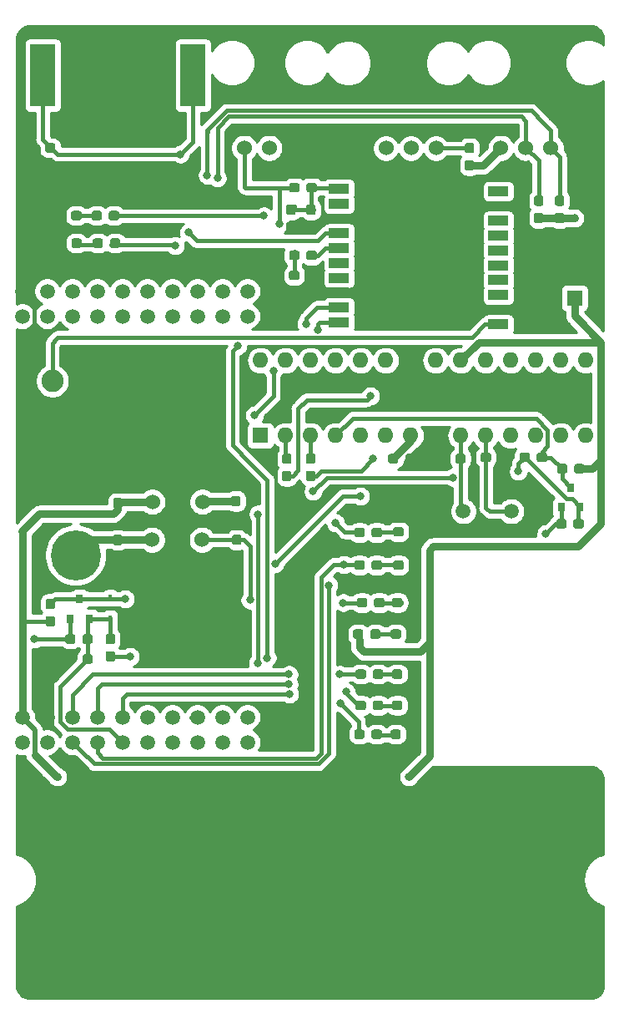
<source format=gbr>
G04 #@! TF.GenerationSoftware,KiCad,Pcbnew,(5.1.2)-1*
G04 #@! TF.CreationDate,2019-08-02T20:29:21-05:00*
G04 #@! TF.ProjectId,NavBoard_Hardware,4e617642-6f61-4726-945f-486172647761,rev?*
G04 #@! TF.SameCoordinates,Original*
G04 #@! TF.FileFunction,Copper,L1,Top*
G04 #@! TF.FilePolarity,Positive*
%FSLAX46Y46*%
G04 Gerber Fmt 4.6, Leading zero omitted, Abs format (unit mm)*
G04 Created by KiCad (PCBNEW (5.1.2)-1) date 2019-08-02 20:29:21*
%MOMM*%
%LPD*%
G04 APERTURE LIST*
%ADD10C,1.524000*%
%ADD11R,2.000000X1.000000*%
%ADD12R,1.600000X1.600000*%
%ADD13O,1.600000X1.600000*%
%ADD14C,1.520000*%
%ADD15C,0.100000*%
%ADD16C,0.950000*%
%ADD17C,1.500000*%
%ADD18C,10.160000*%
%ADD19R,2.540000X6.350000*%
%ADD20C,2.250000*%
%ADD21C,5.080000*%
%ADD22C,1.600000*%
%ADD23R,0.800000X0.900000*%
%ADD24R,0.450000X0.600000*%
%ADD25C,0.800000*%
%ADD26C,0.381000*%
%ADD27C,0.762000*%
%ADD28C,0.508000*%
%ADD29C,0.250000*%
%ADD30C,0.254000*%
G04 APERTURE END LIST*
D10*
X150898800Y-65557400D03*
X153438800Y-65557400D03*
X155978800Y-65557400D03*
X158518800Y-65557400D03*
D11*
X164857234Y-69927208D03*
X164857234Y-71427208D03*
X164857234Y-72927208D03*
X164857234Y-74427208D03*
X164857234Y-75927208D03*
X164857234Y-77427208D03*
X164857234Y-78927208D03*
X164857234Y-80427208D03*
X164857234Y-81927208D03*
X164857234Y-83427208D03*
X148691600Y-83197600D03*
X148691600Y-81697600D03*
X148691600Y-80197600D03*
X148691600Y-78697600D03*
X148691600Y-77197600D03*
X148691600Y-75697600D03*
X148691600Y-74197600D03*
X148691600Y-72697600D03*
X148691600Y-71197600D03*
X148691600Y-69697600D03*
D12*
X140716000Y-94691200D03*
D13*
X173736000Y-87071200D03*
X143256000Y-94691200D03*
X171196000Y-87071200D03*
X145796000Y-94691200D03*
X168656000Y-87071200D03*
X148336000Y-94691200D03*
X166116000Y-87071200D03*
X150876000Y-94691200D03*
X163576000Y-87071200D03*
X153416000Y-94691200D03*
X161036000Y-87071200D03*
X155956000Y-94691200D03*
X158496000Y-87071200D03*
X158496000Y-94691200D03*
X155956000Y-87071200D03*
X161036000Y-94691200D03*
X153416000Y-87071200D03*
X163576000Y-94691200D03*
X150876000Y-87071200D03*
X166116000Y-94691200D03*
X148336000Y-87071200D03*
X168656000Y-94691200D03*
X145796000Y-87071200D03*
X171196000Y-94691200D03*
X143256000Y-87071200D03*
X173736000Y-94691200D03*
X140716000Y-87071200D03*
D14*
X139395200Y-80060800D03*
X136855200Y-80060800D03*
X134315200Y-80060800D03*
X131775200Y-80060800D03*
X129235200Y-80060800D03*
X126695200Y-80060800D03*
X124155200Y-80060800D03*
X121615200Y-80060800D03*
X119075200Y-80060800D03*
X116535200Y-80060800D03*
X139395200Y-82600800D03*
X136855200Y-82600800D03*
X134315200Y-82600800D03*
X131775200Y-82600800D03*
X129235200Y-82600800D03*
X126695200Y-82600800D03*
X124155200Y-82600800D03*
X121615200Y-82600800D03*
X119075200Y-82600800D03*
X116535200Y-82600800D03*
X139395200Y-125780800D03*
X136855200Y-125780800D03*
X134315200Y-125780800D03*
X131775200Y-125780800D03*
X129235200Y-125780800D03*
X126695200Y-125780800D03*
X124155200Y-125780800D03*
X121615200Y-125780800D03*
X119075200Y-125780800D03*
X116535200Y-125780800D03*
X139395200Y-123240800D03*
X136855200Y-123240800D03*
X134315200Y-123240800D03*
X131775200Y-123240800D03*
X129235200Y-123240800D03*
X126695200Y-123240800D03*
X124155200Y-123240800D03*
X121615200Y-123240800D03*
X119075200Y-123240800D03*
X116535200Y-123240800D03*
D15*
G36*
X121722779Y-116874144D02*
G01*
X121745834Y-116877563D01*
X121768443Y-116883227D01*
X121790387Y-116891079D01*
X121811457Y-116901044D01*
X121831448Y-116913026D01*
X121850168Y-116926910D01*
X121867438Y-116942562D01*
X121883090Y-116959832D01*
X121896974Y-116978552D01*
X121908956Y-116998543D01*
X121918921Y-117019613D01*
X121926773Y-117041557D01*
X121932437Y-117064166D01*
X121935856Y-117087221D01*
X121937000Y-117110500D01*
X121937000Y-117585500D01*
X121935856Y-117608779D01*
X121932437Y-117631834D01*
X121926773Y-117654443D01*
X121918921Y-117676387D01*
X121908956Y-117697457D01*
X121896974Y-117717448D01*
X121883090Y-117736168D01*
X121867438Y-117753438D01*
X121850168Y-117769090D01*
X121831448Y-117782974D01*
X121811457Y-117794956D01*
X121790387Y-117804921D01*
X121768443Y-117812773D01*
X121745834Y-117818437D01*
X121722779Y-117821856D01*
X121699500Y-117823000D01*
X121124500Y-117823000D01*
X121101221Y-117821856D01*
X121078166Y-117818437D01*
X121055557Y-117812773D01*
X121033613Y-117804921D01*
X121012543Y-117794956D01*
X120992552Y-117782974D01*
X120973832Y-117769090D01*
X120956562Y-117753438D01*
X120940910Y-117736168D01*
X120927026Y-117717448D01*
X120915044Y-117697457D01*
X120905079Y-117676387D01*
X120897227Y-117654443D01*
X120891563Y-117631834D01*
X120888144Y-117608779D01*
X120887000Y-117585500D01*
X120887000Y-117110500D01*
X120888144Y-117087221D01*
X120891563Y-117064166D01*
X120897227Y-117041557D01*
X120905079Y-117019613D01*
X120915044Y-116998543D01*
X120927026Y-116978552D01*
X120940910Y-116959832D01*
X120956562Y-116942562D01*
X120973832Y-116926910D01*
X120992552Y-116913026D01*
X121012543Y-116901044D01*
X121033613Y-116891079D01*
X121055557Y-116883227D01*
X121078166Y-116877563D01*
X121101221Y-116874144D01*
X121124500Y-116873000D01*
X121699500Y-116873000D01*
X121722779Y-116874144D01*
X121722779Y-116874144D01*
G37*
D16*
X121412000Y-117348000D03*
D15*
G36*
X123472779Y-116874144D02*
G01*
X123495834Y-116877563D01*
X123518443Y-116883227D01*
X123540387Y-116891079D01*
X123561457Y-116901044D01*
X123581448Y-116913026D01*
X123600168Y-116926910D01*
X123617438Y-116942562D01*
X123633090Y-116959832D01*
X123646974Y-116978552D01*
X123658956Y-116998543D01*
X123668921Y-117019613D01*
X123676773Y-117041557D01*
X123682437Y-117064166D01*
X123685856Y-117087221D01*
X123687000Y-117110500D01*
X123687000Y-117585500D01*
X123685856Y-117608779D01*
X123682437Y-117631834D01*
X123676773Y-117654443D01*
X123668921Y-117676387D01*
X123658956Y-117697457D01*
X123646974Y-117717448D01*
X123633090Y-117736168D01*
X123617438Y-117753438D01*
X123600168Y-117769090D01*
X123581448Y-117782974D01*
X123561457Y-117794956D01*
X123540387Y-117804921D01*
X123518443Y-117812773D01*
X123495834Y-117818437D01*
X123472779Y-117821856D01*
X123449500Y-117823000D01*
X122874500Y-117823000D01*
X122851221Y-117821856D01*
X122828166Y-117818437D01*
X122805557Y-117812773D01*
X122783613Y-117804921D01*
X122762543Y-117794956D01*
X122742552Y-117782974D01*
X122723832Y-117769090D01*
X122706562Y-117753438D01*
X122690910Y-117736168D01*
X122677026Y-117717448D01*
X122665044Y-117697457D01*
X122655079Y-117676387D01*
X122647227Y-117654443D01*
X122641563Y-117631834D01*
X122638144Y-117608779D01*
X122637000Y-117585500D01*
X122637000Y-117110500D01*
X122638144Y-117087221D01*
X122641563Y-117064166D01*
X122647227Y-117041557D01*
X122655079Y-117019613D01*
X122665044Y-116998543D01*
X122677026Y-116978552D01*
X122690910Y-116959832D01*
X122706562Y-116942562D01*
X122723832Y-116926910D01*
X122742552Y-116913026D01*
X122762543Y-116901044D01*
X122783613Y-116891079D01*
X122805557Y-116883227D01*
X122828166Y-116877563D01*
X122851221Y-116874144D01*
X122874500Y-116873000D01*
X123449500Y-116873000D01*
X123472779Y-116874144D01*
X123472779Y-116874144D01*
G37*
D16*
X123162000Y-117348000D03*
D10*
X134772400Y-105257600D03*
X132232400Y-105257600D03*
X129692400Y-105257600D03*
D17*
X166170000Y-102362000D03*
X161290000Y-102362000D03*
D18*
X126238000Y-58166000D03*
D19*
X118618000Y-58166000D03*
X133858000Y-58166000D03*
D20*
X122133200Y-86604000D03*
X117033200Y-86604000D03*
X117033200Y-91704000D03*
X122133200Y-91704000D03*
X119583200Y-89154000D03*
D21*
X121945400Y-98933000D03*
X121945400Y-106807000D03*
D15*
G36*
X138487579Y-99058144D02*
G01*
X138510634Y-99061563D01*
X138533243Y-99067227D01*
X138555187Y-99075079D01*
X138576257Y-99085044D01*
X138596248Y-99097026D01*
X138614968Y-99110910D01*
X138632238Y-99126562D01*
X138647890Y-99143832D01*
X138661774Y-99162552D01*
X138673756Y-99182543D01*
X138683721Y-99203613D01*
X138691573Y-99225557D01*
X138697237Y-99248166D01*
X138700656Y-99271221D01*
X138701800Y-99294500D01*
X138701800Y-99869500D01*
X138700656Y-99892779D01*
X138697237Y-99915834D01*
X138691573Y-99938443D01*
X138683721Y-99960387D01*
X138673756Y-99981457D01*
X138661774Y-100001448D01*
X138647890Y-100020168D01*
X138632238Y-100037438D01*
X138614968Y-100053090D01*
X138596248Y-100066974D01*
X138576257Y-100078956D01*
X138555187Y-100088921D01*
X138533243Y-100096773D01*
X138510634Y-100102437D01*
X138487579Y-100105856D01*
X138464300Y-100107000D01*
X137989300Y-100107000D01*
X137966021Y-100105856D01*
X137942966Y-100102437D01*
X137920357Y-100096773D01*
X137898413Y-100088921D01*
X137877343Y-100078956D01*
X137857352Y-100066974D01*
X137838632Y-100053090D01*
X137821362Y-100037438D01*
X137805710Y-100020168D01*
X137791826Y-100001448D01*
X137779844Y-99981457D01*
X137769879Y-99960387D01*
X137762027Y-99938443D01*
X137756363Y-99915834D01*
X137752944Y-99892779D01*
X137751800Y-99869500D01*
X137751800Y-99294500D01*
X137752944Y-99271221D01*
X137756363Y-99248166D01*
X137762027Y-99225557D01*
X137769879Y-99203613D01*
X137779844Y-99182543D01*
X137791826Y-99162552D01*
X137805710Y-99143832D01*
X137821362Y-99126562D01*
X137838632Y-99110910D01*
X137857352Y-99097026D01*
X137877343Y-99085044D01*
X137898413Y-99075079D01*
X137920357Y-99067227D01*
X137942966Y-99061563D01*
X137966021Y-99058144D01*
X137989300Y-99057000D01*
X138464300Y-99057000D01*
X138487579Y-99058144D01*
X138487579Y-99058144D01*
G37*
D16*
X138226800Y-99582000D03*
D15*
G36*
X138487579Y-100808144D02*
G01*
X138510634Y-100811563D01*
X138533243Y-100817227D01*
X138555187Y-100825079D01*
X138576257Y-100835044D01*
X138596248Y-100847026D01*
X138614968Y-100860910D01*
X138632238Y-100876562D01*
X138647890Y-100893832D01*
X138661774Y-100912552D01*
X138673756Y-100932543D01*
X138683721Y-100953613D01*
X138691573Y-100975557D01*
X138697237Y-100998166D01*
X138700656Y-101021221D01*
X138701800Y-101044500D01*
X138701800Y-101619500D01*
X138700656Y-101642779D01*
X138697237Y-101665834D01*
X138691573Y-101688443D01*
X138683721Y-101710387D01*
X138673756Y-101731457D01*
X138661774Y-101751448D01*
X138647890Y-101770168D01*
X138632238Y-101787438D01*
X138614968Y-101803090D01*
X138596248Y-101816974D01*
X138576257Y-101828956D01*
X138555187Y-101838921D01*
X138533243Y-101846773D01*
X138510634Y-101852437D01*
X138487579Y-101855856D01*
X138464300Y-101857000D01*
X137989300Y-101857000D01*
X137966021Y-101855856D01*
X137942966Y-101852437D01*
X137920357Y-101846773D01*
X137898413Y-101838921D01*
X137877343Y-101828956D01*
X137857352Y-101816974D01*
X137838632Y-101803090D01*
X137821362Y-101787438D01*
X137805710Y-101770168D01*
X137791826Y-101751448D01*
X137779844Y-101731457D01*
X137769879Y-101710387D01*
X137762027Y-101688443D01*
X137756363Y-101665834D01*
X137752944Y-101642779D01*
X137751800Y-101619500D01*
X137751800Y-101044500D01*
X137752944Y-101021221D01*
X137756363Y-100998166D01*
X137762027Y-100975557D01*
X137769879Y-100953613D01*
X137779844Y-100932543D01*
X137791826Y-100912552D01*
X137805710Y-100893832D01*
X137821362Y-100876562D01*
X137838632Y-100860910D01*
X137857352Y-100847026D01*
X137877343Y-100835044D01*
X137898413Y-100825079D01*
X137920357Y-100817227D01*
X137942966Y-100811563D01*
X137966021Y-100808144D01*
X137989300Y-100807000D01*
X138464300Y-100807000D01*
X138487579Y-100808144D01*
X138487579Y-100808144D01*
G37*
D16*
X138226800Y-101332000D03*
D15*
G36*
X152682779Y-114334144D02*
G01*
X152705834Y-114337563D01*
X152728443Y-114343227D01*
X152750387Y-114351079D01*
X152771457Y-114361044D01*
X152791448Y-114373026D01*
X152810168Y-114386910D01*
X152827438Y-114402562D01*
X152843090Y-114419832D01*
X152856974Y-114438552D01*
X152868956Y-114458543D01*
X152878921Y-114479613D01*
X152886773Y-114501557D01*
X152892437Y-114524166D01*
X152895856Y-114547221D01*
X152897000Y-114570500D01*
X152897000Y-115045500D01*
X152895856Y-115068779D01*
X152892437Y-115091834D01*
X152886773Y-115114443D01*
X152878921Y-115136387D01*
X152868956Y-115157457D01*
X152856974Y-115177448D01*
X152843090Y-115196168D01*
X152827438Y-115213438D01*
X152810168Y-115229090D01*
X152791448Y-115242974D01*
X152771457Y-115254956D01*
X152750387Y-115264921D01*
X152728443Y-115272773D01*
X152705834Y-115278437D01*
X152682779Y-115281856D01*
X152659500Y-115283000D01*
X152084500Y-115283000D01*
X152061221Y-115281856D01*
X152038166Y-115278437D01*
X152015557Y-115272773D01*
X151993613Y-115264921D01*
X151972543Y-115254956D01*
X151952552Y-115242974D01*
X151933832Y-115229090D01*
X151916562Y-115213438D01*
X151900910Y-115196168D01*
X151887026Y-115177448D01*
X151875044Y-115157457D01*
X151865079Y-115136387D01*
X151857227Y-115114443D01*
X151851563Y-115091834D01*
X151848144Y-115068779D01*
X151847000Y-115045500D01*
X151847000Y-114570500D01*
X151848144Y-114547221D01*
X151851563Y-114524166D01*
X151857227Y-114501557D01*
X151865079Y-114479613D01*
X151875044Y-114458543D01*
X151887026Y-114438552D01*
X151900910Y-114419832D01*
X151916562Y-114402562D01*
X151933832Y-114386910D01*
X151952552Y-114373026D01*
X151972543Y-114361044D01*
X151993613Y-114351079D01*
X152015557Y-114343227D01*
X152038166Y-114337563D01*
X152061221Y-114334144D01*
X152084500Y-114333000D01*
X152659500Y-114333000D01*
X152682779Y-114334144D01*
X152682779Y-114334144D01*
G37*
D16*
X152372000Y-114808000D03*
D15*
G36*
X150932779Y-114334144D02*
G01*
X150955834Y-114337563D01*
X150978443Y-114343227D01*
X151000387Y-114351079D01*
X151021457Y-114361044D01*
X151041448Y-114373026D01*
X151060168Y-114386910D01*
X151077438Y-114402562D01*
X151093090Y-114419832D01*
X151106974Y-114438552D01*
X151118956Y-114458543D01*
X151128921Y-114479613D01*
X151136773Y-114501557D01*
X151142437Y-114524166D01*
X151145856Y-114547221D01*
X151147000Y-114570500D01*
X151147000Y-115045500D01*
X151145856Y-115068779D01*
X151142437Y-115091834D01*
X151136773Y-115114443D01*
X151128921Y-115136387D01*
X151118956Y-115157457D01*
X151106974Y-115177448D01*
X151093090Y-115196168D01*
X151077438Y-115213438D01*
X151060168Y-115229090D01*
X151041448Y-115242974D01*
X151021457Y-115254956D01*
X151000387Y-115264921D01*
X150978443Y-115272773D01*
X150955834Y-115278437D01*
X150932779Y-115281856D01*
X150909500Y-115283000D01*
X150334500Y-115283000D01*
X150311221Y-115281856D01*
X150288166Y-115278437D01*
X150265557Y-115272773D01*
X150243613Y-115264921D01*
X150222543Y-115254956D01*
X150202552Y-115242974D01*
X150183832Y-115229090D01*
X150166562Y-115213438D01*
X150150910Y-115196168D01*
X150137026Y-115177448D01*
X150125044Y-115157457D01*
X150115079Y-115136387D01*
X150107227Y-115114443D01*
X150101563Y-115091834D01*
X150098144Y-115068779D01*
X150097000Y-115045500D01*
X150097000Y-114570500D01*
X150098144Y-114547221D01*
X150101563Y-114524166D01*
X150107227Y-114501557D01*
X150115079Y-114479613D01*
X150125044Y-114458543D01*
X150137026Y-114438552D01*
X150150910Y-114419832D01*
X150166562Y-114402562D01*
X150183832Y-114386910D01*
X150202552Y-114373026D01*
X150222543Y-114361044D01*
X150243613Y-114351079D01*
X150265557Y-114343227D01*
X150288166Y-114337563D01*
X150311221Y-114334144D01*
X150334500Y-114333000D01*
X150909500Y-114333000D01*
X150932779Y-114334144D01*
X150932779Y-114334144D01*
G37*
D16*
X150622000Y-114808000D03*
D15*
G36*
X155024779Y-107349144D02*
G01*
X155047834Y-107352563D01*
X155070443Y-107358227D01*
X155092387Y-107366079D01*
X155113457Y-107376044D01*
X155133448Y-107388026D01*
X155152168Y-107401910D01*
X155169438Y-107417562D01*
X155185090Y-107434832D01*
X155198974Y-107453552D01*
X155210956Y-107473543D01*
X155220921Y-107494613D01*
X155228773Y-107516557D01*
X155234437Y-107539166D01*
X155237856Y-107562221D01*
X155239000Y-107585500D01*
X155239000Y-108060500D01*
X155237856Y-108083779D01*
X155234437Y-108106834D01*
X155228773Y-108129443D01*
X155220921Y-108151387D01*
X155210956Y-108172457D01*
X155198974Y-108192448D01*
X155185090Y-108211168D01*
X155169438Y-108228438D01*
X155152168Y-108244090D01*
X155133448Y-108257974D01*
X155113457Y-108269956D01*
X155092387Y-108279921D01*
X155070443Y-108287773D01*
X155047834Y-108293437D01*
X155024779Y-108296856D01*
X155001500Y-108298000D01*
X154426500Y-108298000D01*
X154403221Y-108296856D01*
X154380166Y-108293437D01*
X154357557Y-108287773D01*
X154335613Y-108279921D01*
X154314543Y-108269956D01*
X154294552Y-108257974D01*
X154275832Y-108244090D01*
X154258562Y-108228438D01*
X154242910Y-108211168D01*
X154229026Y-108192448D01*
X154217044Y-108172457D01*
X154207079Y-108151387D01*
X154199227Y-108129443D01*
X154193563Y-108106834D01*
X154190144Y-108083779D01*
X154189000Y-108060500D01*
X154189000Y-107585500D01*
X154190144Y-107562221D01*
X154193563Y-107539166D01*
X154199227Y-107516557D01*
X154207079Y-107494613D01*
X154217044Y-107473543D01*
X154229026Y-107453552D01*
X154242910Y-107434832D01*
X154258562Y-107417562D01*
X154275832Y-107401910D01*
X154294552Y-107388026D01*
X154314543Y-107376044D01*
X154335613Y-107366079D01*
X154357557Y-107358227D01*
X154380166Y-107352563D01*
X154403221Y-107349144D01*
X154426500Y-107348000D01*
X155001500Y-107348000D01*
X155024779Y-107349144D01*
X155024779Y-107349144D01*
G37*
D16*
X154714000Y-107823000D03*
D15*
G36*
X156774779Y-107349144D02*
G01*
X156797834Y-107352563D01*
X156820443Y-107358227D01*
X156842387Y-107366079D01*
X156863457Y-107376044D01*
X156883448Y-107388026D01*
X156902168Y-107401910D01*
X156919438Y-107417562D01*
X156935090Y-107434832D01*
X156948974Y-107453552D01*
X156960956Y-107473543D01*
X156970921Y-107494613D01*
X156978773Y-107516557D01*
X156984437Y-107539166D01*
X156987856Y-107562221D01*
X156989000Y-107585500D01*
X156989000Y-108060500D01*
X156987856Y-108083779D01*
X156984437Y-108106834D01*
X156978773Y-108129443D01*
X156970921Y-108151387D01*
X156960956Y-108172457D01*
X156948974Y-108192448D01*
X156935090Y-108211168D01*
X156919438Y-108228438D01*
X156902168Y-108244090D01*
X156883448Y-108257974D01*
X156863457Y-108269956D01*
X156842387Y-108279921D01*
X156820443Y-108287773D01*
X156797834Y-108293437D01*
X156774779Y-108296856D01*
X156751500Y-108298000D01*
X156176500Y-108298000D01*
X156153221Y-108296856D01*
X156130166Y-108293437D01*
X156107557Y-108287773D01*
X156085613Y-108279921D01*
X156064543Y-108269956D01*
X156044552Y-108257974D01*
X156025832Y-108244090D01*
X156008562Y-108228438D01*
X155992910Y-108211168D01*
X155979026Y-108192448D01*
X155967044Y-108172457D01*
X155957079Y-108151387D01*
X155949227Y-108129443D01*
X155943563Y-108106834D01*
X155940144Y-108083779D01*
X155939000Y-108060500D01*
X155939000Y-107585500D01*
X155940144Y-107562221D01*
X155943563Y-107539166D01*
X155949227Y-107516557D01*
X155957079Y-107494613D01*
X155967044Y-107473543D01*
X155979026Y-107453552D01*
X155992910Y-107434832D01*
X156008562Y-107417562D01*
X156025832Y-107401910D01*
X156044552Y-107388026D01*
X156064543Y-107376044D01*
X156085613Y-107366079D01*
X156107557Y-107358227D01*
X156130166Y-107352563D01*
X156153221Y-107349144D01*
X156176500Y-107348000D01*
X156751500Y-107348000D01*
X156774779Y-107349144D01*
X156774779Y-107349144D01*
G37*
D16*
X156464000Y-107823000D03*
D15*
G36*
X144060339Y-71276894D02*
G01*
X144083394Y-71280313D01*
X144106003Y-71285977D01*
X144127947Y-71293829D01*
X144149017Y-71303794D01*
X144169008Y-71315776D01*
X144187728Y-71329660D01*
X144204998Y-71345312D01*
X144220650Y-71362582D01*
X144234534Y-71381302D01*
X144246516Y-71401293D01*
X144256481Y-71422363D01*
X144264333Y-71444307D01*
X144269997Y-71466916D01*
X144273416Y-71489971D01*
X144274560Y-71513250D01*
X144274560Y-72088250D01*
X144273416Y-72111529D01*
X144269997Y-72134584D01*
X144264333Y-72157193D01*
X144256481Y-72179137D01*
X144246516Y-72200207D01*
X144234534Y-72220198D01*
X144220650Y-72238918D01*
X144204998Y-72256188D01*
X144187728Y-72271840D01*
X144169008Y-72285724D01*
X144149017Y-72297706D01*
X144127947Y-72307671D01*
X144106003Y-72315523D01*
X144083394Y-72321187D01*
X144060339Y-72324606D01*
X144037060Y-72325750D01*
X143562060Y-72325750D01*
X143538781Y-72324606D01*
X143515726Y-72321187D01*
X143493117Y-72315523D01*
X143471173Y-72307671D01*
X143450103Y-72297706D01*
X143430112Y-72285724D01*
X143411392Y-72271840D01*
X143394122Y-72256188D01*
X143378470Y-72238918D01*
X143364586Y-72220198D01*
X143352604Y-72200207D01*
X143342639Y-72179137D01*
X143334787Y-72157193D01*
X143329123Y-72134584D01*
X143325704Y-72111529D01*
X143324560Y-72088250D01*
X143324560Y-71513250D01*
X143325704Y-71489971D01*
X143329123Y-71466916D01*
X143334787Y-71444307D01*
X143342639Y-71422363D01*
X143352604Y-71401293D01*
X143364586Y-71381302D01*
X143378470Y-71362582D01*
X143394122Y-71345312D01*
X143411392Y-71329660D01*
X143430112Y-71315776D01*
X143450103Y-71303794D01*
X143471173Y-71293829D01*
X143493117Y-71285977D01*
X143515726Y-71280313D01*
X143538781Y-71276894D01*
X143562060Y-71275750D01*
X144037060Y-71275750D01*
X144060339Y-71276894D01*
X144060339Y-71276894D01*
G37*
D16*
X143799560Y-71800750D03*
D15*
G36*
X144060339Y-73026894D02*
G01*
X144083394Y-73030313D01*
X144106003Y-73035977D01*
X144127947Y-73043829D01*
X144149017Y-73053794D01*
X144169008Y-73065776D01*
X144187728Y-73079660D01*
X144204998Y-73095312D01*
X144220650Y-73112582D01*
X144234534Y-73131302D01*
X144246516Y-73151293D01*
X144256481Y-73172363D01*
X144264333Y-73194307D01*
X144269997Y-73216916D01*
X144273416Y-73239971D01*
X144274560Y-73263250D01*
X144274560Y-73838250D01*
X144273416Y-73861529D01*
X144269997Y-73884584D01*
X144264333Y-73907193D01*
X144256481Y-73929137D01*
X144246516Y-73950207D01*
X144234534Y-73970198D01*
X144220650Y-73988918D01*
X144204998Y-74006188D01*
X144187728Y-74021840D01*
X144169008Y-74035724D01*
X144149017Y-74047706D01*
X144127947Y-74057671D01*
X144106003Y-74065523D01*
X144083394Y-74071187D01*
X144060339Y-74074606D01*
X144037060Y-74075750D01*
X143562060Y-74075750D01*
X143538781Y-74074606D01*
X143515726Y-74071187D01*
X143493117Y-74065523D01*
X143471173Y-74057671D01*
X143450103Y-74047706D01*
X143430112Y-74035724D01*
X143411392Y-74021840D01*
X143394122Y-74006188D01*
X143378470Y-73988918D01*
X143364586Y-73970198D01*
X143352604Y-73950207D01*
X143342639Y-73929137D01*
X143334787Y-73907193D01*
X143329123Y-73884584D01*
X143325704Y-73861529D01*
X143324560Y-73838250D01*
X143324560Y-73263250D01*
X143325704Y-73239971D01*
X143329123Y-73216916D01*
X143334787Y-73194307D01*
X143342639Y-73172363D01*
X143352604Y-73151293D01*
X143364586Y-73131302D01*
X143378470Y-73112582D01*
X143394122Y-73095312D01*
X143411392Y-73079660D01*
X143430112Y-73065776D01*
X143450103Y-73053794D01*
X143471173Y-73043829D01*
X143493117Y-73035977D01*
X143515726Y-73030313D01*
X143538781Y-73026894D01*
X143562060Y-73025750D01*
X144037060Y-73025750D01*
X144060339Y-73026894D01*
X144060339Y-73026894D01*
G37*
D16*
X143799560Y-73550750D03*
D15*
G36*
X146092339Y-71276894D02*
G01*
X146115394Y-71280313D01*
X146138003Y-71285977D01*
X146159947Y-71293829D01*
X146181017Y-71303794D01*
X146201008Y-71315776D01*
X146219728Y-71329660D01*
X146236998Y-71345312D01*
X146252650Y-71362582D01*
X146266534Y-71381302D01*
X146278516Y-71401293D01*
X146288481Y-71422363D01*
X146296333Y-71444307D01*
X146301997Y-71466916D01*
X146305416Y-71489971D01*
X146306560Y-71513250D01*
X146306560Y-72088250D01*
X146305416Y-72111529D01*
X146301997Y-72134584D01*
X146296333Y-72157193D01*
X146288481Y-72179137D01*
X146278516Y-72200207D01*
X146266534Y-72220198D01*
X146252650Y-72238918D01*
X146236998Y-72256188D01*
X146219728Y-72271840D01*
X146201008Y-72285724D01*
X146181017Y-72297706D01*
X146159947Y-72307671D01*
X146138003Y-72315523D01*
X146115394Y-72321187D01*
X146092339Y-72324606D01*
X146069060Y-72325750D01*
X145594060Y-72325750D01*
X145570781Y-72324606D01*
X145547726Y-72321187D01*
X145525117Y-72315523D01*
X145503173Y-72307671D01*
X145482103Y-72297706D01*
X145462112Y-72285724D01*
X145443392Y-72271840D01*
X145426122Y-72256188D01*
X145410470Y-72238918D01*
X145396586Y-72220198D01*
X145384604Y-72200207D01*
X145374639Y-72179137D01*
X145366787Y-72157193D01*
X145361123Y-72134584D01*
X145357704Y-72111529D01*
X145356560Y-72088250D01*
X145356560Y-71513250D01*
X145357704Y-71489971D01*
X145361123Y-71466916D01*
X145366787Y-71444307D01*
X145374639Y-71422363D01*
X145384604Y-71401293D01*
X145396586Y-71381302D01*
X145410470Y-71362582D01*
X145426122Y-71345312D01*
X145443392Y-71329660D01*
X145462112Y-71315776D01*
X145482103Y-71303794D01*
X145503173Y-71293829D01*
X145525117Y-71285977D01*
X145547726Y-71280313D01*
X145570781Y-71276894D01*
X145594060Y-71275750D01*
X146069060Y-71275750D01*
X146092339Y-71276894D01*
X146092339Y-71276894D01*
G37*
D16*
X145831560Y-71800750D03*
D15*
G36*
X146092339Y-73026894D02*
G01*
X146115394Y-73030313D01*
X146138003Y-73035977D01*
X146159947Y-73043829D01*
X146181017Y-73053794D01*
X146201008Y-73065776D01*
X146219728Y-73079660D01*
X146236998Y-73095312D01*
X146252650Y-73112582D01*
X146266534Y-73131302D01*
X146278516Y-73151293D01*
X146288481Y-73172363D01*
X146296333Y-73194307D01*
X146301997Y-73216916D01*
X146305416Y-73239971D01*
X146306560Y-73263250D01*
X146306560Y-73838250D01*
X146305416Y-73861529D01*
X146301997Y-73884584D01*
X146296333Y-73907193D01*
X146288481Y-73929137D01*
X146278516Y-73950207D01*
X146266534Y-73970198D01*
X146252650Y-73988918D01*
X146236998Y-74006188D01*
X146219728Y-74021840D01*
X146201008Y-74035724D01*
X146181017Y-74047706D01*
X146159947Y-74057671D01*
X146138003Y-74065523D01*
X146115394Y-74071187D01*
X146092339Y-74074606D01*
X146069060Y-74075750D01*
X145594060Y-74075750D01*
X145570781Y-74074606D01*
X145547726Y-74071187D01*
X145525117Y-74065523D01*
X145503173Y-74057671D01*
X145482103Y-74047706D01*
X145462112Y-74035724D01*
X145443392Y-74021840D01*
X145426122Y-74006188D01*
X145410470Y-73988918D01*
X145396586Y-73970198D01*
X145384604Y-73950207D01*
X145374639Y-73929137D01*
X145366787Y-73907193D01*
X145361123Y-73884584D01*
X145357704Y-73861529D01*
X145356560Y-73838250D01*
X145356560Y-73263250D01*
X145357704Y-73239971D01*
X145361123Y-73216916D01*
X145366787Y-73194307D01*
X145374639Y-73172363D01*
X145384604Y-73151293D01*
X145396586Y-73131302D01*
X145410470Y-73112582D01*
X145426122Y-73095312D01*
X145443392Y-73079660D01*
X145462112Y-73065776D01*
X145482103Y-73053794D01*
X145503173Y-73043829D01*
X145525117Y-73035977D01*
X145547726Y-73030313D01*
X145570781Y-73026894D01*
X145594060Y-73025750D01*
X146069060Y-73025750D01*
X146092339Y-73026894D01*
X146092339Y-73026894D01*
G37*
D16*
X145831560Y-73550750D03*
D15*
G36*
X117940779Y-65058144D02*
G01*
X117963834Y-65061563D01*
X117986443Y-65067227D01*
X118008387Y-65075079D01*
X118029457Y-65085044D01*
X118049448Y-65097026D01*
X118068168Y-65110910D01*
X118085438Y-65126562D01*
X118101090Y-65143832D01*
X118114974Y-65162552D01*
X118126956Y-65182543D01*
X118136921Y-65203613D01*
X118144773Y-65225557D01*
X118150437Y-65248166D01*
X118153856Y-65271221D01*
X118155000Y-65294500D01*
X118155000Y-65769500D01*
X118153856Y-65792779D01*
X118150437Y-65815834D01*
X118144773Y-65838443D01*
X118136921Y-65860387D01*
X118126956Y-65881457D01*
X118114974Y-65901448D01*
X118101090Y-65920168D01*
X118085438Y-65937438D01*
X118068168Y-65953090D01*
X118049448Y-65966974D01*
X118029457Y-65978956D01*
X118008387Y-65988921D01*
X117986443Y-65996773D01*
X117963834Y-66002437D01*
X117940779Y-66005856D01*
X117917500Y-66007000D01*
X117342500Y-66007000D01*
X117319221Y-66005856D01*
X117296166Y-66002437D01*
X117273557Y-65996773D01*
X117251613Y-65988921D01*
X117230543Y-65978956D01*
X117210552Y-65966974D01*
X117191832Y-65953090D01*
X117174562Y-65937438D01*
X117158910Y-65920168D01*
X117145026Y-65901448D01*
X117133044Y-65881457D01*
X117123079Y-65860387D01*
X117115227Y-65838443D01*
X117109563Y-65815834D01*
X117106144Y-65792779D01*
X117105000Y-65769500D01*
X117105000Y-65294500D01*
X117106144Y-65271221D01*
X117109563Y-65248166D01*
X117115227Y-65225557D01*
X117123079Y-65203613D01*
X117133044Y-65182543D01*
X117145026Y-65162552D01*
X117158910Y-65143832D01*
X117174562Y-65126562D01*
X117191832Y-65110910D01*
X117210552Y-65097026D01*
X117230543Y-65085044D01*
X117251613Y-65075079D01*
X117273557Y-65067227D01*
X117296166Y-65061563D01*
X117319221Y-65058144D01*
X117342500Y-65057000D01*
X117917500Y-65057000D01*
X117940779Y-65058144D01*
X117940779Y-65058144D01*
G37*
D16*
X117630000Y-65532000D03*
D15*
G36*
X119690779Y-65058144D02*
G01*
X119713834Y-65061563D01*
X119736443Y-65067227D01*
X119758387Y-65075079D01*
X119779457Y-65085044D01*
X119799448Y-65097026D01*
X119818168Y-65110910D01*
X119835438Y-65126562D01*
X119851090Y-65143832D01*
X119864974Y-65162552D01*
X119876956Y-65182543D01*
X119886921Y-65203613D01*
X119894773Y-65225557D01*
X119900437Y-65248166D01*
X119903856Y-65271221D01*
X119905000Y-65294500D01*
X119905000Y-65769500D01*
X119903856Y-65792779D01*
X119900437Y-65815834D01*
X119894773Y-65838443D01*
X119886921Y-65860387D01*
X119876956Y-65881457D01*
X119864974Y-65901448D01*
X119851090Y-65920168D01*
X119835438Y-65937438D01*
X119818168Y-65953090D01*
X119799448Y-65966974D01*
X119779457Y-65978956D01*
X119758387Y-65988921D01*
X119736443Y-65996773D01*
X119713834Y-66002437D01*
X119690779Y-66005856D01*
X119667500Y-66007000D01*
X119092500Y-66007000D01*
X119069221Y-66005856D01*
X119046166Y-66002437D01*
X119023557Y-65996773D01*
X119001613Y-65988921D01*
X118980543Y-65978956D01*
X118960552Y-65966974D01*
X118941832Y-65953090D01*
X118924562Y-65937438D01*
X118908910Y-65920168D01*
X118895026Y-65901448D01*
X118883044Y-65881457D01*
X118873079Y-65860387D01*
X118865227Y-65838443D01*
X118859563Y-65815834D01*
X118856144Y-65792779D01*
X118855000Y-65769500D01*
X118855000Y-65294500D01*
X118856144Y-65271221D01*
X118859563Y-65248166D01*
X118865227Y-65225557D01*
X118873079Y-65203613D01*
X118883044Y-65182543D01*
X118895026Y-65162552D01*
X118908910Y-65143832D01*
X118924562Y-65126562D01*
X118941832Y-65110910D01*
X118960552Y-65097026D01*
X118980543Y-65085044D01*
X119001613Y-65075079D01*
X119023557Y-65067227D01*
X119046166Y-65061563D01*
X119069221Y-65058144D01*
X119092500Y-65057000D01*
X119667500Y-65057000D01*
X119690779Y-65058144D01*
X119690779Y-65058144D01*
G37*
D16*
X119380000Y-65532000D03*
D15*
G36*
X126498779Y-106497744D02*
G01*
X126521834Y-106501163D01*
X126544443Y-106506827D01*
X126566387Y-106514679D01*
X126587457Y-106524644D01*
X126607448Y-106536626D01*
X126626168Y-106550510D01*
X126643438Y-106566162D01*
X126659090Y-106583432D01*
X126672974Y-106602152D01*
X126684956Y-106622143D01*
X126694921Y-106643213D01*
X126702773Y-106665157D01*
X126708437Y-106687766D01*
X126711856Y-106710821D01*
X126713000Y-106734100D01*
X126713000Y-107309100D01*
X126711856Y-107332379D01*
X126708437Y-107355434D01*
X126702773Y-107378043D01*
X126694921Y-107399987D01*
X126684956Y-107421057D01*
X126672974Y-107441048D01*
X126659090Y-107459768D01*
X126643438Y-107477038D01*
X126626168Y-107492690D01*
X126607448Y-107506574D01*
X126587457Y-107518556D01*
X126566387Y-107528521D01*
X126544443Y-107536373D01*
X126521834Y-107542037D01*
X126498779Y-107545456D01*
X126475500Y-107546600D01*
X126000500Y-107546600D01*
X125977221Y-107545456D01*
X125954166Y-107542037D01*
X125931557Y-107536373D01*
X125909613Y-107528521D01*
X125888543Y-107518556D01*
X125868552Y-107506574D01*
X125849832Y-107492690D01*
X125832562Y-107477038D01*
X125816910Y-107459768D01*
X125803026Y-107441048D01*
X125791044Y-107421057D01*
X125781079Y-107399987D01*
X125773227Y-107378043D01*
X125767563Y-107355434D01*
X125764144Y-107332379D01*
X125763000Y-107309100D01*
X125763000Y-106734100D01*
X125764144Y-106710821D01*
X125767563Y-106687766D01*
X125773227Y-106665157D01*
X125781079Y-106643213D01*
X125791044Y-106622143D01*
X125803026Y-106602152D01*
X125816910Y-106583432D01*
X125832562Y-106566162D01*
X125849832Y-106550510D01*
X125868552Y-106536626D01*
X125888543Y-106524644D01*
X125909613Y-106514679D01*
X125931557Y-106506827D01*
X125954166Y-106501163D01*
X125977221Y-106497744D01*
X126000500Y-106496600D01*
X126475500Y-106496600D01*
X126498779Y-106497744D01*
X126498779Y-106497744D01*
G37*
D16*
X126238000Y-107021600D03*
D15*
G36*
X126498779Y-104747744D02*
G01*
X126521834Y-104751163D01*
X126544443Y-104756827D01*
X126566387Y-104764679D01*
X126587457Y-104774644D01*
X126607448Y-104786626D01*
X126626168Y-104800510D01*
X126643438Y-104816162D01*
X126659090Y-104833432D01*
X126672974Y-104852152D01*
X126684956Y-104872143D01*
X126694921Y-104893213D01*
X126702773Y-104915157D01*
X126708437Y-104937766D01*
X126711856Y-104960821D01*
X126713000Y-104984100D01*
X126713000Y-105559100D01*
X126711856Y-105582379D01*
X126708437Y-105605434D01*
X126702773Y-105628043D01*
X126694921Y-105649987D01*
X126684956Y-105671057D01*
X126672974Y-105691048D01*
X126659090Y-105709768D01*
X126643438Y-105727038D01*
X126626168Y-105742690D01*
X126607448Y-105756574D01*
X126587457Y-105768556D01*
X126566387Y-105778521D01*
X126544443Y-105786373D01*
X126521834Y-105792037D01*
X126498779Y-105795456D01*
X126475500Y-105796600D01*
X126000500Y-105796600D01*
X125977221Y-105795456D01*
X125954166Y-105792037D01*
X125931557Y-105786373D01*
X125909613Y-105778521D01*
X125888543Y-105768556D01*
X125868552Y-105756574D01*
X125849832Y-105742690D01*
X125832562Y-105727038D01*
X125816910Y-105709768D01*
X125803026Y-105691048D01*
X125791044Y-105671057D01*
X125781079Y-105649987D01*
X125773227Y-105628043D01*
X125767563Y-105605434D01*
X125764144Y-105582379D01*
X125763000Y-105559100D01*
X125763000Y-104984100D01*
X125764144Y-104960821D01*
X125767563Y-104937766D01*
X125773227Y-104915157D01*
X125781079Y-104893213D01*
X125791044Y-104872143D01*
X125803026Y-104852152D01*
X125816910Y-104833432D01*
X125832562Y-104816162D01*
X125849832Y-104800510D01*
X125868552Y-104786626D01*
X125888543Y-104774644D01*
X125909613Y-104764679D01*
X125931557Y-104756827D01*
X125954166Y-104751163D01*
X125977221Y-104747744D01*
X126000500Y-104746600D01*
X126475500Y-104746600D01*
X126498779Y-104747744D01*
X126498779Y-104747744D01*
G37*
D16*
X126238000Y-105271600D03*
D15*
G36*
X126498779Y-99261344D02*
G01*
X126521834Y-99264763D01*
X126544443Y-99270427D01*
X126566387Y-99278279D01*
X126587457Y-99288244D01*
X126607448Y-99300226D01*
X126626168Y-99314110D01*
X126643438Y-99329762D01*
X126659090Y-99347032D01*
X126672974Y-99365752D01*
X126684956Y-99385743D01*
X126694921Y-99406813D01*
X126702773Y-99428757D01*
X126708437Y-99451366D01*
X126711856Y-99474421D01*
X126713000Y-99497700D01*
X126713000Y-100072700D01*
X126711856Y-100095979D01*
X126708437Y-100119034D01*
X126702773Y-100141643D01*
X126694921Y-100163587D01*
X126684956Y-100184657D01*
X126672974Y-100204648D01*
X126659090Y-100223368D01*
X126643438Y-100240638D01*
X126626168Y-100256290D01*
X126607448Y-100270174D01*
X126587457Y-100282156D01*
X126566387Y-100292121D01*
X126544443Y-100299973D01*
X126521834Y-100305637D01*
X126498779Y-100309056D01*
X126475500Y-100310200D01*
X126000500Y-100310200D01*
X125977221Y-100309056D01*
X125954166Y-100305637D01*
X125931557Y-100299973D01*
X125909613Y-100292121D01*
X125888543Y-100282156D01*
X125868552Y-100270174D01*
X125849832Y-100256290D01*
X125832562Y-100240638D01*
X125816910Y-100223368D01*
X125803026Y-100204648D01*
X125791044Y-100184657D01*
X125781079Y-100163587D01*
X125773227Y-100141643D01*
X125767563Y-100119034D01*
X125764144Y-100095979D01*
X125763000Y-100072700D01*
X125763000Y-99497700D01*
X125764144Y-99474421D01*
X125767563Y-99451366D01*
X125773227Y-99428757D01*
X125781079Y-99406813D01*
X125791044Y-99385743D01*
X125803026Y-99365752D01*
X125816910Y-99347032D01*
X125832562Y-99329762D01*
X125849832Y-99314110D01*
X125868552Y-99300226D01*
X125888543Y-99288244D01*
X125909613Y-99278279D01*
X125931557Y-99270427D01*
X125954166Y-99264763D01*
X125977221Y-99261344D01*
X126000500Y-99260200D01*
X126475500Y-99260200D01*
X126498779Y-99261344D01*
X126498779Y-99261344D01*
G37*
D16*
X126238000Y-99785200D03*
D15*
G36*
X126498779Y-101011344D02*
G01*
X126521834Y-101014763D01*
X126544443Y-101020427D01*
X126566387Y-101028279D01*
X126587457Y-101038244D01*
X126607448Y-101050226D01*
X126626168Y-101064110D01*
X126643438Y-101079762D01*
X126659090Y-101097032D01*
X126672974Y-101115752D01*
X126684956Y-101135743D01*
X126694921Y-101156813D01*
X126702773Y-101178757D01*
X126708437Y-101201366D01*
X126711856Y-101224421D01*
X126713000Y-101247700D01*
X126713000Y-101822700D01*
X126711856Y-101845979D01*
X126708437Y-101869034D01*
X126702773Y-101891643D01*
X126694921Y-101913587D01*
X126684956Y-101934657D01*
X126672974Y-101954648D01*
X126659090Y-101973368D01*
X126643438Y-101990638D01*
X126626168Y-102006290D01*
X126607448Y-102020174D01*
X126587457Y-102032156D01*
X126566387Y-102042121D01*
X126544443Y-102049973D01*
X126521834Y-102055637D01*
X126498779Y-102059056D01*
X126475500Y-102060200D01*
X126000500Y-102060200D01*
X125977221Y-102059056D01*
X125954166Y-102055637D01*
X125931557Y-102049973D01*
X125909613Y-102042121D01*
X125888543Y-102032156D01*
X125868552Y-102020174D01*
X125849832Y-102006290D01*
X125832562Y-101990638D01*
X125816910Y-101973368D01*
X125803026Y-101954648D01*
X125791044Y-101934657D01*
X125781079Y-101913587D01*
X125773227Y-101891643D01*
X125767563Y-101869034D01*
X125764144Y-101845979D01*
X125763000Y-101822700D01*
X125763000Y-101247700D01*
X125764144Y-101224421D01*
X125767563Y-101201366D01*
X125773227Y-101178757D01*
X125781079Y-101156813D01*
X125791044Y-101135743D01*
X125803026Y-101115752D01*
X125816910Y-101097032D01*
X125832562Y-101079762D01*
X125849832Y-101064110D01*
X125868552Y-101050226D01*
X125888543Y-101038244D01*
X125909613Y-101028279D01*
X125931557Y-101020427D01*
X125954166Y-101014763D01*
X125977221Y-101011344D01*
X126000500Y-101010200D01*
X126475500Y-101010200D01*
X126498779Y-101011344D01*
X126498779Y-101011344D01*
G37*
D16*
X126238000Y-101535200D03*
D15*
G36*
X138563779Y-106483744D02*
G01*
X138586834Y-106487163D01*
X138609443Y-106492827D01*
X138631387Y-106500679D01*
X138652457Y-106510644D01*
X138672448Y-106522626D01*
X138691168Y-106536510D01*
X138708438Y-106552162D01*
X138724090Y-106569432D01*
X138737974Y-106588152D01*
X138749956Y-106608143D01*
X138759921Y-106629213D01*
X138767773Y-106651157D01*
X138773437Y-106673766D01*
X138776856Y-106696821D01*
X138778000Y-106720100D01*
X138778000Y-107295100D01*
X138776856Y-107318379D01*
X138773437Y-107341434D01*
X138767773Y-107364043D01*
X138759921Y-107385987D01*
X138749956Y-107407057D01*
X138737974Y-107427048D01*
X138724090Y-107445768D01*
X138708438Y-107463038D01*
X138691168Y-107478690D01*
X138672448Y-107492574D01*
X138652457Y-107504556D01*
X138631387Y-107514521D01*
X138609443Y-107522373D01*
X138586834Y-107528037D01*
X138563779Y-107531456D01*
X138540500Y-107532600D01*
X138065500Y-107532600D01*
X138042221Y-107531456D01*
X138019166Y-107528037D01*
X137996557Y-107522373D01*
X137974613Y-107514521D01*
X137953543Y-107504556D01*
X137933552Y-107492574D01*
X137914832Y-107478690D01*
X137897562Y-107463038D01*
X137881910Y-107445768D01*
X137868026Y-107427048D01*
X137856044Y-107407057D01*
X137846079Y-107385987D01*
X137838227Y-107364043D01*
X137832563Y-107341434D01*
X137829144Y-107318379D01*
X137828000Y-107295100D01*
X137828000Y-106720100D01*
X137829144Y-106696821D01*
X137832563Y-106673766D01*
X137838227Y-106651157D01*
X137846079Y-106629213D01*
X137856044Y-106608143D01*
X137868026Y-106588152D01*
X137881910Y-106569432D01*
X137897562Y-106552162D01*
X137914832Y-106536510D01*
X137933552Y-106522626D01*
X137953543Y-106510644D01*
X137974613Y-106500679D01*
X137996557Y-106492827D01*
X138019166Y-106487163D01*
X138042221Y-106483744D01*
X138065500Y-106482600D01*
X138540500Y-106482600D01*
X138563779Y-106483744D01*
X138563779Y-106483744D01*
G37*
D16*
X138303000Y-107007600D03*
D15*
G36*
X138563779Y-104733744D02*
G01*
X138586834Y-104737163D01*
X138609443Y-104742827D01*
X138631387Y-104750679D01*
X138652457Y-104760644D01*
X138672448Y-104772626D01*
X138691168Y-104786510D01*
X138708438Y-104802162D01*
X138724090Y-104819432D01*
X138737974Y-104838152D01*
X138749956Y-104858143D01*
X138759921Y-104879213D01*
X138767773Y-104901157D01*
X138773437Y-104923766D01*
X138776856Y-104946821D01*
X138778000Y-104970100D01*
X138778000Y-105545100D01*
X138776856Y-105568379D01*
X138773437Y-105591434D01*
X138767773Y-105614043D01*
X138759921Y-105635987D01*
X138749956Y-105657057D01*
X138737974Y-105677048D01*
X138724090Y-105695768D01*
X138708438Y-105713038D01*
X138691168Y-105728690D01*
X138672448Y-105742574D01*
X138652457Y-105754556D01*
X138631387Y-105764521D01*
X138609443Y-105772373D01*
X138586834Y-105778037D01*
X138563779Y-105781456D01*
X138540500Y-105782600D01*
X138065500Y-105782600D01*
X138042221Y-105781456D01*
X138019166Y-105778037D01*
X137996557Y-105772373D01*
X137974613Y-105764521D01*
X137953543Y-105754556D01*
X137933552Y-105742574D01*
X137914832Y-105728690D01*
X137897562Y-105713038D01*
X137881910Y-105695768D01*
X137868026Y-105677048D01*
X137856044Y-105657057D01*
X137846079Y-105635987D01*
X137838227Y-105614043D01*
X137832563Y-105591434D01*
X137829144Y-105568379D01*
X137828000Y-105545100D01*
X137828000Y-104970100D01*
X137829144Y-104946821D01*
X137832563Y-104923766D01*
X137838227Y-104901157D01*
X137846079Y-104879213D01*
X137856044Y-104858143D01*
X137868026Y-104838152D01*
X137881910Y-104819432D01*
X137897562Y-104802162D01*
X137914832Y-104786510D01*
X137933552Y-104772626D01*
X137953543Y-104760644D01*
X137974613Y-104750679D01*
X137996557Y-104742827D01*
X138019166Y-104737163D01*
X138042221Y-104733744D01*
X138065500Y-104732600D01*
X138540500Y-104732600D01*
X138563779Y-104733744D01*
X138563779Y-104733744D01*
G37*
D16*
X138303000Y-105257600D03*
D10*
X172720000Y-65532000D03*
X170180000Y-65532000D03*
X167640000Y-65532000D03*
X165100000Y-65532000D03*
D15*
G36*
X144444379Y-77986744D02*
G01*
X144467434Y-77990163D01*
X144490043Y-77995827D01*
X144511987Y-78003679D01*
X144533057Y-78013644D01*
X144553048Y-78025626D01*
X144571768Y-78039510D01*
X144589038Y-78055162D01*
X144604690Y-78072432D01*
X144618574Y-78091152D01*
X144630556Y-78111143D01*
X144640521Y-78132213D01*
X144648373Y-78154157D01*
X144654037Y-78176766D01*
X144657456Y-78199821D01*
X144658600Y-78223100D01*
X144658600Y-78698100D01*
X144657456Y-78721379D01*
X144654037Y-78744434D01*
X144648373Y-78767043D01*
X144640521Y-78788987D01*
X144630556Y-78810057D01*
X144618574Y-78830048D01*
X144604690Y-78848768D01*
X144589038Y-78866038D01*
X144571768Y-78881690D01*
X144553048Y-78895574D01*
X144533057Y-78907556D01*
X144511987Y-78917521D01*
X144490043Y-78925373D01*
X144467434Y-78931037D01*
X144444379Y-78934456D01*
X144421100Y-78935600D01*
X143846100Y-78935600D01*
X143822821Y-78934456D01*
X143799766Y-78931037D01*
X143777157Y-78925373D01*
X143755213Y-78917521D01*
X143734143Y-78907556D01*
X143714152Y-78895574D01*
X143695432Y-78881690D01*
X143678162Y-78866038D01*
X143662510Y-78848768D01*
X143648626Y-78830048D01*
X143636644Y-78810057D01*
X143626679Y-78788987D01*
X143618827Y-78767043D01*
X143613163Y-78744434D01*
X143609744Y-78721379D01*
X143608600Y-78698100D01*
X143608600Y-78223100D01*
X143609744Y-78199821D01*
X143613163Y-78176766D01*
X143618827Y-78154157D01*
X143626679Y-78132213D01*
X143636644Y-78111143D01*
X143648626Y-78091152D01*
X143662510Y-78072432D01*
X143678162Y-78055162D01*
X143695432Y-78039510D01*
X143714152Y-78025626D01*
X143734143Y-78013644D01*
X143755213Y-78003679D01*
X143777157Y-77995827D01*
X143799766Y-77990163D01*
X143822821Y-77986744D01*
X143846100Y-77985600D01*
X144421100Y-77985600D01*
X144444379Y-77986744D01*
X144444379Y-77986744D01*
G37*
D16*
X144133600Y-78460600D03*
D15*
G36*
X146194379Y-77986744D02*
G01*
X146217434Y-77990163D01*
X146240043Y-77995827D01*
X146261987Y-78003679D01*
X146283057Y-78013644D01*
X146303048Y-78025626D01*
X146321768Y-78039510D01*
X146339038Y-78055162D01*
X146354690Y-78072432D01*
X146368574Y-78091152D01*
X146380556Y-78111143D01*
X146390521Y-78132213D01*
X146398373Y-78154157D01*
X146404037Y-78176766D01*
X146407456Y-78199821D01*
X146408600Y-78223100D01*
X146408600Y-78698100D01*
X146407456Y-78721379D01*
X146404037Y-78744434D01*
X146398373Y-78767043D01*
X146390521Y-78788987D01*
X146380556Y-78810057D01*
X146368574Y-78830048D01*
X146354690Y-78848768D01*
X146339038Y-78866038D01*
X146321768Y-78881690D01*
X146303048Y-78895574D01*
X146283057Y-78907556D01*
X146261987Y-78917521D01*
X146240043Y-78925373D01*
X146217434Y-78931037D01*
X146194379Y-78934456D01*
X146171100Y-78935600D01*
X145596100Y-78935600D01*
X145572821Y-78934456D01*
X145549766Y-78931037D01*
X145527157Y-78925373D01*
X145505213Y-78917521D01*
X145484143Y-78907556D01*
X145464152Y-78895574D01*
X145445432Y-78881690D01*
X145428162Y-78866038D01*
X145412510Y-78848768D01*
X145398626Y-78830048D01*
X145386644Y-78810057D01*
X145376679Y-78788987D01*
X145368827Y-78767043D01*
X145363163Y-78744434D01*
X145359744Y-78721379D01*
X145358600Y-78698100D01*
X145358600Y-78223100D01*
X145359744Y-78199821D01*
X145363163Y-78176766D01*
X145368827Y-78154157D01*
X145376679Y-78132213D01*
X145386644Y-78111143D01*
X145398626Y-78091152D01*
X145412510Y-78072432D01*
X145428162Y-78055162D01*
X145445432Y-78039510D01*
X145464152Y-78025626D01*
X145484143Y-78013644D01*
X145505213Y-78003679D01*
X145527157Y-77995827D01*
X145549766Y-77990163D01*
X145572821Y-77986744D01*
X145596100Y-77985600D01*
X146171100Y-77985600D01*
X146194379Y-77986744D01*
X146194379Y-77986744D01*
G37*
D16*
X145883600Y-78460600D03*
D15*
G36*
X154897779Y-111150644D02*
G01*
X154920834Y-111154063D01*
X154943443Y-111159727D01*
X154965387Y-111167579D01*
X154986457Y-111177544D01*
X155006448Y-111189526D01*
X155025168Y-111203410D01*
X155042438Y-111219062D01*
X155058090Y-111236332D01*
X155071974Y-111255052D01*
X155083956Y-111275043D01*
X155093921Y-111296113D01*
X155101773Y-111318057D01*
X155107437Y-111340666D01*
X155110856Y-111363721D01*
X155112000Y-111387000D01*
X155112000Y-111862000D01*
X155110856Y-111885279D01*
X155107437Y-111908334D01*
X155101773Y-111930943D01*
X155093921Y-111952887D01*
X155083956Y-111973957D01*
X155071974Y-111993948D01*
X155058090Y-112012668D01*
X155042438Y-112029938D01*
X155025168Y-112045590D01*
X155006448Y-112059474D01*
X154986457Y-112071456D01*
X154965387Y-112081421D01*
X154943443Y-112089273D01*
X154920834Y-112094937D01*
X154897779Y-112098356D01*
X154874500Y-112099500D01*
X154299500Y-112099500D01*
X154276221Y-112098356D01*
X154253166Y-112094937D01*
X154230557Y-112089273D01*
X154208613Y-112081421D01*
X154187543Y-112071456D01*
X154167552Y-112059474D01*
X154148832Y-112045590D01*
X154131562Y-112029938D01*
X154115910Y-112012668D01*
X154102026Y-111993948D01*
X154090044Y-111973957D01*
X154080079Y-111952887D01*
X154072227Y-111930943D01*
X154066563Y-111908334D01*
X154063144Y-111885279D01*
X154062000Y-111862000D01*
X154062000Y-111387000D01*
X154063144Y-111363721D01*
X154066563Y-111340666D01*
X154072227Y-111318057D01*
X154080079Y-111296113D01*
X154090044Y-111275043D01*
X154102026Y-111255052D01*
X154115910Y-111236332D01*
X154131562Y-111219062D01*
X154148832Y-111203410D01*
X154167552Y-111189526D01*
X154187543Y-111177544D01*
X154208613Y-111167579D01*
X154230557Y-111159727D01*
X154253166Y-111154063D01*
X154276221Y-111150644D01*
X154299500Y-111149500D01*
X154874500Y-111149500D01*
X154897779Y-111150644D01*
X154897779Y-111150644D01*
G37*
D16*
X154587000Y-111624500D03*
D15*
G36*
X156647779Y-111150644D02*
G01*
X156670834Y-111154063D01*
X156693443Y-111159727D01*
X156715387Y-111167579D01*
X156736457Y-111177544D01*
X156756448Y-111189526D01*
X156775168Y-111203410D01*
X156792438Y-111219062D01*
X156808090Y-111236332D01*
X156821974Y-111255052D01*
X156833956Y-111275043D01*
X156843921Y-111296113D01*
X156851773Y-111318057D01*
X156857437Y-111340666D01*
X156860856Y-111363721D01*
X156862000Y-111387000D01*
X156862000Y-111862000D01*
X156860856Y-111885279D01*
X156857437Y-111908334D01*
X156851773Y-111930943D01*
X156843921Y-111952887D01*
X156833956Y-111973957D01*
X156821974Y-111993948D01*
X156808090Y-112012668D01*
X156792438Y-112029938D01*
X156775168Y-112045590D01*
X156756448Y-112059474D01*
X156736457Y-112071456D01*
X156715387Y-112081421D01*
X156693443Y-112089273D01*
X156670834Y-112094937D01*
X156647779Y-112098356D01*
X156624500Y-112099500D01*
X156049500Y-112099500D01*
X156026221Y-112098356D01*
X156003166Y-112094937D01*
X155980557Y-112089273D01*
X155958613Y-112081421D01*
X155937543Y-112071456D01*
X155917552Y-112059474D01*
X155898832Y-112045590D01*
X155881562Y-112029938D01*
X155865910Y-112012668D01*
X155852026Y-111993948D01*
X155840044Y-111973957D01*
X155830079Y-111952887D01*
X155822227Y-111930943D01*
X155816563Y-111908334D01*
X155813144Y-111885279D01*
X155812000Y-111862000D01*
X155812000Y-111387000D01*
X155813144Y-111363721D01*
X155816563Y-111340666D01*
X155822227Y-111318057D01*
X155830079Y-111296113D01*
X155840044Y-111275043D01*
X155852026Y-111255052D01*
X155865910Y-111236332D01*
X155881562Y-111219062D01*
X155898832Y-111203410D01*
X155917552Y-111189526D01*
X155937543Y-111177544D01*
X155958613Y-111167579D01*
X155980557Y-111159727D01*
X156003166Y-111154063D01*
X156026221Y-111150644D01*
X156049500Y-111149500D01*
X156624500Y-111149500D01*
X156647779Y-111150644D01*
X156647779Y-111150644D01*
G37*
D16*
X156337000Y-111624500D03*
D15*
G36*
X122357779Y-74710144D02*
G01*
X122380834Y-74713563D01*
X122403443Y-74719227D01*
X122425387Y-74727079D01*
X122446457Y-74737044D01*
X122466448Y-74749026D01*
X122485168Y-74762910D01*
X122502438Y-74778562D01*
X122518090Y-74795832D01*
X122531974Y-74814552D01*
X122543956Y-74834543D01*
X122553921Y-74855613D01*
X122561773Y-74877557D01*
X122567437Y-74900166D01*
X122570856Y-74923221D01*
X122572000Y-74946500D01*
X122572000Y-75421500D01*
X122570856Y-75444779D01*
X122567437Y-75467834D01*
X122561773Y-75490443D01*
X122553921Y-75512387D01*
X122543956Y-75533457D01*
X122531974Y-75553448D01*
X122518090Y-75572168D01*
X122502438Y-75589438D01*
X122485168Y-75605090D01*
X122466448Y-75618974D01*
X122446457Y-75630956D01*
X122425387Y-75640921D01*
X122403443Y-75648773D01*
X122380834Y-75654437D01*
X122357779Y-75657856D01*
X122334500Y-75659000D01*
X121759500Y-75659000D01*
X121736221Y-75657856D01*
X121713166Y-75654437D01*
X121690557Y-75648773D01*
X121668613Y-75640921D01*
X121647543Y-75630956D01*
X121627552Y-75618974D01*
X121608832Y-75605090D01*
X121591562Y-75589438D01*
X121575910Y-75572168D01*
X121562026Y-75553448D01*
X121550044Y-75533457D01*
X121540079Y-75512387D01*
X121532227Y-75490443D01*
X121526563Y-75467834D01*
X121523144Y-75444779D01*
X121522000Y-75421500D01*
X121522000Y-74946500D01*
X121523144Y-74923221D01*
X121526563Y-74900166D01*
X121532227Y-74877557D01*
X121540079Y-74855613D01*
X121550044Y-74834543D01*
X121562026Y-74814552D01*
X121575910Y-74795832D01*
X121591562Y-74778562D01*
X121608832Y-74762910D01*
X121627552Y-74749026D01*
X121647543Y-74737044D01*
X121668613Y-74727079D01*
X121690557Y-74719227D01*
X121713166Y-74713563D01*
X121736221Y-74710144D01*
X121759500Y-74709000D01*
X122334500Y-74709000D01*
X122357779Y-74710144D01*
X122357779Y-74710144D01*
G37*
D16*
X122047000Y-75184000D03*
D15*
G36*
X120607779Y-74710144D02*
G01*
X120630834Y-74713563D01*
X120653443Y-74719227D01*
X120675387Y-74727079D01*
X120696457Y-74737044D01*
X120716448Y-74749026D01*
X120735168Y-74762910D01*
X120752438Y-74778562D01*
X120768090Y-74795832D01*
X120781974Y-74814552D01*
X120793956Y-74834543D01*
X120803921Y-74855613D01*
X120811773Y-74877557D01*
X120817437Y-74900166D01*
X120820856Y-74923221D01*
X120822000Y-74946500D01*
X120822000Y-75421500D01*
X120820856Y-75444779D01*
X120817437Y-75467834D01*
X120811773Y-75490443D01*
X120803921Y-75512387D01*
X120793956Y-75533457D01*
X120781974Y-75553448D01*
X120768090Y-75572168D01*
X120752438Y-75589438D01*
X120735168Y-75605090D01*
X120716448Y-75618974D01*
X120696457Y-75630956D01*
X120675387Y-75640921D01*
X120653443Y-75648773D01*
X120630834Y-75654437D01*
X120607779Y-75657856D01*
X120584500Y-75659000D01*
X120009500Y-75659000D01*
X119986221Y-75657856D01*
X119963166Y-75654437D01*
X119940557Y-75648773D01*
X119918613Y-75640921D01*
X119897543Y-75630956D01*
X119877552Y-75618974D01*
X119858832Y-75605090D01*
X119841562Y-75589438D01*
X119825910Y-75572168D01*
X119812026Y-75553448D01*
X119800044Y-75533457D01*
X119790079Y-75512387D01*
X119782227Y-75490443D01*
X119776563Y-75467834D01*
X119773144Y-75444779D01*
X119772000Y-75421500D01*
X119772000Y-74946500D01*
X119773144Y-74923221D01*
X119776563Y-74900166D01*
X119782227Y-74877557D01*
X119790079Y-74855613D01*
X119800044Y-74834543D01*
X119812026Y-74814552D01*
X119825910Y-74795832D01*
X119841562Y-74778562D01*
X119858832Y-74762910D01*
X119877552Y-74749026D01*
X119897543Y-74737044D01*
X119918613Y-74727079D01*
X119940557Y-74719227D01*
X119963166Y-74713563D01*
X119986221Y-74710144D01*
X120009500Y-74709000D01*
X120584500Y-74709000D01*
X120607779Y-74710144D01*
X120607779Y-74710144D01*
G37*
D16*
X120297000Y-75184000D03*
D15*
G36*
X122329779Y-71916144D02*
G01*
X122352834Y-71919563D01*
X122375443Y-71925227D01*
X122397387Y-71933079D01*
X122418457Y-71943044D01*
X122438448Y-71955026D01*
X122457168Y-71968910D01*
X122474438Y-71984562D01*
X122490090Y-72001832D01*
X122503974Y-72020552D01*
X122515956Y-72040543D01*
X122525921Y-72061613D01*
X122533773Y-72083557D01*
X122539437Y-72106166D01*
X122542856Y-72129221D01*
X122544000Y-72152500D01*
X122544000Y-72627500D01*
X122542856Y-72650779D01*
X122539437Y-72673834D01*
X122533773Y-72696443D01*
X122525921Y-72718387D01*
X122515956Y-72739457D01*
X122503974Y-72759448D01*
X122490090Y-72778168D01*
X122474438Y-72795438D01*
X122457168Y-72811090D01*
X122438448Y-72824974D01*
X122418457Y-72836956D01*
X122397387Y-72846921D01*
X122375443Y-72854773D01*
X122352834Y-72860437D01*
X122329779Y-72863856D01*
X122306500Y-72865000D01*
X121731500Y-72865000D01*
X121708221Y-72863856D01*
X121685166Y-72860437D01*
X121662557Y-72854773D01*
X121640613Y-72846921D01*
X121619543Y-72836956D01*
X121599552Y-72824974D01*
X121580832Y-72811090D01*
X121563562Y-72795438D01*
X121547910Y-72778168D01*
X121534026Y-72759448D01*
X121522044Y-72739457D01*
X121512079Y-72718387D01*
X121504227Y-72696443D01*
X121498563Y-72673834D01*
X121495144Y-72650779D01*
X121494000Y-72627500D01*
X121494000Y-72152500D01*
X121495144Y-72129221D01*
X121498563Y-72106166D01*
X121504227Y-72083557D01*
X121512079Y-72061613D01*
X121522044Y-72040543D01*
X121534026Y-72020552D01*
X121547910Y-72001832D01*
X121563562Y-71984562D01*
X121580832Y-71968910D01*
X121599552Y-71955026D01*
X121619543Y-71943044D01*
X121640613Y-71933079D01*
X121662557Y-71925227D01*
X121685166Y-71919563D01*
X121708221Y-71916144D01*
X121731500Y-71915000D01*
X122306500Y-71915000D01*
X122329779Y-71916144D01*
X122329779Y-71916144D01*
G37*
D16*
X122019000Y-72390000D03*
D15*
G36*
X120579779Y-71916144D02*
G01*
X120602834Y-71919563D01*
X120625443Y-71925227D01*
X120647387Y-71933079D01*
X120668457Y-71943044D01*
X120688448Y-71955026D01*
X120707168Y-71968910D01*
X120724438Y-71984562D01*
X120740090Y-72001832D01*
X120753974Y-72020552D01*
X120765956Y-72040543D01*
X120775921Y-72061613D01*
X120783773Y-72083557D01*
X120789437Y-72106166D01*
X120792856Y-72129221D01*
X120794000Y-72152500D01*
X120794000Y-72627500D01*
X120792856Y-72650779D01*
X120789437Y-72673834D01*
X120783773Y-72696443D01*
X120775921Y-72718387D01*
X120765956Y-72739457D01*
X120753974Y-72759448D01*
X120740090Y-72778168D01*
X120724438Y-72795438D01*
X120707168Y-72811090D01*
X120688448Y-72824974D01*
X120668457Y-72836956D01*
X120647387Y-72846921D01*
X120625443Y-72854773D01*
X120602834Y-72860437D01*
X120579779Y-72863856D01*
X120556500Y-72865000D01*
X119981500Y-72865000D01*
X119958221Y-72863856D01*
X119935166Y-72860437D01*
X119912557Y-72854773D01*
X119890613Y-72846921D01*
X119869543Y-72836956D01*
X119849552Y-72824974D01*
X119830832Y-72811090D01*
X119813562Y-72795438D01*
X119797910Y-72778168D01*
X119784026Y-72759448D01*
X119772044Y-72739457D01*
X119762079Y-72718387D01*
X119754227Y-72696443D01*
X119748563Y-72673834D01*
X119745144Y-72650779D01*
X119744000Y-72627500D01*
X119744000Y-72152500D01*
X119745144Y-72129221D01*
X119748563Y-72106166D01*
X119754227Y-72083557D01*
X119762079Y-72061613D01*
X119772044Y-72040543D01*
X119784026Y-72020552D01*
X119797910Y-72001832D01*
X119813562Y-71984562D01*
X119830832Y-71968910D01*
X119849552Y-71955026D01*
X119869543Y-71943044D01*
X119890613Y-71933079D01*
X119912557Y-71925227D01*
X119935166Y-71919563D01*
X119958221Y-71916144D01*
X119981500Y-71915000D01*
X120556500Y-71915000D01*
X120579779Y-71916144D01*
X120579779Y-71916144D01*
G37*
D16*
X120269000Y-72390000D03*
D15*
G36*
X155024779Y-103984004D02*
G01*
X155047834Y-103987423D01*
X155070443Y-103993087D01*
X155092387Y-104000939D01*
X155113457Y-104010904D01*
X155133448Y-104022886D01*
X155152168Y-104036770D01*
X155169438Y-104052422D01*
X155185090Y-104069692D01*
X155198974Y-104088412D01*
X155210956Y-104108403D01*
X155220921Y-104129473D01*
X155228773Y-104151417D01*
X155234437Y-104174026D01*
X155237856Y-104197081D01*
X155239000Y-104220360D01*
X155239000Y-104695360D01*
X155237856Y-104718639D01*
X155234437Y-104741694D01*
X155228773Y-104764303D01*
X155220921Y-104786247D01*
X155210956Y-104807317D01*
X155198974Y-104827308D01*
X155185090Y-104846028D01*
X155169438Y-104863298D01*
X155152168Y-104878950D01*
X155133448Y-104892834D01*
X155113457Y-104904816D01*
X155092387Y-104914781D01*
X155070443Y-104922633D01*
X155047834Y-104928297D01*
X155024779Y-104931716D01*
X155001500Y-104932860D01*
X154426500Y-104932860D01*
X154403221Y-104931716D01*
X154380166Y-104928297D01*
X154357557Y-104922633D01*
X154335613Y-104914781D01*
X154314543Y-104904816D01*
X154294552Y-104892834D01*
X154275832Y-104878950D01*
X154258562Y-104863298D01*
X154242910Y-104846028D01*
X154229026Y-104827308D01*
X154217044Y-104807317D01*
X154207079Y-104786247D01*
X154199227Y-104764303D01*
X154193563Y-104741694D01*
X154190144Y-104718639D01*
X154189000Y-104695360D01*
X154189000Y-104220360D01*
X154190144Y-104197081D01*
X154193563Y-104174026D01*
X154199227Y-104151417D01*
X154207079Y-104129473D01*
X154217044Y-104108403D01*
X154229026Y-104088412D01*
X154242910Y-104069692D01*
X154258562Y-104052422D01*
X154275832Y-104036770D01*
X154294552Y-104022886D01*
X154314543Y-104010904D01*
X154335613Y-104000939D01*
X154357557Y-103993087D01*
X154380166Y-103987423D01*
X154403221Y-103984004D01*
X154426500Y-103982860D01*
X155001500Y-103982860D01*
X155024779Y-103984004D01*
X155024779Y-103984004D01*
G37*
D16*
X154714000Y-104457860D03*
D15*
G36*
X156774779Y-103984004D02*
G01*
X156797834Y-103987423D01*
X156820443Y-103993087D01*
X156842387Y-104000939D01*
X156863457Y-104010904D01*
X156883448Y-104022886D01*
X156902168Y-104036770D01*
X156919438Y-104052422D01*
X156935090Y-104069692D01*
X156948974Y-104088412D01*
X156960956Y-104108403D01*
X156970921Y-104129473D01*
X156978773Y-104151417D01*
X156984437Y-104174026D01*
X156987856Y-104197081D01*
X156989000Y-104220360D01*
X156989000Y-104695360D01*
X156987856Y-104718639D01*
X156984437Y-104741694D01*
X156978773Y-104764303D01*
X156970921Y-104786247D01*
X156960956Y-104807317D01*
X156948974Y-104827308D01*
X156935090Y-104846028D01*
X156919438Y-104863298D01*
X156902168Y-104878950D01*
X156883448Y-104892834D01*
X156863457Y-104904816D01*
X156842387Y-104914781D01*
X156820443Y-104922633D01*
X156797834Y-104928297D01*
X156774779Y-104931716D01*
X156751500Y-104932860D01*
X156176500Y-104932860D01*
X156153221Y-104931716D01*
X156130166Y-104928297D01*
X156107557Y-104922633D01*
X156085613Y-104914781D01*
X156064543Y-104904816D01*
X156044552Y-104892834D01*
X156025832Y-104878950D01*
X156008562Y-104863298D01*
X155992910Y-104846028D01*
X155979026Y-104827308D01*
X155967044Y-104807317D01*
X155957079Y-104786247D01*
X155949227Y-104764303D01*
X155943563Y-104741694D01*
X155940144Y-104718639D01*
X155939000Y-104695360D01*
X155939000Y-104220360D01*
X155940144Y-104197081D01*
X155943563Y-104174026D01*
X155949227Y-104151417D01*
X155957079Y-104129473D01*
X155967044Y-104108403D01*
X155979026Y-104088412D01*
X155992910Y-104069692D01*
X156008562Y-104052422D01*
X156025832Y-104036770D01*
X156044552Y-104022886D01*
X156064543Y-104010904D01*
X156085613Y-104000939D01*
X156107557Y-103993087D01*
X156130166Y-103987423D01*
X156153221Y-103984004D01*
X156176500Y-103982860D01*
X156751500Y-103982860D01*
X156774779Y-103984004D01*
X156774779Y-103984004D01*
G37*
D16*
X156464000Y-104457860D03*
D15*
G36*
X154897779Y-121568061D02*
G01*
X154920834Y-121571480D01*
X154943443Y-121577144D01*
X154965387Y-121584996D01*
X154986457Y-121594961D01*
X155006448Y-121606943D01*
X155025168Y-121620827D01*
X155042438Y-121636479D01*
X155058090Y-121653749D01*
X155071974Y-121672469D01*
X155083956Y-121692460D01*
X155093921Y-121713530D01*
X155101773Y-121735474D01*
X155107437Y-121758083D01*
X155110856Y-121781138D01*
X155112000Y-121804417D01*
X155112000Y-122279417D01*
X155110856Y-122302696D01*
X155107437Y-122325751D01*
X155101773Y-122348360D01*
X155093921Y-122370304D01*
X155083956Y-122391374D01*
X155071974Y-122411365D01*
X155058090Y-122430085D01*
X155042438Y-122447355D01*
X155025168Y-122463007D01*
X155006448Y-122476891D01*
X154986457Y-122488873D01*
X154965387Y-122498838D01*
X154943443Y-122506690D01*
X154920834Y-122512354D01*
X154897779Y-122515773D01*
X154874500Y-122516917D01*
X154299500Y-122516917D01*
X154276221Y-122515773D01*
X154253166Y-122512354D01*
X154230557Y-122506690D01*
X154208613Y-122498838D01*
X154187543Y-122488873D01*
X154167552Y-122476891D01*
X154148832Y-122463007D01*
X154131562Y-122447355D01*
X154115910Y-122430085D01*
X154102026Y-122411365D01*
X154090044Y-122391374D01*
X154080079Y-122370304D01*
X154072227Y-122348360D01*
X154066563Y-122325751D01*
X154063144Y-122302696D01*
X154062000Y-122279417D01*
X154062000Y-121804417D01*
X154063144Y-121781138D01*
X154066563Y-121758083D01*
X154072227Y-121735474D01*
X154080079Y-121713530D01*
X154090044Y-121692460D01*
X154102026Y-121672469D01*
X154115910Y-121653749D01*
X154131562Y-121636479D01*
X154148832Y-121620827D01*
X154167552Y-121606943D01*
X154187543Y-121594961D01*
X154208613Y-121584996D01*
X154230557Y-121577144D01*
X154253166Y-121571480D01*
X154276221Y-121568061D01*
X154299500Y-121566917D01*
X154874500Y-121566917D01*
X154897779Y-121568061D01*
X154897779Y-121568061D01*
G37*
D16*
X154587000Y-122041917D03*
D15*
G36*
X156647779Y-121568061D02*
G01*
X156670834Y-121571480D01*
X156693443Y-121577144D01*
X156715387Y-121584996D01*
X156736457Y-121594961D01*
X156756448Y-121606943D01*
X156775168Y-121620827D01*
X156792438Y-121636479D01*
X156808090Y-121653749D01*
X156821974Y-121672469D01*
X156833956Y-121692460D01*
X156843921Y-121713530D01*
X156851773Y-121735474D01*
X156857437Y-121758083D01*
X156860856Y-121781138D01*
X156862000Y-121804417D01*
X156862000Y-122279417D01*
X156860856Y-122302696D01*
X156857437Y-122325751D01*
X156851773Y-122348360D01*
X156843921Y-122370304D01*
X156833956Y-122391374D01*
X156821974Y-122411365D01*
X156808090Y-122430085D01*
X156792438Y-122447355D01*
X156775168Y-122463007D01*
X156756448Y-122476891D01*
X156736457Y-122488873D01*
X156715387Y-122498838D01*
X156693443Y-122506690D01*
X156670834Y-122512354D01*
X156647779Y-122515773D01*
X156624500Y-122516917D01*
X156049500Y-122516917D01*
X156026221Y-122515773D01*
X156003166Y-122512354D01*
X155980557Y-122506690D01*
X155958613Y-122498838D01*
X155937543Y-122488873D01*
X155917552Y-122476891D01*
X155898832Y-122463007D01*
X155881562Y-122447355D01*
X155865910Y-122430085D01*
X155852026Y-122411365D01*
X155840044Y-122391374D01*
X155830079Y-122370304D01*
X155822227Y-122348360D01*
X155816563Y-122325751D01*
X155813144Y-122302696D01*
X155812000Y-122279417D01*
X155812000Y-121804417D01*
X155813144Y-121781138D01*
X155816563Y-121758083D01*
X155822227Y-121735474D01*
X155830079Y-121713530D01*
X155840044Y-121692460D01*
X155852026Y-121672469D01*
X155865910Y-121653749D01*
X155881562Y-121636479D01*
X155898832Y-121620827D01*
X155917552Y-121606943D01*
X155937543Y-121594961D01*
X155958613Y-121584996D01*
X155980557Y-121577144D01*
X156003166Y-121571480D01*
X156026221Y-121568061D01*
X156049500Y-121566917D01*
X156624500Y-121566917D01*
X156647779Y-121568061D01*
X156647779Y-121568061D01*
G37*
D16*
X156337000Y-122041917D03*
D15*
G36*
X154742779Y-124494144D02*
G01*
X154765834Y-124497563D01*
X154788443Y-124503227D01*
X154810387Y-124511079D01*
X154831457Y-124521044D01*
X154851448Y-124533026D01*
X154870168Y-124546910D01*
X154887438Y-124562562D01*
X154903090Y-124579832D01*
X154916974Y-124598552D01*
X154928956Y-124618543D01*
X154938921Y-124639613D01*
X154946773Y-124661557D01*
X154952437Y-124684166D01*
X154955856Y-124707221D01*
X154957000Y-124730500D01*
X154957000Y-125205500D01*
X154955856Y-125228779D01*
X154952437Y-125251834D01*
X154946773Y-125274443D01*
X154938921Y-125296387D01*
X154928956Y-125317457D01*
X154916974Y-125337448D01*
X154903090Y-125356168D01*
X154887438Y-125373438D01*
X154870168Y-125389090D01*
X154851448Y-125402974D01*
X154831457Y-125414956D01*
X154810387Y-125424921D01*
X154788443Y-125432773D01*
X154765834Y-125438437D01*
X154742779Y-125441856D01*
X154719500Y-125443000D01*
X154144500Y-125443000D01*
X154121221Y-125441856D01*
X154098166Y-125438437D01*
X154075557Y-125432773D01*
X154053613Y-125424921D01*
X154032543Y-125414956D01*
X154012552Y-125402974D01*
X153993832Y-125389090D01*
X153976562Y-125373438D01*
X153960910Y-125356168D01*
X153947026Y-125337448D01*
X153935044Y-125317457D01*
X153925079Y-125296387D01*
X153917227Y-125274443D01*
X153911563Y-125251834D01*
X153908144Y-125228779D01*
X153907000Y-125205500D01*
X153907000Y-124730500D01*
X153908144Y-124707221D01*
X153911563Y-124684166D01*
X153917227Y-124661557D01*
X153925079Y-124639613D01*
X153935044Y-124618543D01*
X153947026Y-124598552D01*
X153960910Y-124579832D01*
X153976562Y-124562562D01*
X153993832Y-124546910D01*
X154012552Y-124533026D01*
X154032543Y-124521044D01*
X154053613Y-124511079D01*
X154075557Y-124503227D01*
X154098166Y-124497563D01*
X154121221Y-124494144D01*
X154144500Y-124493000D01*
X154719500Y-124493000D01*
X154742779Y-124494144D01*
X154742779Y-124494144D01*
G37*
D16*
X154432000Y-124968000D03*
D15*
G36*
X156492779Y-124494144D02*
G01*
X156515834Y-124497563D01*
X156538443Y-124503227D01*
X156560387Y-124511079D01*
X156581457Y-124521044D01*
X156601448Y-124533026D01*
X156620168Y-124546910D01*
X156637438Y-124562562D01*
X156653090Y-124579832D01*
X156666974Y-124598552D01*
X156678956Y-124618543D01*
X156688921Y-124639613D01*
X156696773Y-124661557D01*
X156702437Y-124684166D01*
X156705856Y-124707221D01*
X156707000Y-124730500D01*
X156707000Y-125205500D01*
X156705856Y-125228779D01*
X156702437Y-125251834D01*
X156696773Y-125274443D01*
X156688921Y-125296387D01*
X156678956Y-125317457D01*
X156666974Y-125337448D01*
X156653090Y-125356168D01*
X156637438Y-125373438D01*
X156620168Y-125389090D01*
X156601448Y-125402974D01*
X156581457Y-125414956D01*
X156560387Y-125424921D01*
X156538443Y-125432773D01*
X156515834Y-125438437D01*
X156492779Y-125441856D01*
X156469500Y-125443000D01*
X155894500Y-125443000D01*
X155871221Y-125441856D01*
X155848166Y-125438437D01*
X155825557Y-125432773D01*
X155803613Y-125424921D01*
X155782543Y-125414956D01*
X155762552Y-125402974D01*
X155743832Y-125389090D01*
X155726562Y-125373438D01*
X155710910Y-125356168D01*
X155697026Y-125337448D01*
X155685044Y-125317457D01*
X155675079Y-125296387D01*
X155667227Y-125274443D01*
X155661563Y-125251834D01*
X155658144Y-125228779D01*
X155657000Y-125205500D01*
X155657000Y-124730500D01*
X155658144Y-124707221D01*
X155661563Y-124684166D01*
X155667227Y-124661557D01*
X155675079Y-124639613D01*
X155685044Y-124618543D01*
X155697026Y-124598552D01*
X155710910Y-124579832D01*
X155726562Y-124562562D01*
X155743832Y-124546910D01*
X155762552Y-124533026D01*
X155782543Y-124521044D01*
X155803613Y-124511079D01*
X155825557Y-124503227D01*
X155848166Y-124497563D01*
X155871221Y-124494144D01*
X155894500Y-124493000D01*
X156469500Y-124493000D01*
X156492779Y-124494144D01*
X156492779Y-124494144D01*
G37*
D16*
X156182000Y-124968000D03*
D15*
G36*
X146219779Y-69096744D02*
G01*
X146242834Y-69100163D01*
X146265443Y-69105827D01*
X146287387Y-69113679D01*
X146308457Y-69123644D01*
X146328448Y-69135626D01*
X146347168Y-69149510D01*
X146364438Y-69165162D01*
X146380090Y-69182432D01*
X146393974Y-69201152D01*
X146405956Y-69221143D01*
X146415921Y-69242213D01*
X146423773Y-69264157D01*
X146429437Y-69286766D01*
X146432856Y-69309821D01*
X146434000Y-69333100D01*
X146434000Y-69808100D01*
X146432856Y-69831379D01*
X146429437Y-69854434D01*
X146423773Y-69877043D01*
X146415921Y-69898987D01*
X146405956Y-69920057D01*
X146393974Y-69940048D01*
X146380090Y-69958768D01*
X146364438Y-69976038D01*
X146347168Y-69991690D01*
X146328448Y-70005574D01*
X146308457Y-70017556D01*
X146287387Y-70027521D01*
X146265443Y-70035373D01*
X146242834Y-70041037D01*
X146219779Y-70044456D01*
X146196500Y-70045600D01*
X145621500Y-70045600D01*
X145598221Y-70044456D01*
X145575166Y-70041037D01*
X145552557Y-70035373D01*
X145530613Y-70027521D01*
X145509543Y-70017556D01*
X145489552Y-70005574D01*
X145470832Y-69991690D01*
X145453562Y-69976038D01*
X145437910Y-69958768D01*
X145424026Y-69940048D01*
X145412044Y-69920057D01*
X145402079Y-69898987D01*
X145394227Y-69877043D01*
X145388563Y-69854434D01*
X145385144Y-69831379D01*
X145384000Y-69808100D01*
X145384000Y-69333100D01*
X145385144Y-69309821D01*
X145388563Y-69286766D01*
X145394227Y-69264157D01*
X145402079Y-69242213D01*
X145412044Y-69221143D01*
X145424026Y-69201152D01*
X145437910Y-69182432D01*
X145453562Y-69165162D01*
X145470832Y-69149510D01*
X145489552Y-69135626D01*
X145509543Y-69123644D01*
X145530613Y-69113679D01*
X145552557Y-69105827D01*
X145575166Y-69100163D01*
X145598221Y-69096744D01*
X145621500Y-69095600D01*
X146196500Y-69095600D01*
X146219779Y-69096744D01*
X146219779Y-69096744D01*
G37*
D16*
X145909000Y-69570600D03*
D15*
G36*
X144469779Y-69096744D02*
G01*
X144492834Y-69100163D01*
X144515443Y-69105827D01*
X144537387Y-69113679D01*
X144558457Y-69123644D01*
X144578448Y-69135626D01*
X144597168Y-69149510D01*
X144614438Y-69165162D01*
X144630090Y-69182432D01*
X144643974Y-69201152D01*
X144655956Y-69221143D01*
X144665921Y-69242213D01*
X144673773Y-69264157D01*
X144679437Y-69286766D01*
X144682856Y-69309821D01*
X144684000Y-69333100D01*
X144684000Y-69808100D01*
X144682856Y-69831379D01*
X144679437Y-69854434D01*
X144673773Y-69877043D01*
X144665921Y-69898987D01*
X144655956Y-69920057D01*
X144643974Y-69940048D01*
X144630090Y-69958768D01*
X144614438Y-69976038D01*
X144597168Y-69991690D01*
X144578448Y-70005574D01*
X144558457Y-70017556D01*
X144537387Y-70027521D01*
X144515443Y-70035373D01*
X144492834Y-70041037D01*
X144469779Y-70044456D01*
X144446500Y-70045600D01*
X143871500Y-70045600D01*
X143848221Y-70044456D01*
X143825166Y-70041037D01*
X143802557Y-70035373D01*
X143780613Y-70027521D01*
X143759543Y-70017556D01*
X143739552Y-70005574D01*
X143720832Y-69991690D01*
X143703562Y-69976038D01*
X143687910Y-69958768D01*
X143674026Y-69940048D01*
X143662044Y-69920057D01*
X143652079Y-69898987D01*
X143644227Y-69877043D01*
X143638563Y-69854434D01*
X143635144Y-69831379D01*
X143634000Y-69808100D01*
X143634000Y-69333100D01*
X143635144Y-69309821D01*
X143638563Y-69286766D01*
X143644227Y-69264157D01*
X143652079Y-69242213D01*
X143662044Y-69221143D01*
X143674026Y-69201152D01*
X143687910Y-69182432D01*
X143703562Y-69165162D01*
X143720832Y-69149510D01*
X143739552Y-69135626D01*
X143759543Y-69123644D01*
X143780613Y-69113679D01*
X143802557Y-69105827D01*
X143825166Y-69100163D01*
X143848221Y-69096744D01*
X143871500Y-69095600D01*
X144446500Y-69095600D01*
X144469779Y-69096744D01*
X144469779Y-69096744D01*
G37*
D16*
X144159000Y-69570600D03*
D15*
G36*
X144458379Y-75954744D02*
G01*
X144481434Y-75958163D01*
X144504043Y-75963827D01*
X144525987Y-75971679D01*
X144547057Y-75981644D01*
X144567048Y-75993626D01*
X144585768Y-76007510D01*
X144603038Y-76023162D01*
X144618690Y-76040432D01*
X144632574Y-76059152D01*
X144644556Y-76079143D01*
X144654521Y-76100213D01*
X144662373Y-76122157D01*
X144668037Y-76144766D01*
X144671456Y-76167821D01*
X144672600Y-76191100D01*
X144672600Y-76666100D01*
X144671456Y-76689379D01*
X144668037Y-76712434D01*
X144662373Y-76735043D01*
X144654521Y-76756987D01*
X144644556Y-76778057D01*
X144632574Y-76798048D01*
X144618690Y-76816768D01*
X144603038Y-76834038D01*
X144585768Y-76849690D01*
X144567048Y-76863574D01*
X144547057Y-76875556D01*
X144525987Y-76885521D01*
X144504043Y-76893373D01*
X144481434Y-76899037D01*
X144458379Y-76902456D01*
X144435100Y-76903600D01*
X143860100Y-76903600D01*
X143836821Y-76902456D01*
X143813766Y-76899037D01*
X143791157Y-76893373D01*
X143769213Y-76885521D01*
X143748143Y-76875556D01*
X143728152Y-76863574D01*
X143709432Y-76849690D01*
X143692162Y-76834038D01*
X143676510Y-76816768D01*
X143662626Y-76798048D01*
X143650644Y-76778057D01*
X143640679Y-76756987D01*
X143632827Y-76735043D01*
X143627163Y-76712434D01*
X143623744Y-76689379D01*
X143622600Y-76666100D01*
X143622600Y-76191100D01*
X143623744Y-76167821D01*
X143627163Y-76144766D01*
X143632827Y-76122157D01*
X143640679Y-76100213D01*
X143650644Y-76079143D01*
X143662626Y-76059152D01*
X143676510Y-76040432D01*
X143692162Y-76023162D01*
X143709432Y-76007510D01*
X143728152Y-75993626D01*
X143748143Y-75981644D01*
X143769213Y-75971679D01*
X143791157Y-75963827D01*
X143813766Y-75958163D01*
X143836821Y-75954744D01*
X143860100Y-75953600D01*
X144435100Y-75953600D01*
X144458379Y-75954744D01*
X144458379Y-75954744D01*
G37*
D16*
X144147600Y-76428600D03*
D15*
G36*
X146208379Y-75954744D02*
G01*
X146231434Y-75958163D01*
X146254043Y-75963827D01*
X146275987Y-75971679D01*
X146297057Y-75981644D01*
X146317048Y-75993626D01*
X146335768Y-76007510D01*
X146353038Y-76023162D01*
X146368690Y-76040432D01*
X146382574Y-76059152D01*
X146394556Y-76079143D01*
X146404521Y-76100213D01*
X146412373Y-76122157D01*
X146418037Y-76144766D01*
X146421456Y-76167821D01*
X146422600Y-76191100D01*
X146422600Y-76666100D01*
X146421456Y-76689379D01*
X146418037Y-76712434D01*
X146412373Y-76735043D01*
X146404521Y-76756987D01*
X146394556Y-76778057D01*
X146382574Y-76798048D01*
X146368690Y-76816768D01*
X146353038Y-76834038D01*
X146335768Y-76849690D01*
X146317048Y-76863574D01*
X146297057Y-76875556D01*
X146275987Y-76885521D01*
X146254043Y-76893373D01*
X146231434Y-76899037D01*
X146208379Y-76902456D01*
X146185100Y-76903600D01*
X145610100Y-76903600D01*
X145586821Y-76902456D01*
X145563766Y-76899037D01*
X145541157Y-76893373D01*
X145519213Y-76885521D01*
X145498143Y-76875556D01*
X145478152Y-76863574D01*
X145459432Y-76849690D01*
X145442162Y-76834038D01*
X145426510Y-76816768D01*
X145412626Y-76798048D01*
X145400644Y-76778057D01*
X145390679Y-76756987D01*
X145382827Y-76735043D01*
X145377163Y-76712434D01*
X145373744Y-76689379D01*
X145372600Y-76666100D01*
X145372600Y-76191100D01*
X145373744Y-76167821D01*
X145377163Y-76144766D01*
X145382827Y-76122157D01*
X145390679Y-76100213D01*
X145400644Y-76079143D01*
X145412626Y-76059152D01*
X145426510Y-76040432D01*
X145442162Y-76023162D01*
X145459432Y-76007510D01*
X145478152Y-75993626D01*
X145498143Y-75981644D01*
X145519213Y-75971679D01*
X145541157Y-75963827D01*
X145563766Y-75958163D01*
X145586821Y-75954744D01*
X145610100Y-75953600D01*
X146185100Y-75953600D01*
X146208379Y-75954744D01*
X146208379Y-75954744D01*
G37*
D16*
X145897600Y-76428600D03*
D15*
G36*
X162185779Y-65022144D02*
G01*
X162208834Y-65025563D01*
X162231443Y-65031227D01*
X162253387Y-65039079D01*
X162274457Y-65049044D01*
X162294448Y-65061026D01*
X162313168Y-65074910D01*
X162330438Y-65090562D01*
X162346090Y-65107832D01*
X162359974Y-65126552D01*
X162371956Y-65146543D01*
X162381921Y-65167613D01*
X162389773Y-65189557D01*
X162395437Y-65212166D01*
X162398856Y-65235221D01*
X162400000Y-65258500D01*
X162400000Y-65833500D01*
X162398856Y-65856779D01*
X162395437Y-65879834D01*
X162389773Y-65902443D01*
X162381921Y-65924387D01*
X162371956Y-65945457D01*
X162359974Y-65965448D01*
X162346090Y-65984168D01*
X162330438Y-66001438D01*
X162313168Y-66017090D01*
X162294448Y-66030974D01*
X162274457Y-66042956D01*
X162253387Y-66052921D01*
X162231443Y-66060773D01*
X162208834Y-66066437D01*
X162185779Y-66069856D01*
X162162500Y-66071000D01*
X161687500Y-66071000D01*
X161664221Y-66069856D01*
X161641166Y-66066437D01*
X161618557Y-66060773D01*
X161596613Y-66052921D01*
X161575543Y-66042956D01*
X161555552Y-66030974D01*
X161536832Y-66017090D01*
X161519562Y-66001438D01*
X161503910Y-65984168D01*
X161490026Y-65965448D01*
X161478044Y-65945457D01*
X161468079Y-65924387D01*
X161460227Y-65902443D01*
X161454563Y-65879834D01*
X161451144Y-65856779D01*
X161450000Y-65833500D01*
X161450000Y-65258500D01*
X161451144Y-65235221D01*
X161454563Y-65212166D01*
X161460227Y-65189557D01*
X161468079Y-65167613D01*
X161478044Y-65146543D01*
X161490026Y-65126552D01*
X161503910Y-65107832D01*
X161519562Y-65090562D01*
X161536832Y-65074910D01*
X161555552Y-65061026D01*
X161575543Y-65049044D01*
X161596613Y-65039079D01*
X161618557Y-65031227D01*
X161641166Y-65025563D01*
X161664221Y-65022144D01*
X161687500Y-65021000D01*
X162162500Y-65021000D01*
X162185779Y-65022144D01*
X162185779Y-65022144D01*
G37*
D16*
X161925000Y-65546000D03*
D15*
G36*
X162185779Y-66772144D02*
G01*
X162208834Y-66775563D01*
X162231443Y-66781227D01*
X162253387Y-66789079D01*
X162274457Y-66799044D01*
X162294448Y-66811026D01*
X162313168Y-66824910D01*
X162330438Y-66840562D01*
X162346090Y-66857832D01*
X162359974Y-66876552D01*
X162371956Y-66896543D01*
X162381921Y-66917613D01*
X162389773Y-66939557D01*
X162395437Y-66962166D01*
X162398856Y-66985221D01*
X162400000Y-67008500D01*
X162400000Y-67583500D01*
X162398856Y-67606779D01*
X162395437Y-67629834D01*
X162389773Y-67652443D01*
X162381921Y-67674387D01*
X162371956Y-67695457D01*
X162359974Y-67715448D01*
X162346090Y-67734168D01*
X162330438Y-67751438D01*
X162313168Y-67767090D01*
X162294448Y-67780974D01*
X162274457Y-67792956D01*
X162253387Y-67802921D01*
X162231443Y-67810773D01*
X162208834Y-67816437D01*
X162185779Y-67819856D01*
X162162500Y-67821000D01*
X161687500Y-67821000D01*
X161664221Y-67819856D01*
X161641166Y-67816437D01*
X161618557Y-67810773D01*
X161596613Y-67802921D01*
X161575543Y-67792956D01*
X161555552Y-67780974D01*
X161536832Y-67767090D01*
X161519562Y-67751438D01*
X161503910Y-67734168D01*
X161490026Y-67715448D01*
X161478044Y-67695457D01*
X161468079Y-67674387D01*
X161460227Y-67652443D01*
X161454563Y-67629834D01*
X161451144Y-67606779D01*
X161450000Y-67583500D01*
X161450000Y-67008500D01*
X161451144Y-66985221D01*
X161454563Y-66962166D01*
X161460227Y-66939557D01*
X161468079Y-66917613D01*
X161478044Y-66896543D01*
X161490026Y-66876552D01*
X161503910Y-66857832D01*
X161519562Y-66840562D01*
X161536832Y-66824910D01*
X161555552Y-66811026D01*
X161575543Y-66799044D01*
X161596613Y-66789079D01*
X161618557Y-66781227D01*
X161641166Y-66775563D01*
X161664221Y-66772144D01*
X161687500Y-66771000D01*
X162162500Y-66771000D01*
X162185779Y-66772144D01*
X162185779Y-66772144D01*
G37*
D16*
X161925000Y-67296000D03*
D15*
G36*
X171329779Y-70359532D02*
G01*
X171352834Y-70362951D01*
X171375443Y-70368615D01*
X171397387Y-70376467D01*
X171418457Y-70386432D01*
X171438448Y-70398414D01*
X171457168Y-70412298D01*
X171474438Y-70427950D01*
X171490090Y-70445220D01*
X171503974Y-70463940D01*
X171515956Y-70483931D01*
X171525921Y-70505001D01*
X171533773Y-70526945D01*
X171539437Y-70549554D01*
X171542856Y-70572609D01*
X171544000Y-70595888D01*
X171544000Y-71170888D01*
X171542856Y-71194167D01*
X171539437Y-71217222D01*
X171533773Y-71239831D01*
X171525921Y-71261775D01*
X171515956Y-71282845D01*
X171503974Y-71302836D01*
X171490090Y-71321556D01*
X171474438Y-71338826D01*
X171457168Y-71354478D01*
X171438448Y-71368362D01*
X171418457Y-71380344D01*
X171397387Y-71390309D01*
X171375443Y-71398161D01*
X171352834Y-71403825D01*
X171329779Y-71407244D01*
X171306500Y-71408388D01*
X170831500Y-71408388D01*
X170808221Y-71407244D01*
X170785166Y-71403825D01*
X170762557Y-71398161D01*
X170740613Y-71390309D01*
X170719543Y-71380344D01*
X170699552Y-71368362D01*
X170680832Y-71354478D01*
X170663562Y-71338826D01*
X170647910Y-71321556D01*
X170634026Y-71302836D01*
X170622044Y-71282845D01*
X170612079Y-71261775D01*
X170604227Y-71239831D01*
X170598563Y-71217222D01*
X170595144Y-71194167D01*
X170594000Y-71170888D01*
X170594000Y-70595888D01*
X170595144Y-70572609D01*
X170598563Y-70549554D01*
X170604227Y-70526945D01*
X170612079Y-70505001D01*
X170622044Y-70483931D01*
X170634026Y-70463940D01*
X170647910Y-70445220D01*
X170663562Y-70427950D01*
X170680832Y-70412298D01*
X170699552Y-70398414D01*
X170719543Y-70386432D01*
X170740613Y-70376467D01*
X170762557Y-70368615D01*
X170785166Y-70362951D01*
X170808221Y-70359532D01*
X170831500Y-70358388D01*
X171306500Y-70358388D01*
X171329779Y-70359532D01*
X171329779Y-70359532D01*
G37*
D16*
X171069000Y-70883388D03*
D15*
G36*
X171329779Y-72109532D02*
G01*
X171352834Y-72112951D01*
X171375443Y-72118615D01*
X171397387Y-72126467D01*
X171418457Y-72136432D01*
X171438448Y-72148414D01*
X171457168Y-72162298D01*
X171474438Y-72177950D01*
X171490090Y-72195220D01*
X171503974Y-72213940D01*
X171515956Y-72233931D01*
X171525921Y-72255001D01*
X171533773Y-72276945D01*
X171539437Y-72299554D01*
X171542856Y-72322609D01*
X171544000Y-72345888D01*
X171544000Y-72920888D01*
X171542856Y-72944167D01*
X171539437Y-72967222D01*
X171533773Y-72989831D01*
X171525921Y-73011775D01*
X171515956Y-73032845D01*
X171503974Y-73052836D01*
X171490090Y-73071556D01*
X171474438Y-73088826D01*
X171457168Y-73104478D01*
X171438448Y-73118362D01*
X171418457Y-73130344D01*
X171397387Y-73140309D01*
X171375443Y-73148161D01*
X171352834Y-73153825D01*
X171329779Y-73157244D01*
X171306500Y-73158388D01*
X170831500Y-73158388D01*
X170808221Y-73157244D01*
X170785166Y-73153825D01*
X170762557Y-73148161D01*
X170740613Y-73140309D01*
X170719543Y-73130344D01*
X170699552Y-73118362D01*
X170680832Y-73104478D01*
X170663562Y-73088826D01*
X170647910Y-73071556D01*
X170634026Y-73052836D01*
X170622044Y-73032845D01*
X170612079Y-73011775D01*
X170604227Y-72989831D01*
X170598563Y-72967222D01*
X170595144Y-72944167D01*
X170594000Y-72920888D01*
X170594000Y-72345888D01*
X170595144Y-72322609D01*
X170598563Y-72299554D01*
X170604227Y-72276945D01*
X170612079Y-72255001D01*
X170622044Y-72233931D01*
X170634026Y-72213940D01*
X170647910Y-72195220D01*
X170663562Y-72177950D01*
X170680832Y-72162298D01*
X170699552Y-72148414D01*
X170719543Y-72136432D01*
X170740613Y-72126467D01*
X170762557Y-72118615D01*
X170785166Y-72112951D01*
X170808221Y-72109532D01*
X170831500Y-72108388D01*
X171306500Y-72108388D01*
X171329779Y-72109532D01*
X171329779Y-72109532D01*
G37*
D16*
X171069000Y-72633388D03*
D15*
G36*
X169204385Y-72109532D02*
G01*
X169227440Y-72112951D01*
X169250049Y-72118615D01*
X169271993Y-72126467D01*
X169293063Y-72136432D01*
X169313054Y-72148414D01*
X169331774Y-72162298D01*
X169349044Y-72177950D01*
X169364696Y-72195220D01*
X169378580Y-72213940D01*
X169390562Y-72233931D01*
X169400527Y-72255001D01*
X169408379Y-72276945D01*
X169414043Y-72299554D01*
X169417462Y-72322609D01*
X169418606Y-72345888D01*
X169418606Y-72920888D01*
X169417462Y-72944167D01*
X169414043Y-72967222D01*
X169408379Y-72989831D01*
X169400527Y-73011775D01*
X169390562Y-73032845D01*
X169378580Y-73052836D01*
X169364696Y-73071556D01*
X169349044Y-73088826D01*
X169331774Y-73104478D01*
X169313054Y-73118362D01*
X169293063Y-73130344D01*
X169271993Y-73140309D01*
X169250049Y-73148161D01*
X169227440Y-73153825D01*
X169204385Y-73157244D01*
X169181106Y-73158388D01*
X168706106Y-73158388D01*
X168682827Y-73157244D01*
X168659772Y-73153825D01*
X168637163Y-73148161D01*
X168615219Y-73140309D01*
X168594149Y-73130344D01*
X168574158Y-73118362D01*
X168555438Y-73104478D01*
X168538168Y-73088826D01*
X168522516Y-73071556D01*
X168508632Y-73052836D01*
X168496650Y-73032845D01*
X168486685Y-73011775D01*
X168478833Y-72989831D01*
X168473169Y-72967222D01*
X168469750Y-72944167D01*
X168468606Y-72920888D01*
X168468606Y-72345888D01*
X168469750Y-72322609D01*
X168473169Y-72299554D01*
X168478833Y-72276945D01*
X168486685Y-72255001D01*
X168496650Y-72233931D01*
X168508632Y-72213940D01*
X168522516Y-72195220D01*
X168538168Y-72177950D01*
X168555438Y-72162298D01*
X168574158Y-72148414D01*
X168594149Y-72136432D01*
X168615219Y-72126467D01*
X168637163Y-72118615D01*
X168659772Y-72112951D01*
X168682827Y-72109532D01*
X168706106Y-72108388D01*
X169181106Y-72108388D01*
X169204385Y-72109532D01*
X169204385Y-72109532D01*
G37*
D16*
X168943606Y-72633388D03*
D15*
G36*
X169204385Y-70359532D02*
G01*
X169227440Y-70362951D01*
X169250049Y-70368615D01*
X169271993Y-70376467D01*
X169293063Y-70386432D01*
X169313054Y-70398414D01*
X169331774Y-70412298D01*
X169349044Y-70427950D01*
X169364696Y-70445220D01*
X169378580Y-70463940D01*
X169390562Y-70483931D01*
X169400527Y-70505001D01*
X169408379Y-70526945D01*
X169414043Y-70549554D01*
X169417462Y-70572609D01*
X169418606Y-70595888D01*
X169418606Y-71170888D01*
X169417462Y-71194167D01*
X169414043Y-71217222D01*
X169408379Y-71239831D01*
X169400527Y-71261775D01*
X169390562Y-71282845D01*
X169378580Y-71302836D01*
X169364696Y-71321556D01*
X169349044Y-71338826D01*
X169331774Y-71354478D01*
X169313054Y-71368362D01*
X169293063Y-71380344D01*
X169271993Y-71390309D01*
X169250049Y-71398161D01*
X169227440Y-71403825D01*
X169204385Y-71407244D01*
X169181106Y-71408388D01*
X168706106Y-71408388D01*
X168682827Y-71407244D01*
X168659772Y-71403825D01*
X168637163Y-71398161D01*
X168615219Y-71390309D01*
X168594149Y-71380344D01*
X168574158Y-71368362D01*
X168555438Y-71354478D01*
X168538168Y-71338826D01*
X168522516Y-71321556D01*
X168508632Y-71302836D01*
X168496650Y-71282845D01*
X168486685Y-71261775D01*
X168478833Y-71239831D01*
X168473169Y-71217222D01*
X168469750Y-71194167D01*
X168468606Y-71170888D01*
X168468606Y-70595888D01*
X168469750Y-70572609D01*
X168473169Y-70549554D01*
X168478833Y-70526945D01*
X168486685Y-70505001D01*
X168496650Y-70483931D01*
X168508632Y-70463940D01*
X168522516Y-70445220D01*
X168538168Y-70427950D01*
X168555438Y-70412298D01*
X168574158Y-70398414D01*
X168594149Y-70386432D01*
X168615219Y-70376467D01*
X168637163Y-70368615D01*
X168659772Y-70362951D01*
X168682827Y-70359532D01*
X168706106Y-70358388D01*
X169181106Y-70358388D01*
X169204385Y-70359532D01*
X169204385Y-70359532D01*
G37*
D16*
X168943606Y-70883388D03*
D15*
G36*
X143643779Y-96518144D02*
G01*
X143666834Y-96521563D01*
X143689443Y-96527227D01*
X143711387Y-96535079D01*
X143732457Y-96545044D01*
X143752448Y-96557026D01*
X143771168Y-96570910D01*
X143788438Y-96586562D01*
X143804090Y-96603832D01*
X143817974Y-96622552D01*
X143829956Y-96642543D01*
X143839921Y-96663613D01*
X143847773Y-96685557D01*
X143853437Y-96708166D01*
X143856856Y-96731221D01*
X143858000Y-96754500D01*
X143858000Y-97329500D01*
X143856856Y-97352779D01*
X143853437Y-97375834D01*
X143847773Y-97398443D01*
X143839921Y-97420387D01*
X143829956Y-97441457D01*
X143817974Y-97461448D01*
X143804090Y-97480168D01*
X143788438Y-97497438D01*
X143771168Y-97513090D01*
X143752448Y-97526974D01*
X143732457Y-97538956D01*
X143711387Y-97548921D01*
X143689443Y-97556773D01*
X143666834Y-97562437D01*
X143643779Y-97565856D01*
X143620500Y-97567000D01*
X143145500Y-97567000D01*
X143122221Y-97565856D01*
X143099166Y-97562437D01*
X143076557Y-97556773D01*
X143054613Y-97548921D01*
X143033543Y-97538956D01*
X143013552Y-97526974D01*
X142994832Y-97513090D01*
X142977562Y-97497438D01*
X142961910Y-97480168D01*
X142948026Y-97461448D01*
X142936044Y-97441457D01*
X142926079Y-97420387D01*
X142918227Y-97398443D01*
X142912563Y-97375834D01*
X142909144Y-97352779D01*
X142908000Y-97329500D01*
X142908000Y-96754500D01*
X142909144Y-96731221D01*
X142912563Y-96708166D01*
X142918227Y-96685557D01*
X142926079Y-96663613D01*
X142936044Y-96642543D01*
X142948026Y-96622552D01*
X142961910Y-96603832D01*
X142977562Y-96586562D01*
X142994832Y-96570910D01*
X143013552Y-96557026D01*
X143033543Y-96545044D01*
X143054613Y-96535079D01*
X143076557Y-96527227D01*
X143099166Y-96521563D01*
X143122221Y-96518144D01*
X143145500Y-96517000D01*
X143620500Y-96517000D01*
X143643779Y-96518144D01*
X143643779Y-96518144D01*
G37*
D16*
X143383000Y-97042000D03*
D15*
G36*
X143643779Y-98268144D02*
G01*
X143666834Y-98271563D01*
X143689443Y-98277227D01*
X143711387Y-98285079D01*
X143732457Y-98295044D01*
X143752448Y-98307026D01*
X143771168Y-98320910D01*
X143788438Y-98336562D01*
X143804090Y-98353832D01*
X143817974Y-98372552D01*
X143829956Y-98392543D01*
X143839921Y-98413613D01*
X143847773Y-98435557D01*
X143853437Y-98458166D01*
X143856856Y-98481221D01*
X143858000Y-98504500D01*
X143858000Y-99079500D01*
X143856856Y-99102779D01*
X143853437Y-99125834D01*
X143847773Y-99148443D01*
X143839921Y-99170387D01*
X143829956Y-99191457D01*
X143817974Y-99211448D01*
X143804090Y-99230168D01*
X143788438Y-99247438D01*
X143771168Y-99263090D01*
X143752448Y-99276974D01*
X143732457Y-99288956D01*
X143711387Y-99298921D01*
X143689443Y-99306773D01*
X143666834Y-99312437D01*
X143643779Y-99315856D01*
X143620500Y-99317000D01*
X143145500Y-99317000D01*
X143122221Y-99315856D01*
X143099166Y-99312437D01*
X143076557Y-99306773D01*
X143054613Y-99298921D01*
X143033543Y-99288956D01*
X143013552Y-99276974D01*
X142994832Y-99263090D01*
X142977562Y-99247438D01*
X142961910Y-99230168D01*
X142948026Y-99211448D01*
X142936044Y-99191457D01*
X142926079Y-99170387D01*
X142918227Y-99148443D01*
X142912563Y-99125834D01*
X142909144Y-99102779D01*
X142908000Y-99079500D01*
X142908000Y-98504500D01*
X142909144Y-98481221D01*
X142912563Y-98458166D01*
X142918227Y-98435557D01*
X142926079Y-98413613D01*
X142936044Y-98392543D01*
X142948026Y-98372552D01*
X142961910Y-98353832D01*
X142977562Y-98336562D01*
X142994832Y-98320910D01*
X143013552Y-98307026D01*
X143033543Y-98295044D01*
X143054613Y-98285079D01*
X143076557Y-98277227D01*
X143099166Y-98271563D01*
X143122221Y-98268144D01*
X143145500Y-98267000D01*
X143620500Y-98267000D01*
X143643779Y-98268144D01*
X143643779Y-98268144D01*
G37*
D16*
X143383000Y-98792000D03*
D15*
G36*
X146056779Y-96504144D02*
G01*
X146079834Y-96507563D01*
X146102443Y-96513227D01*
X146124387Y-96521079D01*
X146145457Y-96531044D01*
X146165448Y-96543026D01*
X146184168Y-96556910D01*
X146201438Y-96572562D01*
X146217090Y-96589832D01*
X146230974Y-96608552D01*
X146242956Y-96628543D01*
X146252921Y-96649613D01*
X146260773Y-96671557D01*
X146266437Y-96694166D01*
X146269856Y-96717221D01*
X146271000Y-96740500D01*
X146271000Y-97315500D01*
X146269856Y-97338779D01*
X146266437Y-97361834D01*
X146260773Y-97384443D01*
X146252921Y-97406387D01*
X146242956Y-97427457D01*
X146230974Y-97447448D01*
X146217090Y-97466168D01*
X146201438Y-97483438D01*
X146184168Y-97499090D01*
X146165448Y-97512974D01*
X146145457Y-97524956D01*
X146124387Y-97534921D01*
X146102443Y-97542773D01*
X146079834Y-97548437D01*
X146056779Y-97551856D01*
X146033500Y-97553000D01*
X145558500Y-97553000D01*
X145535221Y-97551856D01*
X145512166Y-97548437D01*
X145489557Y-97542773D01*
X145467613Y-97534921D01*
X145446543Y-97524956D01*
X145426552Y-97512974D01*
X145407832Y-97499090D01*
X145390562Y-97483438D01*
X145374910Y-97466168D01*
X145361026Y-97447448D01*
X145349044Y-97427457D01*
X145339079Y-97406387D01*
X145331227Y-97384443D01*
X145325563Y-97361834D01*
X145322144Y-97338779D01*
X145321000Y-97315500D01*
X145321000Y-96740500D01*
X145322144Y-96717221D01*
X145325563Y-96694166D01*
X145331227Y-96671557D01*
X145339079Y-96649613D01*
X145349044Y-96628543D01*
X145361026Y-96608552D01*
X145374910Y-96589832D01*
X145390562Y-96572562D01*
X145407832Y-96556910D01*
X145426552Y-96543026D01*
X145446543Y-96531044D01*
X145467613Y-96521079D01*
X145489557Y-96513227D01*
X145512166Y-96507563D01*
X145535221Y-96504144D01*
X145558500Y-96503000D01*
X146033500Y-96503000D01*
X146056779Y-96504144D01*
X146056779Y-96504144D01*
G37*
D16*
X145796000Y-97028000D03*
D15*
G36*
X146056779Y-98254144D02*
G01*
X146079834Y-98257563D01*
X146102443Y-98263227D01*
X146124387Y-98271079D01*
X146145457Y-98281044D01*
X146165448Y-98293026D01*
X146184168Y-98306910D01*
X146201438Y-98322562D01*
X146217090Y-98339832D01*
X146230974Y-98358552D01*
X146242956Y-98378543D01*
X146252921Y-98399613D01*
X146260773Y-98421557D01*
X146266437Y-98444166D01*
X146269856Y-98467221D01*
X146271000Y-98490500D01*
X146271000Y-99065500D01*
X146269856Y-99088779D01*
X146266437Y-99111834D01*
X146260773Y-99134443D01*
X146252921Y-99156387D01*
X146242956Y-99177457D01*
X146230974Y-99197448D01*
X146217090Y-99216168D01*
X146201438Y-99233438D01*
X146184168Y-99249090D01*
X146165448Y-99262974D01*
X146145457Y-99274956D01*
X146124387Y-99284921D01*
X146102443Y-99292773D01*
X146079834Y-99298437D01*
X146056779Y-99301856D01*
X146033500Y-99303000D01*
X145558500Y-99303000D01*
X145535221Y-99301856D01*
X145512166Y-99298437D01*
X145489557Y-99292773D01*
X145467613Y-99284921D01*
X145446543Y-99274956D01*
X145426552Y-99262974D01*
X145407832Y-99249090D01*
X145390562Y-99233438D01*
X145374910Y-99216168D01*
X145361026Y-99197448D01*
X145349044Y-99177457D01*
X145339079Y-99156387D01*
X145331227Y-99134443D01*
X145325563Y-99111834D01*
X145322144Y-99088779D01*
X145321000Y-99065500D01*
X145321000Y-98490500D01*
X145322144Y-98467221D01*
X145325563Y-98444166D01*
X145331227Y-98421557D01*
X145339079Y-98399613D01*
X145349044Y-98378543D01*
X145361026Y-98358552D01*
X145374910Y-98339832D01*
X145390562Y-98322562D01*
X145407832Y-98306910D01*
X145426552Y-98293026D01*
X145446543Y-98281044D01*
X145467613Y-98271079D01*
X145489557Y-98263227D01*
X145512166Y-98257563D01*
X145535221Y-98254144D01*
X145558500Y-98253000D01*
X146033500Y-98253000D01*
X146056779Y-98254144D01*
X146056779Y-98254144D01*
G37*
D16*
X145796000Y-98778000D03*
D15*
G36*
X153077779Y-111159144D02*
G01*
X153100834Y-111162563D01*
X153123443Y-111168227D01*
X153145387Y-111176079D01*
X153166457Y-111186044D01*
X153186448Y-111198026D01*
X153205168Y-111211910D01*
X153222438Y-111227562D01*
X153238090Y-111244832D01*
X153251974Y-111263552D01*
X153263956Y-111283543D01*
X153273921Y-111304613D01*
X153281773Y-111326557D01*
X153287437Y-111349166D01*
X153290856Y-111372221D01*
X153292000Y-111395500D01*
X153292000Y-111870500D01*
X153290856Y-111893779D01*
X153287437Y-111916834D01*
X153281773Y-111939443D01*
X153273921Y-111961387D01*
X153263956Y-111982457D01*
X153251974Y-112002448D01*
X153238090Y-112021168D01*
X153222438Y-112038438D01*
X153205168Y-112054090D01*
X153186448Y-112067974D01*
X153166457Y-112079956D01*
X153145387Y-112089921D01*
X153123443Y-112097773D01*
X153100834Y-112103437D01*
X153077779Y-112106856D01*
X153054500Y-112108000D01*
X152479500Y-112108000D01*
X152456221Y-112106856D01*
X152433166Y-112103437D01*
X152410557Y-112097773D01*
X152388613Y-112089921D01*
X152367543Y-112079956D01*
X152347552Y-112067974D01*
X152328832Y-112054090D01*
X152311562Y-112038438D01*
X152295910Y-112021168D01*
X152282026Y-112002448D01*
X152270044Y-111982457D01*
X152260079Y-111961387D01*
X152252227Y-111939443D01*
X152246563Y-111916834D01*
X152243144Y-111893779D01*
X152242000Y-111870500D01*
X152242000Y-111395500D01*
X152243144Y-111372221D01*
X152246563Y-111349166D01*
X152252227Y-111326557D01*
X152260079Y-111304613D01*
X152270044Y-111283543D01*
X152282026Y-111263552D01*
X152295910Y-111244832D01*
X152311562Y-111227562D01*
X152328832Y-111211910D01*
X152347552Y-111198026D01*
X152367543Y-111186044D01*
X152388613Y-111176079D01*
X152410557Y-111168227D01*
X152433166Y-111162563D01*
X152456221Y-111159144D01*
X152479500Y-111158000D01*
X153054500Y-111158000D01*
X153077779Y-111159144D01*
X153077779Y-111159144D01*
G37*
D16*
X152767000Y-111633000D03*
D15*
G36*
X151327779Y-111159144D02*
G01*
X151350834Y-111162563D01*
X151373443Y-111168227D01*
X151395387Y-111176079D01*
X151416457Y-111186044D01*
X151436448Y-111198026D01*
X151455168Y-111211910D01*
X151472438Y-111227562D01*
X151488090Y-111244832D01*
X151501974Y-111263552D01*
X151513956Y-111283543D01*
X151523921Y-111304613D01*
X151531773Y-111326557D01*
X151537437Y-111349166D01*
X151540856Y-111372221D01*
X151542000Y-111395500D01*
X151542000Y-111870500D01*
X151540856Y-111893779D01*
X151537437Y-111916834D01*
X151531773Y-111939443D01*
X151523921Y-111961387D01*
X151513956Y-111982457D01*
X151501974Y-112002448D01*
X151488090Y-112021168D01*
X151472438Y-112038438D01*
X151455168Y-112054090D01*
X151436448Y-112067974D01*
X151416457Y-112079956D01*
X151395387Y-112089921D01*
X151373443Y-112097773D01*
X151350834Y-112103437D01*
X151327779Y-112106856D01*
X151304500Y-112108000D01*
X150729500Y-112108000D01*
X150706221Y-112106856D01*
X150683166Y-112103437D01*
X150660557Y-112097773D01*
X150638613Y-112089921D01*
X150617543Y-112079956D01*
X150597552Y-112067974D01*
X150578832Y-112054090D01*
X150561562Y-112038438D01*
X150545910Y-112021168D01*
X150532026Y-112002448D01*
X150520044Y-111982457D01*
X150510079Y-111961387D01*
X150502227Y-111939443D01*
X150496563Y-111916834D01*
X150493144Y-111893779D01*
X150492000Y-111870500D01*
X150492000Y-111395500D01*
X150493144Y-111372221D01*
X150496563Y-111349166D01*
X150502227Y-111326557D01*
X150510079Y-111304613D01*
X150520044Y-111283543D01*
X150532026Y-111263552D01*
X150545910Y-111244832D01*
X150561562Y-111227562D01*
X150578832Y-111211910D01*
X150597552Y-111198026D01*
X150617543Y-111186044D01*
X150638613Y-111176079D01*
X150660557Y-111168227D01*
X150683166Y-111162563D01*
X150706221Y-111159144D01*
X150729500Y-111158000D01*
X151304500Y-111158000D01*
X151327779Y-111159144D01*
X151327779Y-111159144D01*
G37*
D16*
X151017000Y-111633000D03*
D15*
G36*
X152956279Y-118398144D02*
G01*
X152979334Y-118401563D01*
X153001943Y-118407227D01*
X153023887Y-118415079D01*
X153044957Y-118425044D01*
X153064948Y-118437026D01*
X153083668Y-118450910D01*
X153100938Y-118466562D01*
X153116590Y-118483832D01*
X153130474Y-118502552D01*
X153142456Y-118522543D01*
X153152421Y-118543613D01*
X153160273Y-118565557D01*
X153165937Y-118588166D01*
X153169356Y-118611221D01*
X153170500Y-118634500D01*
X153170500Y-119109500D01*
X153169356Y-119132779D01*
X153165937Y-119155834D01*
X153160273Y-119178443D01*
X153152421Y-119200387D01*
X153142456Y-119221457D01*
X153130474Y-119241448D01*
X153116590Y-119260168D01*
X153100938Y-119277438D01*
X153083668Y-119293090D01*
X153064948Y-119306974D01*
X153044957Y-119318956D01*
X153023887Y-119328921D01*
X153001943Y-119336773D01*
X152979334Y-119342437D01*
X152956279Y-119345856D01*
X152933000Y-119347000D01*
X152358000Y-119347000D01*
X152334721Y-119345856D01*
X152311666Y-119342437D01*
X152289057Y-119336773D01*
X152267113Y-119328921D01*
X152246043Y-119318956D01*
X152226052Y-119306974D01*
X152207332Y-119293090D01*
X152190062Y-119277438D01*
X152174410Y-119260168D01*
X152160526Y-119241448D01*
X152148544Y-119221457D01*
X152138579Y-119200387D01*
X152130727Y-119178443D01*
X152125063Y-119155834D01*
X152121644Y-119132779D01*
X152120500Y-119109500D01*
X152120500Y-118634500D01*
X152121644Y-118611221D01*
X152125063Y-118588166D01*
X152130727Y-118565557D01*
X152138579Y-118543613D01*
X152148544Y-118522543D01*
X152160526Y-118502552D01*
X152174410Y-118483832D01*
X152190062Y-118466562D01*
X152207332Y-118450910D01*
X152226052Y-118437026D01*
X152246043Y-118425044D01*
X152267113Y-118415079D01*
X152289057Y-118407227D01*
X152311666Y-118401563D01*
X152334721Y-118398144D01*
X152358000Y-118397000D01*
X152933000Y-118397000D01*
X152956279Y-118398144D01*
X152956279Y-118398144D01*
G37*
D16*
X152645500Y-118872000D03*
D15*
G36*
X151206279Y-118398144D02*
G01*
X151229334Y-118401563D01*
X151251943Y-118407227D01*
X151273887Y-118415079D01*
X151294957Y-118425044D01*
X151314948Y-118437026D01*
X151333668Y-118450910D01*
X151350938Y-118466562D01*
X151366590Y-118483832D01*
X151380474Y-118502552D01*
X151392456Y-118522543D01*
X151402421Y-118543613D01*
X151410273Y-118565557D01*
X151415937Y-118588166D01*
X151419356Y-118611221D01*
X151420500Y-118634500D01*
X151420500Y-119109500D01*
X151419356Y-119132779D01*
X151415937Y-119155834D01*
X151410273Y-119178443D01*
X151402421Y-119200387D01*
X151392456Y-119221457D01*
X151380474Y-119241448D01*
X151366590Y-119260168D01*
X151350938Y-119277438D01*
X151333668Y-119293090D01*
X151314948Y-119306974D01*
X151294957Y-119318956D01*
X151273887Y-119328921D01*
X151251943Y-119336773D01*
X151229334Y-119342437D01*
X151206279Y-119345856D01*
X151183000Y-119347000D01*
X150608000Y-119347000D01*
X150584721Y-119345856D01*
X150561666Y-119342437D01*
X150539057Y-119336773D01*
X150517113Y-119328921D01*
X150496043Y-119318956D01*
X150476052Y-119306974D01*
X150457332Y-119293090D01*
X150440062Y-119277438D01*
X150424410Y-119260168D01*
X150410526Y-119241448D01*
X150398544Y-119221457D01*
X150388579Y-119200387D01*
X150380727Y-119178443D01*
X150375063Y-119155834D01*
X150371644Y-119132779D01*
X150370500Y-119109500D01*
X150370500Y-118634500D01*
X150371644Y-118611221D01*
X150375063Y-118588166D01*
X150380727Y-118565557D01*
X150388579Y-118543613D01*
X150398544Y-118522543D01*
X150410526Y-118502552D01*
X150424410Y-118483832D01*
X150440062Y-118466562D01*
X150457332Y-118450910D01*
X150476052Y-118437026D01*
X150496043Y-118425044D01*
X150517113Y-118415079D01*
X150539057Y-118407227D01*
X150561666Y-118401563D01*
X150584721Y-118398144D01*
X150608000Y-118397000D01*
X151183000Y-118397000D01*
X151206279Y-118398144D01*
X151206279Y-118398144D01*
G37*
D16*
X150895500Y-118872000D03*
D15*
G36*
X124516779Y-74710144D02*
G01*
X124539834Y-74713563D01*
X124562443Y-74719227D01*
X124584387Y-74727079D01*
X124605457Y-74737044D01*
X124625448Y-74749026D01*
X124644168Y-74762910D01*
X124661438Y-74778562D01*
X124677090Y-74795832D01*
X124690974Y-74814552D01*
X124702956Y-74834543D01*
X124712921Y-74855613D01*
X124720773Y-74877557D01*
X124726437Y-74900166D01*
X124729856Y-74923221D01*
X124731000Y-74946500D01*
X124731000Y-75421500D01*
X124729856Y-75444779D01*
X124726437Y-75467834D01*
X124720773Y-75490443D01*
X124712921Y-75512387D01*
X124702956Y-75533457D01*
X124690974Y-75553448D01*
X124677090Y-75572168D01*
X124661438Y-75589438D01*
X124644168Y-75605090D01*
X124625448Y-75618974D01*
X124605457Y-75630956D01*
X124584387Y-75640921D01*
X124562443Y-75648773D01*
X124539834Y-75654437D01*
X124516779Y-75657856D01*
X124493500Y-75659000D01*
X123918500Y-75659000D01*
X123895221Y-75657856D01*
X123872166Y-75654437D01*
X123849557Y-75648773D01*
X123827613Y-75640921D01*
X123806543Y-75630956D01*
X123786552Y-75618974D01*
X123767832Y-75605090D01*
X123750562Y-75589438D01*
X123734910Y-75572168D01*
X123721026Y-75553448D01*
X123709044Y-75533457D01*
X123699079Y-75512387D01*
X123691227Y-75490443D01*
X123685563Y-75467834D01*
X123682144Y-75444779D01*
X123681000Y-75421500D01*
X123681000Y-74946500D01*
X123682144Y-74923221D01*
X123685563Y-74900166D01*
X123691227Y-74877557D01*
X123699079Y-74855613D01*
X123709044Y-74834543D01*
X123721026Y-74814552D01*
X123734910Y-74795832D01*
X123750562Y-74778562D01*
X123767832Y-74762910D01*
X123786552Y-74749026D01*
X123806543Y-74737044D01*
X123827613Y-74727079D01*
X123849557Y-74719227D01*
X123872166Y-74713563D01*
X123895221Y-74710144D01*
X123918500Y-74709000D01*
X124493500Y-74709000D01*
X124516779Y-74710144D01*
X124516779Y-74710144D01*
G37*
D16*
X124206000Y-75184000D03*
D15*
G36*
X126266779Y-74710144D02*
G01*
X126289834Y-74713563D01*
X126312443Y-74719227D01*
X126334387Y-74727079D01*
X126355457Y-74737044D01*
X126375448Y-74749026D01*
X126394168Y-74762910D01*
X126411438Y-74778562D01*
X126427090Y-74795832D01*
X126440974Y-74814552D01*
X126452956Y-74834543D01*
X126462921Y-74855613D01*
X126470773Y-74877557D01*
X126476437Y-74900166D01*
X126479856Y-74923221D01*
X126481000Y-74946500D01*
X126481000Y-75421500D01*
X126479856Y-75444779D01*
X126476437Y-75467834D01*
X126470773Y-75490443D01*
X126462921Y-75512387D01*
X126452956Y-75533457D01*
X126440974Y-75553448D01*
X126427090Y-75572168D01*
X126411438Y-75589438D01*
X126394168Y-75605090D01*
X126375448Y-75618974D01*
X126355457Y-75630956D01*
X126334387Y-75640921D01*
X126312443Y-75648773D01*
X126289834Y-75654437D01*
X126266779Y-75657856D01*
X126243500Y-75659000D01*
X125668500Y-75659000D01*
X125645221Y-75657856D01*
X125622166Y-75654437D01*
X125599557Y-75648773D01*
X125577613Y-75640921D01*
X125556543Y-75630956D01*
X125536552Y-75618974D01*
X125517832Y-75605090D01*
X125500562Y-75589438D01*
X125484910Y-75572168D01*
X125471026Y-75553448D01*
X125459044Y-75533457D01*
X125449079Y-75512387D01*
X125441227Y-75490443D01*
X125435563Y-75467834D01*
X125432144Y-75444779D01*
X125431000Y-75421500D01*
X125431000Y-74946500D01*
X125432144Y-74923221D01*
X125435563Y-74900166D01*
X125441227Y-74877557D01*
X125449079Y-74855613D01*
X125459044Y-74834543D01*
X125471026Y-74814552D01*
X125484910Y-74795832D01*
X125500562Y-74778562D01*
X125517832Y-74762910D01*
X125536552Y-74749026D01*
X125556543Y-74737044D01*
X125577613Y-74727079D01*
X125599557Y-74719227D01*
X125622166Y-74713563D01*
X125645221Y-74710144D01*
X125668500Y-74709000D01*
X126243500Y-74709000D01*
X126266779Y-74710144D01*
X126266779Y-74710144D01*
G37*
D16*
X125956000Y-75184000D03*
D15*
G36*
X124403779Y-71916144D02*
G01*
X124426834Y-71919563D01*
X124449443Y-71925227D01*
X124471387Y-71933079D01*
X124492457Y-71943044D01*
X124512448Y-71955026D01*
X124531168Y-71968910D01*
X124548438Y-71984562D01*
X124564090Y-72001832D01*
X124577974Y-72020552D01*
X124589956Y-72040543D01*
X124599921Y-72061613D01*
X124607773Y-72083557D01*
X124613437Y-72106166D01*
X124616856Y-72129221D01*
X124618000Y-72152500D01*
X124618000Y-72627500D01*
X124616856Y-72650779D01*
X124613437Y-72673834D01*
X124607773Y-72696443D01*
X124599921Y-72718387D01*
X124589956Y-72739457D01*
X124577974Y-72759448D01*
X124564090Y-72778168D01*
X124548438Y-72795438D01*
X124531168Y-72811090D01*
X124512448Y-72824974D01*
X124492457Y-72836956D01*
X124471387Y-72846921D01*
X124449443Y-72854773D01*
X124426834Y-72860437D01*
X124403779Y-72863856D01*
X124380500Y-72865000D01*
X123805500Y-72865000D01*
X123782221Y-72863856D01*
X123759166Y-72860437D01*
X123736557Y-72854773D01*
X123714613Y-72846921D01*
X123693543Y-72836956D01*
X123673552Y-72824974D01*
X123654832Y-72811090D01*
X123637562Y-72795438D01*
X123621910Y-72778168D01*
X123608026Y-72759448D01*
X123596044Y-72739457D01*
X123586079Y-72718387D01*
X123578227Y-72696443D01*
X123572563Y-72673834D01*
X123569144Y-72650779D01*
X123568000Y-72627500D01*
X123568000Y-72152500D01*
X123569144Y-72129221D01*
X123572563Y-72106166D01*
X123578227Y-72083557D01*
X123586079Y-72061613D01*
X123596044Y-72040543D01*
X123608026Y-72020552D01*
X123621910Y-72001832D01*
X123637562Y-71984562D01*
X123654832Y-71968910D01*
X123673552Y-71955026D01*
X123693543Y-71943044D01*
X123714613Y-71933079D01*
X123736557Y-71925227D01*
X123759166Y-71919563D01*
X123782221Y-71916144D01*
X123805500Y-71915000D01*
X124380500Y-71915000D01*
X124403779Y-71916144D01*
X124403779Y-71916144D01*
G37*
D16*
X124093000Y-72390000D03*
D15*
G36*
X126153779Y-71916144D02*
G01*
X126176834Y-71919563D01*
X126199443Y-71925227D01*
X126221387Y-71933079D01*
X126242457Y-71943044D01*
X126262448Y-71955026D01*
X126281168Y-71968910D01*
X126298438Y-71984562D01*
X126314090Y-72001832D01*
X126327974Y-72020552D01*
X126339956Y-72040543D01*
X126349921Y-72061613D01*
X126357773Y-72083557D01*
X126363437Y-72106166D01*
X126366856Y-72129221D01*
X126368000Y-72152500D01*
X126368000Y-72627500D01*
X126366856Y-72650779D01*
X126363437Y-72673834D01*
X126357773Y-72696443D01*
X126349921Y-72718387D01*
X126339956Y-72739457D01*
X126327974Y-72759448D01*
X126314090Y-72778168D01*
X126298438Y-72795438D01*
X126281168Y-72811090D01*
X126262448Y-72824974D01*
X126242457Y-72836956D01*
X126221387Y-72846921D01*
X126199443Y-72854773D01*
X126176834Y-72860437D01*
X126153779Y-72863856D01*
X126130500Y-72865000D01*
X125555500Y-72865000D01*
X125532221Y-72863856D01*
X125509166Y-72860437D01*
X125486557Y-72854773D01*
X125464613Y-72846921D01*
X125443543Y-72836956D01*
X125423552Y-72824974D01*
X125404832Y-72811090D01*
X125387562Y-72795438D01*
X125371910Y-72778168D01*
X125358026Y-72759448D01*
X125346044Y-72739457D01*
X125336079Y-72718387D01*
X125328227Y-72696443D01*
X125322563Y-72673834D01*
X125319144Y-72650779D01*
X125318000Y-72627500D01*
X125318000Y-72152500D01*
X125319144Y-72129221D01*
X125322563Y-72106166D01*
X125328227Y-72083557D01*
X125336079Y-72061613D01*
X125346044Y-72040543D01*
X125358026Y-72020552D01*
X125371910Y-72001832D01*
X125387562Y-71984562D01*
X125404832Y-71968910D01*
X125423552Y-71955026D01*
X125443543Y-71943044D01*
X125464613Y-71933079D01*
X125486557Y-71925227D01*
X125509166Y-71919563D01*
X125532221Y-71916144D01*
X125555500Y-71915000D01*
X126130500Y-71915000D01*
X126153779Y-71916144D01*
X126153779Y-71916144D01*
G37*
D16*
X125843000Y-72390000D03*
D15*
G36*
X152823779Y-104047144D02*
G01*
X152846834Y-104050563D01*
X152869443Y-104056227D01*
X152891387Y-104064079D01*
X152912457Y-104074044D01*
X152932448Y-104086026D01*
X152951168Y-104099910D01*
X152968438Y-104115562D01*
X152984090Y-104132832D01*
X152997974Y-104151552D01*
X153009956Y-104171543D01*
X153019921Y-104192613D01*
X153027773Y-104214557D01*
X153033437Y-104237166D01*
X153036856Y-104260221D01*
X153038000Y-104283500D01*
X153038000Y-104758500D01*
X153036856Y-104781779D01*
X153033437Y-104804834D01*
X153027773Y-104827443D01*
X153019921Y-104849387D01*
X153009956Y-104870457D01*
X152997974Y-104890448D01*
X152984090Y-104909168D01*
X152968438Y-104926438D01*
X152951168Y-104942090D01*
X152932448Y-104955974D01*
X152912457Y-104967956D01*
X152891387Y-104977921D01*
X152869443Y-104985773D01*
X152846834Y-104991437D01*
X152823779Y-104994856D01*
X152800500Y-104996000D01*
X152225500Y-104996000D01*
X152202221Y-104994856D01*
X152179166Y-104991437D01*
X152156557Y-104985773D01*
X152134613Y-104977921D01*
X152113543Y-104967956D01*
X152093552Y-104955974D01*
X152074832Y-104942090D01*
X152057562Y-104926438D01*
X152041910Y-104909168D01*
X152028026Y-104890448D01*
X152016044Y-104870457D01*
X152006079Y-104849387D01*
X151998227Y-104827443D01*
X151992563Y-104804834D01*
X151989144Y-104781779D01*
X151988000Y-104758500D01*
X151988000Y-104283500D01*
X151989144Y-104260221D01*
X151992563Y-104237166D01*
X151998227Y-104214557D01*
X152006079Y-104192613D01*
X152016044Y-104171543D01*
X152028026Y-104151552D01*
X152041910Y-104132832D01*
X152057562Y-104115562D01*
X152074832Y-104099910D01*
X152093552Y-104086026D01*
X152113543Y-104074044D01*
X152134613Y-104064079D01*
X152156557Y-104056227D01*
X152179166Y-104050563D01*
X152202221Y-104047144D01*
X152225500Y-104046000D01*
X152800500Y-104046000D01*
X152823779Y-104047144D01*
X152823779Y-104047144D01*
G37*
D16*
X152513000Y-104521000D03*
D15*
G36*
X151073779Y-104047144D02*
G01*
X151096834Y-104050563D01*
X151119443Y-104056227D01*
X151141387Y-104064079D01*
X151162457Y-104074044D01*
X151182448Y-104086026D01*
X151201168Y-104099910D01*
X151218438Y-104115562D01*
X151234090Y-104132832D01*
X151247974Y-104151552D01*
X151259956Y-104171543D01*
X151269921Y-104192613D01*
X151277773Y-104214557D01*
X151283437Y-104237166D01*
X151286856Y-104260221D01*
X151288000Y-104283500D01*
X151288000Y-104758500D01*
X151286856Y-104781779D01*
X151283437Y-104804834D01*
X151277773Y-104827443D01*
X151269921Y-104849387D01*
X151259956Y-104870457D01*
X151247974Y-104890448D01*
X151234090Y-104909168D01*
X151218438Y-104926438D01*
X151201168Y-104942090D01*
X151182448Y-104955974D01*
X151162457Y-104967956D01*
X151141387Y-104977921D01*
X151119443Y-104985773D01*
X151096834Y-104991437D01*
X151073779Y-104994856D01*
X151050500Y-104996000D01*
X150475500Y-104996000D01*
X150452221Y-104994856D01*
X150429166Y-104991437D01*
X150406557Y-104985773D01*
X150384613Y-104977921D01*
X150363543Y-104967956D01*
X150343552Y-104955974D01*
X150324832Y-104942090D01*
X150307562Y-104926438D01*
X150291910Y-104909168D01*
X150278026Y-104890448D01*
X150266044Y-104870457D01*
X150256079Y-104849387D01*
X150248227Y-104827443D01*
X150242563Y-104804834D01*
X150239144Y-104781779D01*
X150238000Y-104758500D01*
X150238000Y-104283500D01*
X150239144Y-104260221D01*
X150242563Y-104237166D01*
X150248227Y-104214557D01*
X150256079Y-104192613D01*
X150266044Y-104171543D01*
X150278026Y-104151552D01*
X150291910Y-104132832D01*
X150307562Y-104115562D01*
X150324832Y-104099910D01*
X150343552Y-104086026D01*
X150363543Y-104074044D01*
X150384613Y-104064079D01*
X150406557Y-104056227D01*
X150429166Y-104050563D01*
X150452221Y-104047144D01*
X150475500Y-104046000D01*
X151050500Y-104046000D01*
X151073779Y-104047144D01*
X151073779Y-104047144D01*
G37*
D16*
X150763000Y-104521000D03*
D10*
X129740978Y-101412169D03*
X132280978Y-101412169D03*
X134820978Y-101412169D03*
D22*
X170093000Y-80746600D03*
D12*
X172593000Y-80746600D03*
D15*
G36*
X154488779Y-96554144D02*
G01*
X154511834Y-96557563D01*
X154534443Y-96563227D01*
X154556387Y-96571079D01*
X154577457Y-96581044D01*
X154597448Y-96593026D01*
X154616168Y-96606910D01*
X154633438Y-96622562D01*
X154649090Y-96639832D01*
X154662974Y-96658552D01*
X154674956Y-96678543D01*
X154684921Y-96699613D01*
X154692773Y-96721557D01*
X154698437Y-96744166D01*
X154701856Y-96767221D01*
X154703000Y-96790500D01*
X154703000Y-97265500D01*
X154701856Y-97288779D01*
X154698437Y-97311834D01*
X154692773Y-97334443D01*
X154684921Y-97356387D01*
X154674956Y-97377457D01*
X154662974Y-97397448D01*
X154649090Y-97416168D01*
X154633438Y-97433438D01*
X154616168Y-97449090D01*
X154597448Y-97462974D01*
X154577457Y-97474956D01*
X154556387Y-97484921D01*
X154534443Y-97492773D01*
X154511834Y-97498437D01*
X154488779Y-97501856D01*
X154465500Y-97503000D01*
X153890500Y-97503000D01*
X153867221Y-97501856D01*
X153844166Y-97498437D01*
X153821557Y-97492773D01*
X153799613Y-97484921D01*
X153778543Y-97474956D01*
X153758552Y-97462974D01*
X153739832Y-97449090D01*
X153722562Y-97433438D01*
X153706910Y-97416168D01*
X153693026Y-97397448D01*
X153681044Y-97377457D01*
X153671079Y-97356387D01*
X153663227Y-97334443D01*
X153657563Y-97311834D01*
X153654144Y-97288779D01*
X153653000Y-97265500D01*
X153653000Y-96790500D01*
X153654144Y-96767221D01*
X153657563Y-96744166D01*
X153663227Y-96721557D01*
X153671079Y-96699613D01*
X153681044Y-96678543D01*
X153693026Y-96658552D01*
X153706910Y-96639832D01*
X153722562Y-96622562D01*
X153739832Y-96606910D01*
X153758552Y-96593026D01*
X153778543Y-96581044D01*
X153799613Y-96571079D01*
X153821557Y-96563227D01*
X153844166Y-96557563D01*
X153867221Y-96554144D01*
X153890500Y-96553000D01*
X154465500Y-96553000D01*
X154488779Y-96554144D01*
X154488779Y-96554144D01*
G37*
D16*
X154178000Y-97028000D03*
D15*
G36*
X156238779Y-96554144D02*
G01*
X156261834Y-96557563D01*
X156284443Y-96563227D01*
X156306387Y-96571079D01*
X156327457Y-96581044D01*
X156347448Y-96593026D01*
X156366168Y-96606910D01*
X156383438Y-96622562D01*
X156399090Y-96639832D01*
X156412974Y-96658552D01*
X156424956Y-96678543D01*
X156434921Y-96699613D01*
X156442773Y-96721557D01*
X156448437Y-96744166D01*
X156451856Y-96767221D01*
X156453000Y-96790500D01*
X156453000Y-97265500D01*
X156451856Y-97288779D01*
X156448437Y-97311834D01*
X156442773Y-97334443D01*
X156434921Y-97356387D01*
X156424956Y-97377457D01*
X156412974Y-97397448D01*
X156399090Y-97416168D01*
X156383438Y-97433438D01*
X156366168Y-97449090D01*
X156347448Y-97462974D01*
X156327457Y-97474956D01*
X156306387Y-97484921D01*
X156284443Y-97492773D01*
X156261834Y-97498437D01*
X156238779Y-97501856D01*
X156215500Y-97503000D01*
X155640500Y-97503000D01*
X155617221Y-97501856D01*
X155594166Y-97498437D01*
X155571557Y-97492773D01*
X155549613Y-97484921D01*
X155528543Y-97474956D01*
X155508552Y-97462974D01*
X155489832Y-97449090D01*
X155472562Y-97433438D01*
X155456910Y-97416168D01*
X155443026Y-97397448D01*
X155431044Y-97377457D01*
X155421079Y-97356387D01*
X155413227Y-97334443D01*
X155407563Y-97311834D01*
X155404144Y-97288779D01*
X155403000Y-97265500D01*
X155403000Y-96790500D01*
X155404144Y-96767221D01*
X155407563Y-96744166D01*
X155413227Y-96721557D01*
X155421079Y-96699613D01*
X155431044Y-96678543D01*
X155443026Y-96658552D01*
X155456910Y-96639832D01*
X155472562Y-96622562D01*
X155489832Y-96606910D01*
X155508552Y-96593026D01*
X155528543Y-96581044D01*
X155549613Y-96571079D01*
X155571557Y-96563227D01*
X155594166Y-96557563D01*
X155617221Y-96554144D01*
X155640500Y-96553000D01*
X156215500Y-96553000D01*
X156238779Y-96554144D01*
X156238779Y-96554144D01*
G37*
D16*
X155928000Y-97028000D03*
D15*
G36*
X161318779Y-96554144D02*
G01*
X161341834Y-96557563D01*
X161364443Y-96563227D01*
X161386387Y-96571079D01*
X161407457Y-96581044D01*
X161427448Y-96593026D01*
X161446168Y-96606910D01*
X161463438Y-96622562D01*
X161479090Y-96639832D01*
X161492974Y-96658552D01*
X161504956Y-96678543D01*
X161514921Y-96699613D01*
X161522773Y-96721557D01*
X161528437Y-96744166D01*
X161531856Y-96767221D01*
X161533000Y-96790500D01*
X161533000Y-97265500D01*
X161531856Y-97288779D01*
X161528437Y-97311834D01*
X161522773Y-97334443D01*
X161514921Y-97356387D01*
X161504956Y-97377457D01*
X161492974Y-97397448D01*
X161479090Y-97416168D01*
X161463438Y-97433438D01*
X161446168Y-97449090D01*
X161427448Y-97462974D01*
X161407457Y-97474956D01*
X161386387Y-97484921D01*
X161364443Y-97492773D01*
X161341834Y-97498437D01*
X161318779Y-97501856D01*
X161295500Y-97503000D01*
X160720500Y-97503000D01*
X160697221Y-97501856D01*
X160674166Y-97498437D01*
X160651557Y-97492773D01*
X160629613Y-97484921D01*
X160608543Y-97474956D01*
X160588552Y-97462974D01*
X160569832Y-97449090D01*
X160552562Y-97433438D01*
X160536910Y-97416168D01*
X160523026Y-97397448D01*
X160511044Y-97377457D01*
X160501079Y-97356387D01*
X160493227Y-97334443D01*
X160487563Y-97311834D01*
X160484144Y-97288779D01*
X160483000Y-97265500D01*
X160483000Y-96790500D01*
X160484144Y-96767221D01*
X160487563Y-96744166D01*
X160493227Y-96721557D01*
X160501079Y-96699613D01*
X160511044Y-96678543D01*
X160523026Y-96658552D01*
X160536910Y-96639832D01*
X160552562Y-96622562D01*
X160569832Y-96606910D01*
X160588552Y-96593026D01*
X160608543Y-96581044D01*
X160629613Y-96571079D01*
X160651557Y-96563227D01*
X160674166Y-96557563D01*
X160697221Y-96554144D01*
X160720500Y-96553000D01*
X161295500Y-96553000D01*
X161318779Y-96554144D01*
X161318779Y-96554144D01*
G37*
D16*
X161008000Y-97028000D03*
D15*
G36*
X159568779Y-96554144D02*
G01*
X159591834Y-96557563D01*
X159614443Y-96563227D01*
X159636387Y-96571079D01*
X159657457Y-96581044D01*
X159677448Y-96593026D01*
X159696168Y-96606910D01*
X159713438Y-96622562D01*
X159729090Y-96639832D01*
X159742974Y-96658552D01*
X159754956Y-96678543D01*
X159764921Y-96699613D01*
X159772773Y-96721557D01*
X159778437Y-96744166D01*
X159781856Y-96767221D01*
X159783000Y-96790500D01*
X159783000Y-97265500D01*
X159781856Y-97288779D01*
X159778437Y-97311834D01*
X159772773Y-97334443D01*
X159764921Y-97356387D01*
X159754956Y-97377457D01*
X159742974Y-97397448D01*
X159729090Y-97416168D01*
X159713438Y-97433438D01*
X159696168Y-97449090D01*
X159677448Y-97462974D01*
X159657457Y-97474956D01*
X159636387Y-97484921D01*
X159614443Y-97492773D01*
X159591834Y-97498437D01*
X159568779Y-97501856D01*
X159545500Y-97503000D01*
X158970500Y-97503000D01*
X158947221Y-97501856D01*
X158924166Y-97498437D01*
X158901557Y-97492773D01*
X158879613Y-97484921D01*
X158858543Y-97474956D01*
X158838552Y-97462974D01*
X158819832Y-97449090D01*
X158802562Y-97433438D01*
X158786910Y-97416168D01*
X158773026Y-97397448D01*
X158761044Y-97377457D01*
X158751079Y-97356387D01*
X158743227Y-97334443D01*
X158737563Y-97311834D01*
X158734144Y-97288779D01*
X158733000Y-97265500D01*
X158733000Y-96790500D01*
X158734144Y-96767221D01*
X158737563Y-96744166D01*
X158743227Y-96721557D01*
X158751079Y-96699613D01*
X158761044Y-96678543D01*
X158773026Y-96658552D01*
X158786910Y-96639832D01*
X158802562Y-96622562D01*
X158819832Y-96606910D01*
X158838552Y-96593026D01*
X158858543Y-96581044D01*
X158879613Y-96571079D01*
X158901557Y-96563227D01*
X158924166Y-96557563D01*
X158947221Y-96554144D01*
X158970500Y-96553000D01*
X159545500Y-96553000D01*
X159568779Y-96554144D01*
X159568779Y-96554144D01*
G37*
D16*
X159258000Y-97028000D03*
D15*
G36*
X165650779Y-96427144D02*
G01*
X165673834Y-96430563D01*
X165696443Y-96436227D01*
X165718387Y-96444079D01*
X165739457Y-96454044D01*
X165759448Y-96466026D01*
X165778168Y-96479910D01*
X165795438Y-96495562D01*
X165811090Y-96512832D01*
X165824974Y-96531552D01*
X165836956Y-96551543D01*
X165846921Y-96572613D01*
X165854773Y-96594557D01*
X165860437Y-96617166D01*
X165863856Y-96640221D01*
X165865000Y-96663500D01*
X165865000Y-97138500D01*
X165863856Y-97161779D01*
X165860437Y-97184834D01*
X165854773Y-97207443D01*
X165846921Y-97229387D01*
X165836956Y-97250457D01*
X165824974Y-97270448D01*
X165811090Y-97289168D01*
X165795438Y-97306438D01*
X165778168Y-97322090D01*
X165759448Y-97335974D01*
X165739457Y-97347956D01*
X165718387Y-97357921D01*
X165696443Y-97365773D01*
X165673834Y-97371437D01*
X165650779Y-97374856D01*
X165627500Y-97376000D01*
X165052500Y-97376000D01*
X165029221Y-97374856D01*
X165006166Y-97371437D01*
X164983557Y-97365773D01*
X164961613Y-97357921D01*
X164940543Y-97347956D01*
X164920552Y-97335974D01*
X164901832Y-97322090D01*
X164884562Y-97306438D01*
X164868910Y-97289168D01*
X164855026Y-97270448D01*
X164843044Y-97250457D01*
X164833079Y-97229387D01*
X164825227Y-97207443D01*
X164819563Y-97184834D01*
X164816144Y-97161779D01*
X164815000Y-97138500D01*
X164815000Y-96663500D01*
X164816144Y-96640221D01*
X164819563Y-96617166D01*
X164825227Y-96594557D01*
X164833079Y-96572613D01*
X164843044Y-96551543D01*
X164855026Y-96531552D01*
X164868910Y-96512832D01*
X164884562Y-96495562D01*
X164901832Y-96479910D01*
X164920552Y-96466026D01*
X164940543Y-96454044D01*
X164961613Y-96444079D01*
X164983557Y-96436227D01*
X165006166Y-96430563D01*
X165029221Y-96427144D01*
X165052500Y-96426000D01*
X165627500Y-96426000D01*
X165650779Y-96427144D01*
X165650779Y-96427144D01*
G37*
D16*
X165340000Y-96901000D03*
D15*
G36*
X163900779Y-96427144D02*
G01*
X163923834Y-96430563D01*
X163946443Y-96436227D01*
X163968387Y-96444079D01*
X163989457Y-96454044D01*
X164009448Y-96466026D01*
X164028168Y-96479910D01*
X164045438Y-96495562D01*
X164061090Y-96512832D01*
X164074974Y-96531552D01*
X164086956Y-96551543D01*
X164096921Y-96572613D01*
X164104773Y-96594557D01*
X164110437Y-96617166D01*
X164113856Y-96640221D01*
X164115000Y-96663500D01*
X164115000Y-97138500D01*
X164113856Y-97161779D01*
X164110437Y-97184834D01*
X164104773Y-97207443D01*
X164096921Y-97229387D01*
X164086956Y-97250457D01*
X164074974Y-97270448D01*
X164061090Y-97289168D01*
X164045438Y-97306438D01*
X164028168Y-97322090D01*
X164009448Y-97335974D01*
X163989457Y-97347956D01*
X163968387Y-97357921D01*
X163946443Y-97365773D01*
X163923834Y-97371437D01*
X163900779Y-97374856D01*
X163877500Y-97376000D01*
X163302500Y-97376000D01*
X163279221Y-97374856D01*
X163256166Y-97371437D01*
X163233557Y-97365773D01*
X163211613Y-97357921D01*
X163190543Y-97347956D01*
X163170552Y-97335974D01*
X163151832Y-97322090D01*
X163134562Y-97306438D01*
X163118910Y-97289168D01*
X163105026Y-97270448D01*
X163093044Y-97250457D01*
X163083079Y-97229387D01*
X163075227Y-97207443D01*
X163069563Y-97184834D01*
X163066144Y-97161779D01*
X163065000Y-97138500D01*
X163065000Y-96663500D01*
X163066144Y-96640221D01*
X163069563Y-96617166D01*
X163075227Y-96594557D01*
X163083079Y-96572613D01*
X163093044Y-96551543D01*
X163105026Y-96531552D01*
X163118910Y-96512832D01*
X163134562Y-96495562D01*
X163151832Y-96479910D01*
X163170552Y-96466026D01*
X163190543Y-96454044D01*
X163211613Y-96444079D01*
X163233557Y-96436227D01*
X163256166Y-96430563D01*
X163279221Y-96427144D01*
X163302500Y-96426000D01*
X163877500Y-96426000D01*
X163900779Y-96427144D01*
X163900779Y-96427144D01*
G37*
D16*
X163590000Y-96901000D03*
D15*
G36*
X151073779Y-107349144D02*
G01*
X151096834Y-107352563D01*
X151119443Y-107358227D01*
X151141387Y-107366079D01*
X151162457Y-107376044D01*
X151182448Y-107388026D01*
X151201168Y-107401910D01*
X151218438Y-107417562D01*
X151234090Y-107434832D01*
X151247974Y-107453552D01*
X151259956Y-107473543D01*
X151269921Y-107494613D01*
X151277773Y-107516557D01*
X151283437Y-107539166D01*
X151286856Y-107562221D01*
X151288000Y-107585500D01*
X151288000Y-108060500D01*
X151286856Y-108083779D01*
X151283437Y-108106834D01*
X151277773Y-108129443D01*
X151269921Y-108151387D01*
X151259956Y-108172457D01*
X151247974Y-108192448D01*
X151234090Y-108211168D01*
X151218438Y-108228438D01*
X151201168Y-108244090D01*
X151182448Y-108257974D01*
X151162457Y-108269956D01*
X151141387Y-108279921D01*
X151119443Y-108287773D01*
X151096834Y-108293437D01*
X151073779Y-108296856D01*
X151050500Y-108298000D01*
X150475500Y-108298000D01*
X150452221Y-108296856D01*
X150429166Y-108293437D01*
X150406557Y-108287773D01*
X150384613Y-108279921D01*
X150363543Y-108269956D01*
X150343552Y-108257974D01*
X150324832Y-108244090D01*
X150307562Y-108228438D01*
X150291910Y-108211168D01*
X150278026Y-108192448D01*
X150266044Y-108172457D01*
X150256079Y-108151387D01*
X150248227Y-108129443D01*
X150242563Y-108106834D01*
X150239144Y-108083779D01*
X150238000Y-108060500D01*
X150238000Y-107585500D01*
X150239144Y-107562221D01*
X150242563Y-107539166D01*
X150248227Y-107516557D01*
X150256079Y-107494613D01*
X150266044Y-107473543D01*
X150278026Y-107453552D01*
X150291910Y-107434832D01*
X150307562Y-107417562D01*
X150324832Y-107401910D01*
X150343552Y-107388026D01*
X150363543Y-107376044D01*
X150384613Y-107366079D01*
X150406557Y-107358227D01*
X150429166Y-107352563D01*
X150452221Y-107349144D01*
X150475500Y-107348000D01*
X151050500Y-107348000D01*
X151073779Y-107349144D01*
X151073779Y-107349144D01*
G37*
D16*
X150763000Y-107823000D03*
D15*
G36*
X152823779Y-107349144D02*
G01*
X152846834Y-107352563D01*
X152869443Y-107358227D01*
X152891387Y-107366079D01*
X152912457Y-107376044D01*
X152932448Y-107388026D01*
X152951168Y-107401910D01*
X152968438Y-107417562D01*
X152984090Y-107434832D01*
X152997974Y-107453552D01*
X153009956Y-107473543D01*
X153019921Y-107494613D01*
X153027773Y-107516557D01*
X153033437Y-107539166D01*
X153036856Y-107562221D01*
X153038000Y-107585500D01*
X153038000Y-108060500D01*
X153036856Y-108083779D01*
X153033437Y-108106834D01*
X153027773Y-108129443D01*
X153019921Y-108151387D01*
X153009956Y-108172457D01*
X152997974Y-108192448D01*
X152984090Y-108211168D01*
X152968438Y-108228438D01*
X152951168Y-108244090D01*
X152932448Y-108257974D01*
X152912457Y-108269956D01*
X152891387Y-108279921D01*
X152869443Y-108287773D01*
X152846834Y-108293437D01*
X152823779Y-108296856D01*
X152800500Y-108298000D01*
X152225500Y-108298000D01*
X152202221Y-108296856D01*
X152179166Y-108293437D01*
X152156557Y-108287773D01*
X152134613Y-108279921D01*
X152113543Y-108269956D01*
X152093552Y-108257974D01*
X152074832Y-108244090D01*
X152057562Y-108228438D01*
X152041910Y-108211168D01*
X152028026Y-108192448D01*
X152016044Y-108172457D01*
X152006079Y-108151387D01*
X151998227Y-108129443D01*
X151992563Y-108106834D01*
X151989144Y-108083779D01*
X151988000Y-108060500D01*
X151988000Y-107585500D01*
X151989144Y-107562221D01*
X151992563Y-107539166D01*
X151998227Y-107516557D01*
X152006079Y-107494613D01*
X152016044Y-107473543D01*
X152028026Y-107453552D01*
X152041910Y-107434832D01*
X152057562Y-107417562D01*
X152074832Y-107401910D01*
X152093552Y-107388026D01*
X152113543Y-107376044D01*
X152134613Y-107366079D01*
X152156557Y-107358227D01*
X152179166Y-107352563D01*
X152202221Y-107349144D01*
X152225500Y-107348000D01*
X152800500Y-107348000D01*
X152823779Y-107349144D01*
X152823779Y-107349144D01*
G37*
D16*
X152513000Y-107823000D03*
D15*
G36*
X152950779Y-121573144D02*
G01*
X152973834Y-121576563D01*
X152996443Y-121582227D01*
X153018387Y-121590079D01*
X153039457Y-121600044D01*
X153059448Y-121612026D01*
X153078168Y-121625910D01*
X153095438Y-121641562D01*
X153111090Y-121658832D01*
X153124974Y-121677552D01*
X153136956Y-121697543D01*
X153146921Y-121718613D01*
X153154773Y-121740557D01*
X153160437Y-121763166D01*
X153163856Y-121786221D01*
X153165000Y-121809500D01*
X153165000Y-122284500D01*
X153163856Y-122307779D01*
X153160437Y-122330834D01*
X153154773Y-122353443D01*
X153146921Y-122375387D01*
X153136956Y-122396457D01*
X153124974Y-122416448D01*
X153111090Y-122435168D01*
X153095438Y-122452438D01*
X153078168Y-122468090D01*
X153059448Y-122481974D01*
X153039457Y-122493956D01*
X153018387Y-122503921D01*
X152996443Y-122511773D01*
X152973834Y-122517437D01*
X152950779Y-122520856D01*
X152927500Y-122522000D01*
X152352500Y-122522000D01*
X152329221Y-122520856D01*
X152306166Y-122517437D01*
X152283557Y-122511773D01*
X152261613Y-122503921D01*
X152240543Y-122493956D01*
X152220552Y-122481974D01*
X152201832Y-122468090D01*
X152184562Y-122452438D01*
X152168910Y-122435168D01*
X152155026Y-122416448D01*
X152143044Y-122396457D01*
X152133079Y-122375387D01*
X152125227Y-122353443D01*
X152119563Y-122330834D01*
X152116144Y-122307779D01*
X152115000Y-122284500D01*
X152115000Y-121809500D01*
X152116144Y-121786221D01*
X152119563Y-121763166D01*
X152125227Y-121740557D01*
X152133079Y-121718613D01*
X152143044Y-121697543D01*
X152155026Y-121677552D01*
X152168910Y-121658832D01*
X152184562Y-121641562D01*
X152201832Y-121625910D01*
X152220552Y-121612026D01*
X152240543Y-121600044D01*
X152261613Y-121590079D01*
X152283557Y-121582227D01*
X152306166Y-121576563D01*
X152329221Y-121573144D01*
X152352500Y-121572000D01*
X152927500Y-121572000D01*
X152950779Y-121573144D01*
X152950779Y-121573144D01*
G37*
D16*
X152640000Y-122047000D03*
D15*
G36*
X151200779Y-121573144D02*
G01*
X151223834Y-121576563D01*
X151246443Y-121582227D01*
X151268387Y-121590079D01*
X151289457Y-121600044D01*
X151309448Y-121612026D01*
X151328168Y-121625910D01*
X151345438Y-121641562D01*
X151361090Y-121658832D01*
X151374974Y-121677552D01*
X151386956Y-121697543D01*
X151396921Y-121718613D01*
X151404773Y-121740557D01*
X151410437Y-121763166D01*
X151413856Y-121786221D01*
X151415000Y-121809500D01*
X151415000Y-122284500D01*
X151413856Y-122307779D01*
X151410437Y-122330834D01*
X151404773Y-122353443D01*
X151396921Y-122375387D01*
X151386956Y-122396457D01*
X151374974Y-122416448D01*
X151361090Y-122435168D01*
X151345438Y-122452438D01*
X151328168Y-122468090D01*
X151309448Y-122481974D01*
X151289457Y-122493956D01*
X151268387Y-122503921D01*
X151246443Y-122511773D01*
X151223834Y-122517437D01*
X151200779Y-122520856D01*
X151177500Y-122522000D01*
X150602500Y-122522000D01*
X150579221Y-122520856D01*
X150556166Y-122517437D01*
X150533557Y-122511773D01*
X150511613Y-122503921D01*
X150490543Y-122493956D01*
X150470552Y-122481974D01*
X150451832Y-122468090D01*
X150434562Y-122452438D01*
X150418910Y-122435168D01*
X150405026Y-122416448D01*
X150393044Y-122396457D01*
X150383079Y-122375387D01*
X150375227Y-122353443D01*
X150369563Y-122330834D01*
X150366144Y-122307779D01*
X150365000Y-122284500D01*
X150365000Y-121809500D01*
X150366144Y-121786221D01*
X150369563Y-121763166D01*
X150375227Y-121740557D01*
X150383079Y-121718613D01*
X150393044Y-121697543D01*
X150405026Y-121677552D01*
X150418910Y-121658832D01*
X150434562Y-121641562D01*
X150451832Y-121625910D01*
X150470552Y-121612026D01*
X150490543Y-121600044D01*
X150511613Y-121590079D01*
X150533557Y-121582227D01*
X150556166Y-121576563D01*
X150579221Y-121573144D01*
X150602500Y-121572000D01*
X151177500Y-121572000D01*
X151200779Y-121573144D01*
X151200779Y-121573144D01*
G37*
D16*
X150890000Y-122047000D03*
D15*
G36*
X151059779Y-124494144D02*
G01*
X151082834Y-124497563D01*
X151105443Y-124503227D01*
X151127387Y-124511079D01*
X151148457Y-124521044D01*
X151168448Y-124533026D01*
X151187168Y-124546910D01*
X151204438Y-124562562D01*
X151220090Y-124579832D01*
X151233974Y-124598552D01*
X151245956Y-124618543D01*
X151255921Y-124639613D01*
X151263773Y-124661557D01*
X151269437Y-124684166D01*
X151272856Y-124707221D01*
X151274000Y-124730500D01*
X151274000Y-125205500D01*
X151272856Y-125228779D01*
X151269437Y-125251834D01*
X151263773Y-125274443D01*
X151255921Y-125296387D01*
X151245956Y-125317457D01*
X151233974Y-125337448D01*
X151220090Y-125356168D01*
X151204438Y-125373438D01*
X151187168Y-125389090D01*
X151168448Y-125402974D01*
X151148457Y-125414956D01*
X151127387Y-125424921D01*
X151105443Y-125432773D01*
X151082834Y-125438437D01*
X151059779Y-125441856D01*
X151036500Y-125443000D01*
X150461500Y-125443000D01*
X150438221Y-125441856D01*
X150415166Y-125438437D01*
X150392557Y-125432773D01*
X150370613Y-125424921D01*
X150349543Y-125414956D01*
X150329552Y-125402974D01*
X150310832Y-125389090D01*
X150293562Y-125373438D01*
X150277910Y-125356168D01*
X150264026Y-125337448D01*
X150252044Y-125317457D01*
X150242079Y-125296387D01*
X150234227Y-125274443D01*
X150228563Y-125251834D01*
X150225144Y-125228779D01*
X150224000Y-125205500D01*
X150224000Y-124730500D01*
X150225144Y-124707221D01*
X150228563Y-124684166D01*
X150234227Y-124661557D01*
X150242079Y-124639613D01*
X150252044Y-124618543D01*
X150264026Y-124598552D01*
X150277910Y-124579832D01*
X150293562Y-124562562D01*
X150310832Y-124546910D01*
X150329552Y-124533026D01*
X150349543Y-124521044D01*
X150370613Y-124511079D01*
X150392557Y-124503227D01*
X150415166Y-124497563D01*
X150438221Y-124494144D01*
X150461500Y-124493000D01*
X151036500Y-124493000D01*
X151059779Y-124494144D01*
X151059779Y-124494144D01*
G37*
D16*
X150749000Y-124968000D03*
D15*
G36*
X152809779Y-124494144D02*
G01*
X152832834Y-124497563D01*
X152855443Y-124503227D01*
X152877387Y-124511079D01*
X152898457Y-124521044D01*
X152918448Y-124533026D01*
X152937168Y-124546910D01*
X152954438Y-124562562D01*
X152970090Y-124579832D01*
X152983974Y-124598552D01*
X152995956Y-124618543D01*
X153005921Y-124639613D01*
X153013773Y-124661557D01*
X153019437Y-124684166D01*
X153022856Y-124707221D01*
X153024000Y-124730500D01*
X153024000Y-125205500D01*
X153022856Y-125228779D01*
X153019437Y-125251834D01*
X153013773Y-125274443D01*
X153005921Y-125296387D01*
X152995956Y-125317457D01*
X152983974Y-125337448D01*
X152970090Y-125356168D01*
X152954438Y-125373438D01*
X152937168Y-125389090D01*
X152918448Y-125402974D01*
X152898457Y-125414956D01*
X152877387Y-125424921D01*
X152855443Y-125432773D01*
X152832834Y-125438437D01*
X152809779Y-125441856D01*
X152786500Y-125443000D01*
X152211500Y-125443000D01*
X152188221Y-125441856D01*
X152165166Y-125438437D01*
X152142557Y-125432773D01*
X152120613Y-125424921D01*
X152099543Y-125414956D01*
X152079552Y-125402974D01*
X152060832Y-125389090D01*
X152043562Y-125373438D01*
X152027910Y-125356168D01*
X152014026Y-125337448D01*
X152002044Y-125317457D01*
X151992079Y-125296387D01*
X151984227Y-125274443D01*
X151978563Y-125251834D01*
X151975144Y-125228779D01*
X151974000Y-125205500D01*
X151974000Y-124730500D01*
X151975144Y-124707221D01*
X151978563Y-124684166D01*
X151984227Y-124661557D01*
X151992079Y-124639613D01*
X152002044Y-124618543D01*
X152014026Y-124598552D01*
X152027910Y-124579832D01*
X152043562Y-124562562D01*
X152060832Y-124546910D01*
X152079552Y-124533026D01*
X152099543Y-124521044D01*
X152120613Y-124511079D01*
X152142557Y-124503227D01*
X152165166Y-124497563D01*
X152188221Y-124494144D01*
X152211500Y-124493000D01*
X152786500Y-124493000D01*
X152809779Y-124494144D01*
X152809779Y-124494144D01*
G37*
D16*
X152499000Y-124968000D03*
D15*
G36*
X156506779Y-114334144D02*
G01*
X156529834Y-114337563D01*
X156552443Y-114343227D01*
X156574387Y-114351079D01*
X156595457Y-114361044D01*
X156615448Y-114373026D01*
X156634168Y-114386910D01*
X156651438Y-114402562D01*
X156667090Y-114419832D01*
X156680974Y-114438552D01*
X156692956Y-114458543D01*
X156702921Y-114479613D01*
X156710773Y-114501557D01*
X156716437Y-114524166D01*
X156719856Y-114547221D01*
X156721000Y-114570500D01*
X156721000Y-115045500D01*
X156719856Y-115068779D01*
X156716437Y-115091834D01*
X156710773Y-115114443D01*
X156702921Y-115136387D01*
X156692956Y-115157457D01*
X156680974Y-115177448D01*
X156667090Y-115196168D01*
X156651438Y-115213438D01*
X156634168Y-115229090D01*
X156615448Y-115242974D01*
X156595457Y-115254956D01*
X156574387Y-115264921D01*
X156552443Y-115272773D01*
X156529834Y-115278437D01*
X156506779Y-115281856D01*
X156483500Y-115283000D01*
X155908500Y-115283000D01*
X155885221Y-115281856D01*
X155862166Y-115278437D01*
X155839557Y-115272773D01*
X155817613Y-115264921D01*
X155796543Y-115254956D01*
X155776552Y-115242974D01*
X155757832Y-115229090D01*
X155740562Y-115213438D01*
X155724910Y-115196168D01*
X155711026Y-115177448D01*
X155699044Y-115157457D01*
X155689079Y-115136387D01*
X155681227Y-115114443D01*
X155675563Y-115091834D01*
X155672144Y-115068779D01*
X155671000Y-115045500D01*
X155671000Y-114570500D01*
X155672144Y-114547221D01*
X155675563Y-114524166D01*
X155681227Y-114501557D01*
X155689079Y-114479613D01*
X155699044Y-114458543D01*
X155711026Y-114438552D01*
X155724910Y-114419832D01*
X155740562Y-114402562D01*
X155757832Y-114386910D01*
X155776552Y-114373026D01*
X155796543Y-114361044D01*
X155817613Y-114351079D01*
X155839557Y-114343227D01*
X155862166Y-114337563D01*
X155885221Y-114334144D01*
X155908500Y-114333000D01*
X156483500Y-114333000D01*
X156506779Y-114334144D01*
X156506779Y-114334144D01*
G37*
D16*
X156196000Y-114808000D03*
D15*
G36*
X154756779Y-114334144D02*
G01*
X154779834Y-114337563D01*
X154802443Y-114343227D01*
X154824387Y-114351079D01*
X154845457Y-114361044D01*
X154865448Y-114373026D01*
X154884168Y-114386910D01*
X154901438Y-114402562D01*
X154917090Y-114419832D01*
X154930974Y-114438552D01*
X154942956Y-114458543D01*
X154952921Y-114479613D01*
X154960773Y-114501557D01*
X154966437Y-114524166D01*
X154969856Y-114547221D01*
X154971000Y-114570500D01*
X154971000Y-115045500D01*
X154969856Y-115068779D01*
X154966437Y-115091834D01*
X154960773Y-115114443D01*
X154952921Y-115136387D01*
X154942956Y-115157457D01*
X154930974Y-115177448D01*
X154917090Y-115196168D01*
X154901438Y-115213438D01*
X154884168Y-115229090D01*
X154865448Y-115242974D01*
X154845457Y-115254956D01*
X154824387Y-115264921D01*
X154802443Y-115272773D01*
X154779834Y-115278437D01*
X154756779Y-115281856D01*
X154733500Y-115283000D01*
X154158500Y-115283000D01*
X154135221Y-115281856D01*
X154112166Y-115278437D01*
X154089557Y-115272773D01*
X154067613Y-115264921D01*
X154046543Y-115254956D01*
X154026552Y-115242974D01*
X154007832Y-115229090D01*
X153990562Y-115213438D01*
X153974910Y-115196168D01*
X153961026Y-115177448D01*
X153949044Y-115157457D01*
X153939079Y-115136387D01*
X153931227Y-115114443D01*
X153925563Y-115091834D01*
X153922144Y-115068779D01*
X153921000Y-115045500D01*
X153921000Y-114570500D01*
X153922144Y-114547221D01*
X153925563Y-114524166D01*
X153931227Y-114501557D01*
X153939079Y-114479613D01*
X153949044Y-114458543D01*
X153961026Y-114438552D01*
X153974910Y-114419832D01*
X153990562Y-114402562D01*
X154007832Y-114386910D01*
X154026552Y-114373026D01*
X154046543Y-114361044D01*
X154067613Y-114351079D01*
X154089557Y-114343227D01*
X154112166Y-114337563D01*
X154135221Y-114334144D01*
X154158500Y-114333000D01*
X154733500Y-114333000D01*
X154756779Y-114334144D01*
X154756779Y-114334144D01*
G37*
D16*
X154446000Y-114808000D03*
D15*
G36*
X154897779Y-118398144D02*
G01*
X154920834Y-118401563D01*
X154943443Y-118407227D01*
X154965387Y-118415079D01*
X154986457Y-118425044D01*
X155006448Y-118437026D01*
X155025168Y-118450910D01*
X155042438Y-118466562D01*
X155058090Y-118483832D01*
X155071974Y-118502552D01*
X155083956Y-118522543D01*
X155093921Y-118543613D01*
X155101773Y-118565557D01*
X155107437Y-118588166D01*
X155110856Y-118611221D01*
X155112000Y-118634500D01*
X155112000Y-119109500D01*
X155110856Y-119132779D01*
X155107437Y-119155834D01*
X155101773Y-119178443D01*
X155093921Y-119200387D01*
X155083956Y-119221457D01*
X155071974Y-119241448D01*
X155058090Y-119260168D01*
X155042438Y-119277438D01*
X155025168Y-119293090D01*
X155006448Y-119306974D01*
X154986457Y-119318956D01*
X154965387Y-119328921D01*
X154943443Y-119336773D01*
X154920834Y-119342437D01*
X154897779Y-119345856D01*
X154874500Y-119347000D01*
X154299500Y-119347000D01*
X154276221Y-119345856D01*
X154253166Y-119342437D01*
X154230557Y-119336773D01*
X154208613Y-119328921D01*
X154187543Y-119318956D01*
X154167552Y-119306974D01*
X154148832Y-119293090D01*
X154131562Y-119277438D01*
X154115910Y-119260168D01*
X154102026Y-119241448D01*
X154090044Y-119221457D01*
X154080079Y-119200387D01*
X154072227Y-119178443D01*
X154066563Y-119155834D01*
X154063144Y-119132779D01*
X154062000Y-119109500D01*
X154062000Y-118634500D01*
X154063144Y-118611221D01*
X154066563Y-118588166D01*
X154072227Y-118565557D01*
X154080079Y-118543613D01*
X154090044Y-118522543D01*
X154102026Y-118502552D01*
X154115910Y-118483832D01*
X154131562Y-118466562D01*
X154148832Y-118450910D01*
X154167552Y-118437026D01*
X154187543Y-118425044D01*
X154208613Y-118415079D01*
X154230557Y-118407227D01*
X154253166Y-118401563D01*
X154276221Y-118398144D01*
X154299500Y-118397000D01*
X154874500Y-118397000D01*
X154897779Y-118398144D01*
X154897779Y-118398144D01*
G37*
D16*
X154587000Y-118872000D03*
D15*
G36*
X156647779Y-118398144D02*
G01*
X156670834Y-118401563D01*
X156693443Y-118407227D01*
X156715387Y-118415079D01*
X156736457Y-118425044D01*
X156756448Y-118437026D01*
X156775168Y-118450910D01*
X156792438Y-118466562D01*
X156808090Y-118483832D01*
X156821974Y-118502552D01*
X156833956Y-118522543D01*
X156843921Y-118543613D01*
X156851773Y-118565557D01*
X156857437Y-118588166D01*
X156860856Y-118611221D01*
X156862000Y-118634500D01*
X156862000Y-119109500D01*
X156860856Y-119132779D01*
X156857437Y-119155834D01*
X156851773Y-119178443D01*
X156843921Y-119200387D01*
X156833956Y-119221457D01*
X156821974Y-119241448D01*
X156808090Y-119260168D01*
X156792438Y-119277438D01*
X156775168Y-119293090D01*
X156756448Y-119306974D01*
X156736457Y-119318956D01*
X156715387Y-119328921D01*
X156693443Y-119336773D01*
X156670834Y-119342437D01*
X156647779Y-119345856D01*
X156624500Y-119347000D01*
X156049500Y-119347000D01*
X156026221Y-119345856D01*
X156003166Y-119342437D01*
X155980557Y-119336773D01*
X155958613Y-119328921D01*
X155937543Y-119318956D01*
X155917552Y-119306974D01*
X155898832Y-119293090D01*
X155881562Y-119277438D01*
X155865910Y-119260168D01*
X155852026Y-119241448D01*
X155840044Y-119221457D01*
X155830079Y-119200387D01*
X155822227Y-119178443D01*
X155816563Y-119155834D01*
X155813144Y-119132779D01*
X155812000Y-119109500D01*
X155812000Y-118634500D01*
X155813144Y-118611221D01*
X155816563Y-118588166D01*
X155822227Y-118565557D01*
X155830079Y-118543613D01*
X155840044Y-118522543D01*
X155852026Y-118502552D01*
X155865910Y-118483832D01*
X155881562Y-118466562D01*
X155898832Y-118450910D01*
X155917552Y-118437026D01*
X155937543Y-118425044D01*
X155958613Y-118415079D01*
X155980557Y-118407227D01*
X156003166Y-118401563D01*
X156026221Y-118398144D01*
X156049500Y-118397000D01*
X156624500Y-118397000D01*
X156647779Y-118398144D01*
X156647779Y-118398144D01*
G37*
D16*
X156337000Y-118872000D03*
D23*
X121412000Y-113252000D03*
X123312000Y-113252000D03*
X122362000Y-111252000D03*
X172212000Y-99965000D03*
X173162000Y-101965000D03*
X171262000Y-101965000D03*
D15*
G36*
X123472779Y-114842144D02*
G01*
X123495834Y-114845563D01*
X123518443Y-114851227D01*
X123540387Y-114859079D01*
X123561457Y-114869044D01*
X123581448Y-114881026D01*
X123600168Y-114894910D01*
X123617438Y-114910562D01*
X123633090Y-114927832D01*
X123646974Y-114946552D01*
X123658956Y-114966543D01*
X123668921Y-114987613D01*
X123676773Y-115009557D01*
X123682437Y-115032166D01*
X123685856Y-115055221D01*
X123687000Y-115078500D01*
X123687000Y-115553500D01*
X123685856Y-115576779D01*
X123682437Y-115599834D01*
X123676773Y-115622443D01*
X123668921Y-115644387D01*
X123658956Y-115665457D01*
X123646974Y-115685448D01*
X123633090Y-115704168D01*
X123617438Y-115721438D01*
X123600168Y-115737090D01*
X123581448Y-115750974D01*
X123561457Y-115762956D01*
X123540387Y-115772921D01*
X123518443Y-115780773D01*
X123495834Y-115786437D01*
X123472779Y-115789856D01*
X123449500Y-115791000D01*
X122874500Y-115791000D01*
X122851221Y-115789856D01*
X122828166Y-115786437D01*
X122805557Y-115780773D01*
X122783613Y-115772921D01*
X122762543Y-115762956D01*
X122742552Y-115750974D01*
X122723832Y-115737090D01*
X122706562Y-115721438D01*
X122690910Y-115704168D01*
X122677026Y-115685448D01*
X122665044Y-115665457D01*
X122655079Y-115644387D01*
X122647227Y-115622443D01*
X122641563Y-115599834D01*
X122638144Y-115576779D01*
X122637000Y-115553500D01*
X122637000Y-115078500D01*
X122638144Y-115055221D01*
X122641563Y-115032166D01*
X122647227Y-115009557D01*
X122655079Y-114987613D01*
X122665044Y-114966543D01*
X122677026Y-114946552D01*
X122690910Y-114927832D01*
X122706562Y-114910562D01*
X122723832Y-114894910D01*
X122742552Y-114881026D01*
X122762543Y-114869044D01*
X122783613Y-114859079D01*
X122805557Y-114851227D01*
X122828166Y-114845563D01*
X122851221Y-114842144D01*
X122874500Y-114841000D01*
X123449500Y-114841000D01*
X123472779Y-114842144D01*
X123472779Y-114842144D01*
G37*
D16*
X123162000Y-115316000D03*
D15*
G36*
X121722779Y-114842144D02*
G01*
X121745834Y-114845563D01*
X121768443Y-114851227D01*
X121790387Y-114859079D01*
X121811457Y-114869044D01*
X121831448Y-114881026D01*
X121850168Y-114894910D01*
X121867438Y-114910562D01*
X121883090Y-114927832D01*
X121896974Y-114946552D01*
X121908956Y-114966543D01*
X121918921Y-114987613D01*
X121926773Y-115009557D01*
X121932437Y-115032166D01*
X121935856Y-115055221D01*
X121937000Y-115078500D01*
X121937000Y-115553500D01*
X121935856Y-115576779D01*
X121932437Y-115599834D01*
X121926773Y-115622443D01*
X121918921Y-115644387D01*
X121908956Y-115665457D01*
X121896974Y-115685448D01*
X121883090Y-115704168D01*
X121867438Y-115721438D01*
X121850168Y-115737090D01*
X121831448Y-115750974D01*
X121811457Y-115762956D01*
X121790387Y-115772921D01*
X121768443Y-115780773D01*
X121745834Y-115786437D01*
X121722779Y-115789856D01*
X121699500Y-115791000D01*
X121124500Y-115791000D01*
X121101221Y-115789856D01*
X121078166Y-115786437D01*
X121055557Y-115780773D01*
X121033613Y-115772921D01*
X121012543Y-115762956D01*
X120992552Y-115750974D01*
X120973832Y-115737090D01*
X120956562Y-115721438D01*
X120940910Y-115704168D01*
X120927026Y-115685448D01*
X120915044Y-115665457D01*
X120905079Y-115644387D01*
X120897227Y-115622443D01*
X120891563Y-115599834D01*
X120888144Y-115576779D01*
X120887000Y-115553500D01*
X120887000Y-115078500D01*
X120888144Y-115055221D01*
X120891563Y-115032166D01*
X120897227Y-115009557D01*
X120905079Y-114987613D01*
X120915044Y-114966543D01*
X120927026Y-114946552D01*
X120940910Y-114927832D01*
X120956562Y-114910562D01*
X120973832Y-114894910D01*
X120992552Y-114881026D01*
X121012543Y-114869044D01*
X121033613Y-114859079D01*
X121055557Y-114851227D01*
X121078166Y-114845563D01*
X121101221Y-114842144D01*
X121124500Y-114841000D01*
X121699500Y-114841000D01*
X121722779Y-114842144D01*
X121722779Y-114842144D01*
G37*
D16*
X121412000Y-115316000D03*
D15*
G36*
X173310179Y-103158144D02*
G01*
X173333234Y-103161563D01*
X173355843Y-103167227D01*
X173377787Y-103175079D01*
X173398857Y-103185044D01*
X173418848Y-103197026D01*
X173437568Y-103210910D01*
X173454838Y-103226562D01*
X173470490Y-103243832D01*
X173484374Y-103262552D01*
X173496356Y-103282543D01*
X173506321Y-103303613D01*
X173514173Y-103325557D01*
X173519837Y-103348166D01*
X173523256Y-103371221D01*
X173524400Y-103394500D01*
X173524400Y-103869500D01*
X173523256Y-103892779D01*
X173519837Y-103915834D01*
X173514173Y-103938443D01*
X173506321Y-103960387D01*
X173496356Y-103981457D01*
X173484374Y-104001448D01*
X173470490Y-104020168D01*
X173454838Y-104037438D01*
X173437568Y-104053090D01*
X173418848Y-104066974D01*
X173398857Y-104078956D01*
X173377787Y-104088921D01*
X173355843Y-104096773D01*
X173333234Y-104102437D01*
X173310179Y-104105856D01*
X173286900Y-104107000D01*
X172711900Y-104107000D01*
X172688621Y-104105856D01*
X172665566Y-104102437D01*
X172642957Y-104096773D01*
X172621013Y-104088921D01*
X172599943Y-104078956D01*
X172579952Y-104066974D01*
X172561232Y-104053090D01*
X172543962Y-104037438D01*
X172528310Y-104020168D01*
X172514426Y-104001448D01*
X172502444Y-103981457D01*
X172492479Y-103960387D01*
X172484627Y-103938443D01*
X172478963Y-103915834D01*
X172475544Y-103892779D01*
X172474400Y-103869500D01*
X172474400Y-103394500D01*
X172475544Y-103371221D01*
X172478963Y-103348166D01*
X172484627Y-103325557D01*
X172492479Y-103303613D01*
X172502444Y-103282543D01*
X172514426Y-103262552D01*
X172528310Y-103243832D01*
X172543962Y-103226562D01*
X172561232Y-103210910D01*
X172579952Y-103197026D01*
X172599943Y-103185044D01*
X172621013Y-103175079D01*
X172642957Y-103167227D01*
X172665566Y-103161563D01*
X172688621Y-103158144D01*
X172711900Y-103157000D01*
X173286900Y-103157000D01*
X173310179Y-103158144D01*
X173310179Y-103158144D01*
G37*
D16*
X172999400Y-103632000D03*
D15*
G36*
X171560179Y-103158144D02*
G01*
X171583234Y-103161563D01*
X171605843Y-103167227D01*
X171627787Y-103175079D01*
X171648857Y-103185044D01*
X171668848Y-103197026D01*
X171687568Y-103210910D01*
X171704838Y-103226562D01*
X171720490Y-103243832D01*
X171734374Y-103262552D01*
X171746356Y-103282543D01*
X171756321Y-103303613D01*
X171764173Y-103325557D01*
X171769837Y-103348166D01*
X171773256Y-103371221D01*
X171774400Y-103394500D01*
X171774400Y-103869500D01*
X171773256Y-103892779D01*
X171769837Y-103915834D01*
X171764173Y-103938443D01*
X171756321Y-103960387D01*
X171746356Y-103981457D01*
X171734374Y-104001448D01*
X171720490Y-104020168D01*
X171704838Y-104037438D01*
X171687568Y-104053090D01*
X171668848Y-104066974D01*
X171648857Y-104078956D01*
X171627787Y-104088921D01*
X171605843Y-104096773D01*
X171583234Y-104102437D01*
X171560179Y-104105856D01*
X171536900Y-104107000D01*
X170961900Y-104107000D01*
X170938621Y-104105856D01*
X170915566Y-104102437D01*
X170892957Y-104096773D01*
X170871013Y-104088921D01*
X170849943Y-104078956D01*
X170829952Y-104066974D01*
X170811232Y-104053090D01*
X170793962Y-104037438D01*
X170778310Y-104020168D01*
X170764426Y-104001448D01*
X170752444Y-103981457D01*
X170742479Y-103960387D01*
X170734627Y-103938443D01*
X170728963Y-103915834D01*
X170725544Y-103892779D01*
X170724400Y-103869500D01*
X170724400Y-103394500D01*
X170725544Y-103371221D01*
X170728963Y-103348166D01*
X170734627Y-103325557D01*
X170742479Y-103303613D01*
X170752444Y-103282543D01*
X170764426Y-103262552D01*
X170778310Y-103243832D01*
X170793962Y-103226562D01*
X170811232Y-103210910D01*
X170829952Y-103197026D01*
X170849943Y-103185044D01*
X170871013Y-103175079D01*
X170892957Y-103167227D01*
X170915566Y-103161563D01*
X170938621Y-103158144D01*
X170961900Y-103157000D01*
X171536900Y-103157000D01*
X171560179Y-103158144D01*
X171560179Y-103158144D01*
G37*
D16*
X171249400Y-103632000D03*
D15*
G36*
X119640779Y-111236144D02*
G01*
X119663834Y-111239563D01*
X119686443Y-111245227D01*
X119708387Y-111253079D01*
X119729457Y-111263044D01*
X119749448Y-111275026D01*
X119768168Y-111288910D01*
X119785438Y-111304562D01*
X119801090Y-111321832D01*
X119814974Y-111340552D01*
X119826956Y-111360543D01*
X119836921Y-111381613D01*
X119844773Y-111403557D01*
X119850437Y-111426166D01*
X119853856Y-111449221D01*
X119855000Y-111472500D01*
X119855000Y-112047500D01*
X119853856Y-112070779D01*
X119850437Y-112093834D01*
X119844773Y-112116443D01*
X119836921Y-112138387D01*
X119826956Y-112159457D01*
X119814974Y-112179448D01*
X119801090Y-112198168D01*
X119785438Y-112215438D01*
X119768168Y-112231090D01*
X119749448Y-112244974D01*
X119729457Y-112256956D01*
X119708387Y-112266921D01*
X119686443Y-112274773D01*
X119663834Y-112280437D01*
X119640779Y-112283856D01*
X119617500Y-112285000D01*
X119142500Y-112285000D01*
X119119221Y-112283856D01*
X119096166Y-112280437D01*
X119073557Y-112274773D01*
X119051613Y-112266921D01*
X119030543Y-112256956D01*
X119010552Y-112244974D01*
X118991832Y-112231090D01*
X118974562Y-112215438D01*
X118958910Y-112198168D01*
X118945026Y-112179448D01*
X118933044Y-112159457D01*
X118923079Y-112138387D01*
X118915227Y-112116443D01*
X118909563Y-112093834D01*
X118906144Y-112070779D01*
X118905000Y-112047500D01*
X118905000Y-111472500D01*
X118906144Y-111449221D01*
X118909563Y-111426166D01*
X118915227Y-111403557D01*
X118923079Y-111381613D01*
X118933044Y-111360543D01*
X118945026Y-111340552D01*
X118958910Y-111321832D01*
X118974562Y-111304562D01*
X118991832Y-111288910D01*
X119010552Y-111275026D01*
X119030543Y-111263044D01*
X119051613Y-111253079D01*
X119073557Y-111245227D01*
X119096166Y-111239563D01*
X119119221Y-111236144D01*
X119142500Y-111235000D01*
X119617500Y-111235000D01*
X119640779Y-111236144D01*
X119640779Y-111236144D01*
G37*
D16*
X119380000Y-111760000D03*
D15*
G36*
X119640779Y-112986144D02*
G01*
X119663834Y-112989563D01*
X119686443Y-112995227D01*
X119708387Y-113003079D01*
X119729457Y-113013044D01*
X119749448Y-113025026D01*
X119768168Y-113038910D01*
X119785438Y-113054562D01*
X119801090Y-113071832D01*
X119814974Y-113090552D01*
X119826956Y-113110543D01*
X119836921Y-113131613D01*
X119844773Y-113153557D01*
X119850437Y-113176166D01*
X119853856Y-113199221D01*
X119855000Y-113222500D01*
X119855000Y-113797500D01*
X119853856Y-113820779D01*
X119850437Y-113843834D01*
X119844773Y-113866443D01*
X119836921Y-113888387D01*
X119826956Y-113909457D01*
X119814974Y-113929448D01*
X119801090Y-113948168D01*
X119785438Y-113965438D01*
X119768168Y-113981090D01*
X119749448Y-113994974D01*
X119729457Y-114006956D01*
X119708387Y-114016921D01*
X119686443Y-114024773D01*
X119663834Y-114030437D01*
X119640779Y-114033856D01*
X119617500Y-114035000D01*
X119142500Y-114035000D01*
X119119221Y-114033856D01*
X119096166Y-114030437D01*
X119073557Y-114024773D01*
X119051613Y-114016921D01*
X119030543Y-114006956D01*
X119010552Y-113994974D01*
X118991832Y-113981090D01*
X118974562Y-113965438D01*
X118958910Y-113948168D01*
X118945026Y-113929448D01*
X118933044Y-113909457D01*
X118923079Y-113888387D01*
X118915227Y-113866443D01*
X118909563Y-113843834D01*
X118906144Y-113820779D01*
X118905000Y-113797500D01*
X118905000Y-113222500D01*
X118906144Y-113199221D01*
X118909563Y-113176166D01*
X118915227Y-113153557D01*
X118923079Y-113131613D01*
X118933044Y-113110543D01*
X118945026Y-113090552D01*
X118958910Y-113071832D01*
X118974562Y-113054562D01*
X118991832Y-113038910D01*
X119010552Y-113025026D01*
X119030543Y-113013044D01*
X119051613Y-113003079D01*
X119073557Y-112995227D01*
X119096166Y-112989563D01*
X119119221Y-112986144D01*
X119142500Y-112985000D01*
X119617500Y-112985000D01*
X119640779Y-112986144D01*
X119640779Y-112986144D01*
G37*
D16*
X119380000Y-113510000D03*
D15*
G36*
X173397779Y-97570144D02*
G01*
X173420834Y-97573563D01*
X173443443Y-97579227D01*
X173465387Y-97587079D01*
X173486457Y-97597044D01*
X173506448Y-97609026D01*
X173525168Y-97622910D01*
X173542438Y-97638562D01*
X173558090Y-97655832D01*
X173571974Y-97674552D01*
X173583956Y-97694543D01*
X173593921Y-97715613D01*
X173601773Y-97737557D01*
X173607437Y-97760166D01*
X173610856Y-97783221D01*
X173612000Y-97806500D01*
X173612000Y-98281500D01*
X173610856Y-98304779D01*
X173607437Y-98327834D01*
X173601773Y-98350443D01*
X173593921Y-98372387D01*
X173583956Y-98393457D01*
X173571974Y-98413448D01*
X173558090Y-98432168D01*
X173542438Y-98449438D01*
X173525168Y-98465090D01*
X173506448Y-98478974D01*
X173486457Y-98490956D01*
X173465387Y-98500921D01*
X173443443Y-98508773D01*
X173420834Y-98514437D01*
X173397779Y-98517856D01*
X173374500Y-98519000D01*
X172799500Y-98519000D01*
X172776221Y-98517856D01*
X172753166Y-98514437D01*
X172730557Y-98508773D01*
X172708613Y-98500921D01*
X172687543Y-98490956D01*
X172667552Y-98478974D01*
X172648832Y-98465090D01*
X172631562Y-98449438D01*
X172615910Y-98432168D01*
X172602026Y-98413448D01*
X172590044Y-98393457D01*
X172580079Y-98372387D01*
X172572227Y-98350443D01*
X172566563Y-98327834D01*
X172563144Y-98304779D01*
X172562000Y-98281500D01*
X172562000Y-97806500D01*
X172563144Y-97783221D01*
X172566563Y-97760166D01*
X172572227Y-97737557D01*
X172580079Y-97715613D01*
X172590044Y-97694543D01*
X172602026Y-97674552D01*
X172615910Y-97655832D01*
X172631562Y-97638562D01*
X172648832Y-97622910D01*
X172667552Y-97609026D01*
X172687543Y-97597044D01*
X172708613Y-97587079D01*
X172730557Y-97579227D01*
X172753166Y-97573563D01*
X172776221Y-97570144D01*
X172799500Y-97569000D01*
X173374500Y-97569000D01*
X173397779Y-97570144D01*
X173397779Y-97570144D01*
G37*
D16*
X173087000Y-98044000D03*
D15*
G36*
X171647779Y-97570144D02*
G01*
X171670834Y-97573563D01*
X171693443Y-97579227D01*
X171715387Y-97587079D01*
X171736457Y-97597044D01*
X171756448Y-97609026D01*
X171775168Y-97622910D01*
X171792438Y-97638562D01*
X171808090Y-97655832D01*
X171821974Y-97674552D01*
X171833956Y-97694543D01*
X171843921Y-97715613D01*
X171851773Y-97737557D01*
X171857437Y-97760166D01*
X171860856Y-97783221D01*
X171862000Y-97806500D01*
X171862000Y-98281500D01*
X171860856Y-98304779D01*
X171857437Y-98327834D01*
X171851773Y-98350443D01*
X171843921Y-98372387D01*
X171833956Y-98393457D01*
X171821974Y-98413448D01*
X171808090Y-98432168D01*
X171792438Y-98449438D01*
X171775168Y-98465090D01*
X171756448Y-98478974D01*
X171736457Y-98490956D01*
X171715387Y-98500921D01*
X171693443Y-98508773D01*
X171670834Y-98514437D01*
X171647779Y-98517856D01*
X171624500Y-98519000D01*
X171049500Y-98519000D01*
X171026221Y-98517856D01*
X171003166Y-98514437D01*
X170980557Y-98508773D01*
X170958613Y-98500921D01*
X170937543Y-98490956D01*
X170917552Y-98478974D01*
X170898832Y-98465090D01*
X170881562Y-98449438D01*
X170865910Y-98432168D01*
X170852026Y-98413448D01*
X170840044Y-98393457D01*
X170830079Y-98372387D01*
X170822227Y-98350443D01*
X170816563Y-98327834D01*
X170813144Y-98304779D01*
X170812000Y-98281500D01*
X170812000Y-97806500D01*
X170813144Y-97783221D01*
X170816563Y-97760166D01*
X170822227Y-97737557D01*
X170830079Y-97715613D01*
X170840044Y-97694543D01*
X170852026Y-97674552D01*
X170865910Y-97655832D01*
X170881562Y-97638562D01*
X170898832Y-97622910D01*
X170917552Y-97609026D01*
X170937543Y-97597044D01*
X170958613Y-97587079D01*
X170980557Y-97579227D01*
X171003166Y-97573563D01*
X171026221Y-97570144D01*
X171049500Y-97569000D01*
X171624500Y-97569000D01*
X171647779Y-97570144D01*
X171647779Y-97570144D01*
G37*
D16*
X171337000Y-98044000D03*
D15*
G36*
X125736779Y-116542144D02*
G01*
X125759834Y-116545563D01*
X125782443Y-116551227D01*
X125804387Y-116559079D01*
X125825457Y-116569044D01*
X125845448Y-116581026D01*
X125864168Y-116594910D01*
X125881438Y-116610562D01*
X125897090Y-116627832D01*
X125910974Y-116646552D01*
X125922956Y-116666543D01*
X125932921Y-116687613D01*
X125940773Y-116709557D01*
X125946437Y-116732166D01*
X125949856Y-116755221D01*
X125951000Y-116778500D01*
X125951000Y-117353500D01*
X125949856Y-117376779D01*
X125946437Y-117399834D01*
X125940773Y-117422443D01*
X125932921Y-117444387D01*
X125922956Y-117465457D01*
X125910974Y-117485448D01*
X125897090Y-117504168D01*
X125881438Y-117521438D01*
X125864168Y-117537090D01*
X125845448Y-117550974D01*
X125825457Y-117562956D01*
X125804387Y-117572921D01*
X125782443Y-117580773D01*
X125759834Y-117586437D01*
X125736779Y-117589856D01*
X125713500Y-117591000D01*
X125238500Y-117591000D01*
X125215221Y-117589856D01*
X125192166Y-117586437D01*
X125169557Y-117580773D01*
X125147613Y-117572921D01*
X125126543Y-117562956D01*
X125106552Y-117550974D01*
X125087832Y-117537090D01*
X125070562Y-117521438D01*
X125054910Y-117504168D01*
X125041026Y-117485448D01*
X125029044Y-117465457D01*
X125019079Y-117444387D01*
X125011227Y-117422443D01*
X125005563Y-117399834D01*
X125002144Y-117376779D01*
X125001000Y-117353500D01*
X125001000Y-116778500D01*
X125002144Y-116755221D01*
X125005563Y-116732166D01*
X125011227Y-116709557D01*
X125019079Y-116687613D01*
X125029044Y-116666543D01*
X125041026Y-116646552D01*
X125054910Y-116627832D01*
X125070562Y-116610562D01*
X125087832Y-116594910D01*
X125106552Y-116581026D01*
X125126543Y-116569044D01*
X125147613Y-116559079D01*
X125169557Y-116551227D01*
X125192166Y-116545563D01*
X125215221Y-116542144D01*
X125238500Y-116541000D01*
X125713500Y-116541000D01*
X125736779Y-116542144D01*
X125736779Y-116542144D01*
G37*
D16*
X125476000Y-117066000D03*
D15*
G36*
X125736779Y-114792144D02*
G01*
X125759834Y-114795563D01*
X125782443Y-114801227D01*
X125804387Y-114809079D01*
X125825457Y-114819044D01*
X125845448Y-114831026D01*
X125864168Y-114844910D01*
X125881438Y-114860562D01*
X125897090Y-114877832D01*
X125910974Y-114896552D01*
X125922956Y-114916543D01*
X125932921Y-114937613D01*
X125940773Y-114959557D01*
X125946437Y-114982166D01*
X125949856Y-115005221D01*
X125951000Y-115028500D01*
X125951000Y-115603500D01*
X125949856Y-115626779D01*
X125946437Y-115649834D01*
X125940773Y-115672443D01*
X125932921Y-115694387D01*
X125922956Y-115715457D01*
X125910974Y-115735448D01*
X125897090Y-115754168D01*
X125881438Y-115771438D01*
X125864168Y-115787090D01*
X125845448Y-115800974D01*
X125825457Y-115812956D01*
X125804387Y-115822921D01*
X125782443Y-115830773D01*
X125759834Y-115836437D01*
X125736779Y-115839856D01*
X125713500Y-115841000D01*
X125238500Y-115841000D01*
X125215221Y-115839856D01*
X125192166Y-115836437D01*
X125169557Y-115830773D01*
X125147613Y-115822921D01*
X125126543Y-115812956D01*
X125106552Y-115800974D01*
X125087832Y-115787090D01*
X125070562Y-115771438D01*
X125054910Y-115754168D01*
X125041026Y-115735448D01*
X125029044Y-115715457D01*
X125019079Y-115694387D01*
X125011227Y-115672443D01*
X125005563Y-115649834D01*
X125002144Y-115626779D01*
X125001000Y-115603500D01*
X125001000Y-115028500D01*
X125002144Y-115005221D01*
X125005563Y-114982166D01*
X125011227Y-114959557D01*
X125019079Y-114937613D01*
X125029044Y-114916543D01*
X125041026Y-114896552D01*
X125054910Y-114877832D01*
X125070562Y-114860562D01*
X125087832Y-114844910D01*
X125106552Y-114831026D01*
X125126543Y-114819044D01*
X125147613Y-114809079D01*
X125169557Y-114801227D01*
X125192166Y-114795563D01*
X125215221Y-114792144D01*
X125238500Y-114791000D01*
X125713500Y-114791000D01*
X125736779Y-114792144D01*
X125736779Y-114792144D01*
G37*
D16*
X125476000Y-115316000D03*
D15*
G36*
X169587779Y-96427144D02*
G01*
X169610834Y-96430563D01*
X169633443Y-96436227D01*
X169655387Y-96444079D01*
X169676457Y-96454044D01*
X169696448Y-96466026D01*
X169715168Y-96479910D01*
X169732438Y-96495562D01*
X169748090Y-96512832D01*
X169761974Y-96531552D01*
X169773956Y-96551543D01*
X169783921Y-96572613D01*
X169791773Y-96594557D01*
X169797437Y-96617166D01*
X169800856Y-96640221D01*
X169802000Y-96663500D01*
X169802000Y-97138500D01*
X169800856Y-97161779D01*
X169797437Y-97184834D01*
X169791773Y-97207443D01*
X169783921Y-97229387D01*
X169773956Y-97250457D01*
X169761974Y-97270448D01*
X169748090Y-97289168D01*
X169732438Y-97306438D01*
X169715168Y-97322090D01*
X169696448Y-97335974D01*
X169676457Y-97347956D01*
X169655387Y-97357921D01*
X169633443Y-97365773D01*
X169610834Y-97371437D01*
X169587779Y-97374856D01*
X169564500Y-97376000D01*
X168989500Y-97376000D01*
X168966221Y-97374856D01*
X168943166Y-97371437D01*
X168920557Y-97365773D01*
X168898613Y-97357921D01*
X168877543Y-97347956D01*
X168857552Y-97335974D01*
X168838832Y-97322090D01*
X168821562Y-97306438D01*
X168805910Y-97289168D01*
X168792026Y-97270448D01*
X168780044Y-97250457D01*
X168770079Y-97229387D01*
X168762227Y-97207443D01*
X168756563Y-97184834D01*
X168753144Y-97161779D01*
X168752000Y-97138500D01*
X168752000Y-96663500D01*
X168753144Y-96640221D01*
X168756563Y-96617166D01*
X168762227Y-96594557D01*
X168770079Y-96572613D01*
X168780044Y-96551543D01*
X168792026Y-96531552D01*
X168805910Y-96512832D01*
X168821562Y-96495562D01*
X168838832Y-96479910D01*
X168857552Y-96466026D01*
X168877543Y-96454044D01*
X168898613Y-96444079D01*
X168920557Y-96436227D01*
X168943166Y-96430563D01*
X168966221Y-96427144D01*
X168989500Y-96426000D01*
X169564500Y-96426000D01*
X169587779Y-96427144D01*
X169587779Y-96427144D01*
G37*
D16*
X169277000Y-96901000D03*
D15*
G36*
X167837779Y-96427144D02*
G01*
X167860834Y-96430563D01*
X167883443Y-96436227D01*
X167905387Y-96444079D01*
X167926457Y-96454044D01*
X167946448Y-96466026D01*
X167965168Y-96479910D01*
X167982438Y-96495562D01*
X167998090Y-96512832D01*
X168011974Y-96531552D01*
X168023956Y-96551543D01*
X168033921Y-96572613D01*
X168041773Y-96594557D01*
X168047437Y-96617166D01*
X168050856Y-96640221D01*
X168052000Y-96663500D01*
X168052000Y-97138500D01*
X168050856Y-97161779D01*
X168047437Y-97184834D01*
X168041773Y-97207443D01*
X168033921Y-97229387D01*
X168023956Y-97250457D01*
X168011974Y-97270448D01*
X167998090Y-97289168D01*
X167982438Y-97306438D01*
X167965168Y-97322090D01*
X167946448Y-97335974D01*
X167926457Y-97347956D01*
X167905387Y-97357921D01*
X167883443Y-97365773D01*
X167860834Y-97371437D01*
X167837779Y-97374856D01*
X167814500Y-97376000D01*
X167239500Y-97376000D01*
X167216221Y-97374856D01*
X167193166Y-97371437D01*
X167170557Y-97365773D01*
X167148613Y-97357921D01*
X167127543Y-97347956D01*
X167107552Y-97335974D01*
X167088832Y-97322090D01*
X167071562Y-97306438D01*
X167055910Y-97289168D01*
X167042026Y-97270448D01*
X167030044Y-97250457D01*
X167020079Y-97229387D01*
X167012227Y-97207443D01*
X167006563Y-97184834D01*
X167003144Y-97161779D01*
X167002000Y-97138500D01*
X167002000Y-96663500D01*
X167003144Y-96640221D01*
X167006563Y-96617166D01*
X167012227Y-96594557D01*
X167020079Y-96572613D01*
X167030044Y-96551543D01*
X167042026Y-96531552D01*
X167055910Y-96512832D01*
X167071562Y-96495562D01*
X167088832Y-96479910D01*
X167107552Y-96466026D01*
X167127543Y-96454044D01*
X167148613Y-96444079D01*
X167170557Y-96436227D01*
X167193166Y-96430563D01*
X167216221Y-96427144D01*
X167239500Y-96426000D01*
X167814500Y-96426000D01*
X167837779Y-96427144D01*
X167837779Y-96427144D01*
G37*
D16*
X167527000Y-96901000D03*
D24*
X125476000Y-111091000D03*
X125476000Y-113191000D03*
D10*
X139065000Y-65532000D03*
X141605000Y-65532000D03*
X144145000Y-65532000D03*
D25*
X138176000Y-98298000D03*
X156464000Y-100838000D03*
X154178000Y-100838000D03*
X143256000Y-116332000D03*
X143256000Y-109474000D03*
X132080000Y-116332000D03*
X132588000Y-66167000D03*
X133423600Y-74117200D03*
X149103500Y-111633000D03*
X142671800Y-73228200D03*
X142011400Y-88109500D03*
X140106400Y-92633800D03*
X139652974Y-111353262D03*
X117779800Y-115316000D03*
X127508000Y-117094000D03*
X169672000Y-104648000D03*
X172593000Y-72644000D03*
X155775600Y-129286000D03*
X120142000Y-129286000D03*
X136347200Y-68580000D03*
X135305800Y-68300510D03*
X132080000Y-75438000D03*
X148765200Y-118897400D03*
X143609000Y-118897400D03*
X149400200Y-120675400D03*
X143609000Y-119897403D03*
X148790600Y-121793000D03*
X143666657Y-120895742D03*
X141046200Y-72415400D03*
X141401800Y-117221000D03*
X138430000Y-85572600D03*
X147650700Y-109855000D03*
X148336000Y-103558900D03*
X145364200Y-83388200D03*
X149171600Y-107784393D03*
X146507200Y-83943900D03*
X151892000Y-90678000D03*
X152146000Y-97028000D03*
X140436600Y-117754400D03*
X146050000Y-100330000D03*
X160217500Y-98933000D03*
X166878000Y-98298000D03*
X140462000Y-102666800D03*
X150876000Y-100838000D03*
X142192300Y-107696000D03*
X127000000Y-111252000D03*
D26*
X117043200Y-86614000D02*
X117043200Y-86588600D01*
X138226800Y-99582000D02*
X138226800Y-98348800D01*
X138226800Y-98348800D02*
X138176000Y-98298000D01*
X148618200Y-72771000D02*
X148691600Y-72697600D01*
X117033200Y-86116000D02*
X117033200Y-86604000D01*
X117295199Y-80846199D02*
X117779800Y-81330800D01*
X117779800Y-81330800D02*
X117779800Y-85369400D01*
X116535200Y-80060800D02*
X117295199Y-80820799D01*
X117295199Y-80820799D02*
X117295199Y-80846199D01*
X117779800Y-85369400D02*
X117033200Y-86116000D01*
X132588000Y-66167000D02*
X133858000Y-64897000D01*
X120142000Y-66167000D02*
X131699000Y-66167000D01*
X118618000Y-58166000D02*
X118618000Y-64643000D01*
X133858000Y-64897000D02*
X133858000Y-58166000D01*
X118618000Y-64643000D02*
X120142000Y-66167000D01*
X131699000Y-66167000D02*
X132588000Y-66167000D01*
X131699000Y-66167000D02*
X131699000Y-66167000D01*
X147310600Y-74197600D02*
X146552800Y-74955400D01*
X148691600Y-74197600D02*
X147310600Y-74197600D01*
X133858000Y-64897000D02*
X133858000Y-64897000D01*
X146552800Y-74955400D02*
X134261800Y-74955400D01*
X134261800Y-74955400D02*
X133423600Y-74117200D01*
X150881500Y-111520000D02*
X150768500Y-111633000D01*
X150768500Y-111633000D02*
X149103500Y-111633000D01*
X134772400Y-105257600D02*
X138303000Y-105257600D01*
X139039600Y-105257600D02*
X139674600Y-105892600D01*
X138303000Y-105257600D02*
X139039600Y-105257600D01*
X171262000Y-103580000D02*
X171210000Y-103632000D01*
X171262000Y-101965000D02*
X171262000Y-103580000D01*
X142011400Y-88109500D02*
X142011400Y-90703400D01*
X142011400Y-90703400D02*
X140106400Y-92608400D01*
X140106400Y-92608400D02*
X140106400Y-92633800D01*
X139674600Y-110765951D02*
X139674600Y-105892600D01*
X139652974Y-110787577D02*
X139674600Y-110765951D01*
X139652974Y-111353262D02*
X139652974Y-110787577D01*
X144159000Y-69570600D02*
X143534000Y-69570600D01*
X139065000Y-65532000D02*
X139065000Y-66609630D01*
X139065000Y-69469000D02*
X139065000Y-65532000D01*
X139166600Y-69570600D02*
X139065000Y-69469000D01*
X121412000Y-115316000D02*
X117779800Y-115316000D01*
X125476000Y-117066000D02*
X127480000Y-117066000D01*
X127480000Y-117066000D02*
X127508000Y-117094000D01*
X121412000Y-113252000D02*
X121412000Y-115316000D01*
X171249400Y-103632000D02*
X170688000Y-103632000D01*
X170688000Y-103632000D02*
X169672000Y-104648000D01*
X142621000Y-69697600D02*
X142494000Y-69570600D01*
X142621000Y-73177400D02*
X142621000Y-69697600D01*
X142671800Y-73228200D02*
X142621000Y-73177400D01*
X144159000Y-69570600D02*
X142494000Y-69570600D01*
X142494000Y-69570600D02*
X139166600Y-69570600D01*
X144147600Y-78065600D02*
X144133600Y-78079600D01*
X144147600Y-76047600D02*
X144147600Y-78065600D01*
X155027921Y-111633000D02*
X155036421Y-111624500D01*
X154570000Y-111633000D02*
X154578500Y-111624500D01*
X152518500Y-111633000D02*
X154062000Y-111633000D01*
X148660600Y-75666600D02*
X148691600Y-75697600D01*
X145897600Y-76428600D02*
X146530000Y-76428600D01*
X147261000Y-75697600D02*
X148691600Y-75697600D01*
X146530000Y-76428600D02*
X147261000Y-75697600D01*
D27*
X171069000Y-72633388D02*
X168943606Y-72633388D01*
D26*
X150782500Y-115383000D02*
X150749000Y-115416500D01*
X150782500Y-114808000D02*
X150782500Y-115383000D01*
X150885315Y-115383000D02*
X150782500Y-115383000D01*
X172720000Y-80873600D02*
X172593000Y-80746600D01*
X126361031Y-101412169D02*
X126238000Y-101535200D01*
D27*
X129740978Y-101412169D02*
X126361031Y-101412169D01*
X157858400Y-106629200D02*
X157858400Y-115671600D01*
X157858400Y-115671600D02*
X156969400Y-116560600D01*
X156969400Y-116560600D02*
X151152800Y-116560600D01*
X150782500Y-116190300D02*
X150782500Y-115383000D01*
X151152800Y-116560600D02*
X150782500Y-116190300D01*
X126238000Y-102160200D02*
X125756800Y-102641400D01*
X126238000Y-101535200D02*
X126238000Y-102160200D01*
X125756800Y-102641400D02*
X118285200Y-102641400D01*
X118285200Y-102641400D02*
X116507200Y-104419400D01*
D26*
X116507200Y-104419400D02*
X116535200Y-104447400D01*
D27*
X158214000Y-105943400D02*
X157858400Y-106299000D01*
D26*
X157858400Y-106629200D02*
X157858400Y-106299000D01*
D27*
X172593000Y-80746600D02*
X172593000Y-81927600D01*
D28*
X117295199Y-124000799D02*
X117295199Y-124003399D01*
X116535200Y-123240800D02*
X117295199Y-124000799D01*
X117295199Y-124003399D02*
X117802600Y-124510800D01*
X117802600Y-124510800D02*
X117802600Y-127101600D01*
D26*
X172582388Y-72633388D02*
X172593000Y-72644000D01*
D27*
X171069000Y-72633388D02*
X172582388Y-72633388D01*
X163336000Y-67296000D02*
X165100000Y-65532000D01*
X161925000Y-67296000D02*
X163336000Y-67296000D01*
D26*
X155967400Y-94702600D02*
X155956000Y-94691200D01*
D27*
X161036000Y-87071200D02*
X162890200Y-85217000D01*
X162890200Y-85217000D02*
X165270344Y-85217000D01*
X173087000Y-98044000D02*
X173712000Y-98044000D01*
X116535200Y-121412000D02*
X116535200Y-123240800D01*
X157858400Y-127203200D02*
X157858400Y-115671600D01*
X155775600Y-129286000D02*
X155775600Y-129286000D01*
X120015000Y-129286000D02*
X120142000Y-129286000D01*
X119272019Y-128543019D02*
X120015000Y-129286000D01*
X117802600Y-127101600D02*
X119244019Y-128543019D01*
X119244019Y-128543019D02*
X119272019Y-128543019D01*
X175260000Y-97155000D02*
X174371000Y-98044000D01*
X173712000Y-98044000D02*
X174371000Y-98044000D01*
X175260000Y-85217000D02*
X175260000Y-97155000D01*
X165270344Y-85217000D02*
X175260000Y-85217000D01*
X175260000Y-103657400D02*
X172974000Y-105943400D01*
X175260000Y-97155000D02*
X175260000Y-103657400D01*
X172974000Y-105943400D02*
X158214000Y-105943400D01*
X172593000Y-82550000D02*
X172593000Y-80746600D01*
X175260000Y-85217000D02*
X172593000Y-82550000D01*
D26*
X116563200Y-113510000D02*
X116535200Y-113538000D01*
X119380000Y-113510000D02*
X116563200Y-113510000D01*
D27*
X116535200Y-104447400D02*
X116535200Y-113538000D01*
X116535200Y-113538000D02*
X116535200Y-121412000D01*
X155956000Y-95250000D02*
X154178000Y-97028000D01*
X155956000Y-94691200D02*
X155956000Y-95250000D01*
X155775600Y-129286000D02*
X157858400Y-127203200D01*
D26*
X167673606Y-65565606D02*
X167640000Y-65532000D01*
X168943606Y-70883388D02*
X168943606Y-66835606D01*
X168943606Y-66835606D02*
X167640000Y-65532000D01*
X167640000Y-62816800D02*
X167640000Y-65532000D01*
X167154800Y-62331600D02*
X167640000Y-62816800D01*
X137513000Y-62331600D02*
X167154800Y-62331600D01*
X136347200Y-68580000D02*
X136347200Y-63497400D01*
X136347200Y-63497400D02*
X137513000Y-62331600D01*
X169418000Y-62992000D02*
X169418000Y-62992000D01*
X169418000Y-62992000D02*
X170180000Y-63754000D01*
X170180000Y-63754000D02*
X170180000Y-65532000D01*
X169799000Y-65913000D02*
X170180000Y-65532000D01*
X170180000Y-65532000D02*
X170180000Y-65887600D01*
X171069000Y-66421000D02*
X170180000Y-65532000D01*
X171069000Y-70883388D02*
X171069000Y-66421000D01*
X125524200Y-75311000D02*
X129994600Y-75311000D01*
X169418000Y-62992000D02*
X169415400Y-62992000D01*
X169415400Y-62992000D02*
X168170800Y-61747400D01*
X135328600Y-63694328D02*
X135328600Y-63906400D01*
X168170800Y-61747400D02*
X137275528Y-61747400D01*
X135305800Y-63717128D02*
X135776928Y-63246000D01*
X135305800Y-68300510D02*
X135305800Y-63717128D01*
X137275528Y-61747400D02*
X135776928Y-63246000D01*
X135776928Y-63246000D02*
X135328600Y-63694328D01*
X129994600Y-75311000D02*
X131953000Y-75311000D01*
X131953000Y-75311000D02*
X132080000Y-75438000D01*
X144159000Y-71602600D02*
X144159000Y-71487000D01*
X144815560Y-71800750D02*
X146085560Y-71800750D01*
X148564600Y-69570600D02*
X148691600Y-69697600D01*
X145909000Y-69570600D02*
X148564600Y-69570600D01*
X144815560Y-71800750D02*
X143799560Y-71800750D01*
X145831560Y-69648040D02*
X145909000Y-69570600D01*
X145831560Y-71800750D02*
X145831560Y-69648040D01*
X122123200Y-75311000D02*
X123774200Y-75311000D01*
X123767011Y-72397189D02*
X123774200Y-72390000D01*
X122077437Y-72397189D02*
X123767011Y-72397189D01*
X152378755Y-104457860D02*
X154714000Y-104457860D01*
X154675393Y-107784393D02*
X154714000Y-107823000D01*
X152499087Y-107784393D02*
X154675393Y-107784393D01*
X152407102Y-122041917D02*
X154587000Y-122041917D01*
X152440103Y-125056916D02*
X152407102Y-125089917D01*
X154088101Y-125056916D02*
X152440103Y-125056916D01*
X119583200Y-85305900D02*
X119583200Y-89154000D01*
X119951500Y-84937600D02*
X119583200Y-85305900D01*
X119951500Y-84937600D02*
X119951500Y-84899500D01*
X119951500Y-84937600D02*
X119951500Y-84924900D01*
X119951500Y-84924900D02*
X120142000Y-84734400D01*
X163476234Y-83427208D02*
X164857234Y-83427208D01*
X162169042Y-84734400D02*
X163476234Y-83427208D01*
X120142000Y-84734400D02*
X162169042Y-84734400D01*
X150650000Y-118872000D02*
X148790600Y-118872000D01*
X148790600Y-118872000D02*
X148765200Y-118897400D01*
D29*
X124206000Y-118897400D02*
X123926600Y-118897400D01*
D26*
X143609000Y-118897400D02*
X124206000Y-118897400D01*
X121615200Y-121666000D02*
X121615200Y-123240800D01*
X121615200Y-120954800D02*
X121615200Y-121666000D01*
X123672600Y-118897400D02*
X121615200Y-120954800D01*
X124206000Y-118897400D02*
X123672600Y-118897400D01*
X149400200Y-120785015D02*
X150657102Y-122041917D01*
X149400200Y-120675400D02*
X149400200Y-120785015D01*
X143609000Y-119897403D02*
X124574997Y-119897403D01*
X124155200Y-120317200D02*
X124155200Y-123240800D01*
X124574997Y-119897403D02*
X124155200Y-120317200D01*
X150657102Y-123659502D02*
X150657102Y-125089917D01*
X148790600Y-121793000D02*
X150657102Y-123659502D01*
X143100972Y-120895742D02*
X143083830Y-120878600D01*
X143666657Y-120895742D02*
X143100972Y-120895742D01*
X143083830Y-120878600D02*
X127149800Y-120878600D01*
X126695200Y-121333200D02*
X126695200Y-123240800D01*
X127149800Y-120878600D02*
X126695200Y-121333200D01*
D27*
X134961615Y-101271532D02*
X134820978Y-101412169D01*
X129678400Y-105271600D02*
X129692400Y-105257600D01*
X126238000Y-105271600D02*
X129678400Y-105271600D01*
X134901147Y-101332000D02*
X134820978Y-101412169D01*
X138226800Y-101332000D02*
X134901147Y-101332000D01*
X123480800Y-105271600D02*
X121945400Y-106807000D01*
X126238000Y-105271600D02*
X123480800Y-105271600D01*
D26*
X161036000Y-96977200D02*
X161036000Y-94691200D01*
X161008000Y-102080000D02*
X161290000Y-102362000D01*
X161008000Y-97028000D02*
X161008000Y-102080000D01*
X163525200Y-94742000D02*
X163576000Y-94691200D01*
X163957000Y-102362000D02*
X166170000Y-102362000D01*
X163576000Y-101981000D02*
X163957000Y-102362000D01*
X163576000Y-97490000D02*
X163576000Y-101981000D01*
X163590000Y-96901000D02*
X163590000Y-97476000D01*
X163590000Y-97476000D02*
X163576000Y-97490000D01*
X163590000Y-94705200D02*
X163576000Y-94691200D01*
X163590000Y-96901000D02*
X163590000Y-94705200D01*
X126149200Y-72390000D02*
X126174600Y-72415400D01*
X125524200Y-72390000D02*
X126149200Y-72390000D01*
X126174600Y-72415400D02*
X141046200Y-72415400D01*
X137871200Y-90246200D02*
X137871200Y-95681800D01*
X137871200Y-95681800D02*
X139598400Y-97409000D01*
X139598400Y-97409000D02*
X141401800Y-99212400D01*
X141401800Y-99212400D02*
X141401800Y-117221000D01*
X137871200Y-90246200D02*
X137871200Y-86131400D01*
X137871200Y-86131400D02*
X138430000Y-85572600D01*
X134315200Y-123240800D02*
X133651700Y-123240800D01*
X161705200Y-65557400D02*
X161846200Y-65698400D01*
X158521400Y-65557400D02*
X161705200Y-65557400D01*
X150565615Y-104521000D02*
X150628755Y-104457860D01*
X148626600Y-81762600D02*
X148691600Y-81697600D01*
X122375199Y-126540799D02*
X122423399Y-126540799D01*
X121615200Y-125780800D02*
X122375199Y-126540799D01*
X147650700Y-126904172D02*
X147650700Y-109855000D01*
X146592863Y-127962009D02*
X147650700Y-126904172D01*
X122423399Y-126540799D02*
X123844610Y-127962010D01*
X123844610Y-127962010D02*
X146592863Y-127962009D01*
X149234960Y-104457860D02*
X148336000Y-103558900D01*
X150628755Y-104457860D02*
X149234960Y-104457860D01*
X147310600Y-81697600D02*
X148691600Y-81697600D01*
X146489115Y-81697600D02*
X147310600Y-81697600D01*
X145364200Y-82822515D02*
X146489115Y-81697600D01*
X145364200Y-83388200D02*
X145364200Y-82822515D01*
X150749087Y-107784393D02*
X150124087Y-107784393D01*
X148193193Y-107784393D02*
X149171600Y-107784393D01*
X148155600Y-107746800D02*
X148193193Y-107784393D01*
X124155200Y-126855602D02*
X124680598Y-127381000D01*
X146860200Y-109042200D02*
X148155600Y-107746800D01*
X124155200Y-125780800D02*
X124155200Y-126855602D01*
X124680598Y-127381000D02*
X146352200Y-127381000D01*
X146352200Y-127381000D02*
X146860200Y-126873000D01*
X146860200Y-126873000D02*
X146860200Y-109042200D01*
X149171600Y-107784393D02*
X150749087Y-107784393D01*
X146507200Y-83943900D02*
X146507200Y-83378215D01*
X146687815Y-83197600D02*
X148691600Y-83197600D01*
X146507200Y-83378215D02*
X146687815Y-83197600D01*
X143958000Y-98792000D02*
X144526000Y-98224000D01*
X143383000Y-98792000D02*
X143958000Y-98792000D01*
X145396001Y-91077999D02*
X144526000Y-91948000D01*
X151492001Y-91077999D02*
X145396001Y-91077999D01*
X151892000Y-90678000D02*
X151492001Y-91077999D01*
X144526000Y-98224000D02*
X144526000Y-91948000D01*
X155978800Y-65557400D02*
X155978800Y-65986600D01*
X145796000Y-98778000D02*
X146371000Y-98778000D01*
X146371000Y-98778000D02*
X146876400Y-98272600D01*
X150901400Y-98272600D02*
X150876000Y-98272600D01*
X152146000Y-97028000D02*
X150901400Y-98272600D01*
X146876400Y-98272600D02*
X150876000Y-98272600D01*
X152532500Y-114808000D02*
X154197500Y-114808000D01*
X152645500Y-118872000D02*
X154197500Y-118872000D01*
X143256000Y-96901000D02*
X143230600Y-96926400D01*
X143256000Y-94691200D02*
X143256000Y-96901000D01*
X145770600Y-94716600D02*
X145796000Y-94691200D01*
X145770600Y-96951800D02*
X145770600Y-94716600D01*
X123162000Y-113402000D02*
X123312000Y-113252000D01*
X123162000Y-117348000D02*
X123162000Y-113402000D01*
X125476000Y-115316000D02*
X125476000Y-113191000D01*
X123312000Y-113252000D02*
X125444000Y-113252000D01*
X126695200Y-125780800D02*
X125374400Y-124460000D01*
X121131658Y-124460000D02*
X120396000Y-123724342D01*
X125374400Y-124460000D02*
X121131658Y-124460000D01*
X120396000Y-120114000D02*
X123162000Y-117348000D01*
X120396000Y-123724342D02*
X120396000Y-120114000D01*
X140462000Y-117729000D02*
X140436600Y-117754400D01*
X172960000Y-102167000D02*
X173162000Y-101965000D01*
X172960000Y-103632000D02*
X172960000Y-102167000D01*
X168026072Y-97400072D02*
X167527000Y-96901000D01*
X171750499Y-101124499D02*
X168026072Y-97400072D01*
X172371499Y-101124499D02*
X171750499Y-101124499D01*
X173162000Y-101915000D02*
X172371499Y-101124499D01*
X173162000Y-101965000D02*
X173162000Y-101915000D01*
X146050000Y-100330000D02*
X147447000Y-98933000D01*
X147447000Y-98933000D02*
X160217500Y-98933000D01*
X166878000Y-97550000D02*
X167527000Y-96901000D01*
X166878000Y-98298000D02*
X166878000Y-97550000D01*
X140462000Y-102666800D02*
X140462000Y-117729000D01*
X150876000Y-100838000D02*
X149050300Y-100838000D01*
X149050300Y-100838000D02*
X142192300Y-107696000D01*
X122362000Y-111252000D02*
X126619000Y-111252000D01*
X126619000Y-111252000D02*
X127000000Y-111252000D01*
X119888000Y-111252000D02*
X119380000Y-111760000D01*
X122362000Y-111252000D02*
X119888000Y-111252000D01*
X170194000Y-96901000D02*
X171337000Y-98044000D01*
X169277000Y-96901000D02*
X170194000Y-96901000D01*
X150063200Y-92964000D02*
X148336000Y-94691200D01*
X168690742Y-92964000D02*
X150063200Y-92964000D01*
X169846501Y-94119759D02*
X168690742Y-92964000D01*
X169846501Y-95756499D02*
X169846501Y-94119759D01*
X169277000Y-96901000D02*
X169277000Y-96326000D01*
X169277000Y-96326000D02*
X169846501Y-95756499D01*
X171337000Y-99090000D02*
X172212000Y-99965000D01*
X171337000Y-98044000D02*
X171337000Y-99090000D01*
D30*
G36*
X161034160Y-85636200D02*
G01*
X160965508Y-85636200D01*
X160754691Y-85656964D01*
X160484192Y-85739018D01*
X160234899Y-85872268D01*
X160016392Y-86051592D01*
X159837068Y-86270099D01*
X159766000Y-86403058D01*
X159694932Y-86270099D01*
X159515608Y-86051592D01*
X159297101Y-85872268D01*
X159047808Y-85739018D01*
X158777309Y-85656964D01*
X158566492Y-85636200D01*
X158425508Y-85636200D01*
X158214691Y-85656964D01*
X157944192Y-85739018D01*
X157694899Y-85872268D01*
X157476392Y-86051592D01*
X157297068Y-86270099D01*
X157163818Y-86519392D01*
X157081764Y-86789891D01*
X157054057Y-87071200D01*
X157081764Y-87352509D01*
X157163818Y-87623008D01*
X157297068Y-87872301D01*
X157476392Y-88090808D01*
X157694899Y-88270132D01*
X157944192Y-88403382D01*
X158214691Y-88485436D01*
X158425508Y-88506200D01*
X158566492Y-88506200D01*
X158777309Y-88485436D01*
X159047808Y-88403382D01*
X159297101Y-88270132D01*
X159515608Y-88090808D01*
X159694932Y-87872301D01*
X159766000Y-87739342D01*
X159837068Y-87872301D01*
X160016392Y-88090808D01*
X160234899Y-88270132D01*
X160484192Y-88403382D01*
X160754691Y-88485436D01*
X160965508Y-88506200D01*
X161106492Y-88506200D01*
X161317309Y-88485436D01*
X161587808Y-88403382D01*
X161837101Y-88270132D01*
X162055608Y-88090808D01*
X162234932Y-87872301D01*
X162306000Y-87739342D01*
X162377068Y-87872301D01*
X162556392Y-88090808D01*
X162774899Y-88270132D01*
X163024192Y-88403382D01*
X163294691Y-88485436D01*
X163505508Y-88506200D01*
X163646492Y-88506200D01*
X163857309Y-88485436D01*
X164127808Y-88403382D01*
X164377101Y-88270132D01*
X164595608Y-88090808D01*
X164774932Y-87872301D01*
X164846000Y-87739342D01*
X164917068Y-87872301D01*
X165096392Y-88090808D01*
X165314899Y-88270132D01*
X165564192Y-88403382D01*
X165834691Y-88485436D01*
X166045508Y-88506200D01*
X166186492Y-88506200D01*
X166397309Y-88485436D01*
X166667808Y-88403382D01*
X166917101Y-88270132D01*
X167135608Y-88090808D01*
X167314932Y-87872301D01*
X167386000Y-87739342D01*
X167457068Y-87872301D01*
X167636392Y-88090808D01*
X167854899Y-88270132D01*
X168104192Y-88403382D01*
X168374691Y-88485436D01*
X168585508Y-88506200D01*
X168726492Y-88506200D01*
X168937309Y-88485436D01*
X169207808Y-88403382D01*
X169457101Y-88270132D01*
X169675608Y-88090808D01*
X169854932Y-87872301D01*
X169926000Y-87739342D01*
X169997068Y-87872301D01*
X170176392Y-88090808D01*
X170394899Y-88270132D01*
X170644192Y-88403382D01*
X170914691Y-88485436D01*
X171125508Y-88506200D01*
X171266492Y-88506200D01*
X171477309Y-88485436D01*
X171747808Y-88403382D01*
X171997101Y-88270132D01*
X172215608Y-88090808D01*
X172394932Y-87872301D01*
X172466000Y-87739342D01*
X172537068Y-87872301D01*
X172716392Y-88090808D01*
X172934899Y-88270132D01*
X173184192Y-88403382D01*
X173454691Y-88485436D01*
X173665508Y-88506200D01*
X173806492Y-88506200D01*
X174017309Y-88485436D01*
X174244000Y-88416671D01*
X174244001Y-93345729D01*
X174017309Y-93276964D01*
X173806492Y-93256200D01*
X173665508Y-93256200D01*
X173454691Y-93276964D01*
X173184192Y-93359018D01*
X172934899Y-93492268D01*
X172716392Y-93671592D01*
X172537068Y-93890099D01*
X172466000Y-94023058D01*
X172394932Y-93890099D01*
X172215608Y-93671592D01*
X171997101Y-93492268D01*
X171747808Y-93359018D01*
X171477309Y-93276964D01*
X171266492Y-93256200D01*
X171125508Y-93256200D01*
X170914691Y-93276964D01*
X170644192Y-93359018D01*
X170394899Y-93492268D01*
X170390255Y-93496080D01*
X169303140Y-92408966D01*
X169277283Y-92377459D01*
X169151584Y-92274301D01*
X169008176Y-92197647D01*
X168852568Y-92150444D01*
X168731295Y-92138500D01*
X168731292Y-92138500D01*
X168690742Y-92134506D01*
X168650192Y-92138500D01*
X150103750Y-92138500D01*
X150063200Y-92134506D01*
X150022649Y-92138500D01*
X150022647Y-92138500D01*
X149901374Y-92150444D01*
X149745766Y-92197647D01*
X149602357Y-92274301D01*
X149508158Y-92351608D01*
X149508157Y-92351609D01*
X149476659Y-92377459D01*
X149450811Y-92408955D01*
X148585897Y-93273870D01*
X148406492Y-93256200D01*
X148265508Y-93256200D01*
X148054691Y-93276964D01*
X147784192Y-93359018D01*
X147534899Y-93492268D01*
X147316392Y-93671592D01*
X147137068Y-93890099D01*
X147066000Y-94023058D01*
X146994932Y-93890099D01*
X146815608Y-93671592D01*
X146597101Y-93492268D01*
X146347808Y-93359018D01*
X146077309Y-93276964D01*
X145866492Y-93256200D01*
X145725508Y-93256200D01*
X145514691Y-93276964D01*
X145351500Y-93326467D01*
X145351500Y-92289932D01*
X145737934Y-91903499D01*
X151451451Y-91903499D01*
X151492001Y-91907493D01*
X151532551Y-91903499D01*
X151532554Y-91903499D01*
X151653827Y-91891555D01*
X151809435Y-91844352D01*
X151952843Y-91767698D01*
X152027668Y-91706291D01*
X152193898Y-91673226D01*
X152382256Y-91595205D01*
X152551774Y-91481937D01*
X152695937Y-91337774D01*
X152809205Y-91168256D01*
X152887226Y-90979898D01*
X152927000Y-90779939D01*
X152927000Y-90576061D01*
X152887226Y-90376102D01*
X152809205Y-90187744D01*
X152695937Y-90018226D01*
X152551774Y-89874063D01*
X152382256Y-89760795D01*
X152193898Y-89682774D01*
X151993939Y-89643000D01*
X151790061Y-89643000D01*
X151590102Y-89682774D01*
X151401744Y-89760795D01*
X151232226Y-89874063D01*
X151088063Y-90018226D01*
X150974795Y-90187744D01*
X150947972Y-90252499D01*
X145436551Y-90252499D01*
X145396000Y-90248505D01*
X145355450Y-90252499D01*
X145355448Y-90252499D01*
X145234175Y-90264443D01*
X145078567Y-90311646D01*
X144987043Y-90360567D01*
X144935158Y-90388300D01*
X144873597Y-90438822D01*
X144809460Y-90491458D01*
X144783609Y-90522958D01*
X143970961Y-91335607D01*
X143939460Y-91361459D01*
X143897863Y-91412146D01*
X143836301Y-91487158D01*
X143759647Y-91630567D01*
X143712445Y-91786174D01*
X143696506Y-91948000D01*
X143700501Y-91988560D01*
X143700501Y-93326467D01*
X143537309Y-93276964D01*
X143326492Y-93256200D01*
X143185508Y-93256200D01*
X142974691Y-93276964D01*
X142704192Y-93359018D01*
X142454899Y-93492268D01*
X142236392Y-93671592D01*
X142143581Y-93784682D01*
X142141812Y-93766718D01*
X142105502Y-93647020D01*
X142046537Y-93536706D01*
X141967185Y-93440015D01*
X141870494Y-93360663D01*
X141760180Y-93301698D01*
X141640482Y-93265388D01*
X141516000Y-93253128D01*
X140937362Y-93253128D01*
X141023605Y-93124056D01*
X141101626Y-92935698D01*
X141140135Y-92742097D01*
X142566445Y-91315789D01*
X142597941Y-91289941D01*
X142623789Y-91258445D01*
X142623792Y-91258442D01*
X142701099Y-91164243D01*
X142777753Y-91020834D01*
X142790171Y-90979898D01*
X142824956Y-90865226D01*
X142836900Y-90743953D01*
X142836900Y-90743951D01*
X142840894Y-90703400D01*
X142836900Y-90662850D01*
X142836900Y-88737003D01*
X142928605Y-88599756D01*
X142975909Y-88485556D01*
X143185508Y-88506200D01*
X143326492Y-88506200D01*
X143537309Y-88485436D01*
X143807808Y-88403382D01*
X144057101Y-88270132D01*
X144275608Y-88090808D01*
X144454932Y-87872301D01*
X144526000Y-87739342D01*
X144597068Y-87872301D01*
X144776392Y-88090808D01*
X144994899Y-88270132D01*
X145244192Y-88403382D01*
X145514691Y-88485436D01*
X145725508Y-88506200D01*
X145866492Y-88506200D01*
X146077309Y-88485436D01*
X146347808Y-88403382D01*
X146597101Y-88270132D01*
X146815608Y-88090808D01*
X146994932Y-87872301D01*
X147066000Y-87739342D01*
X147137068Y-87872301D01*
X147316392Y-88090808D01*
X147534899Y-88270132D01*
X147784192Y-88403382D01*
X148054691Y-88485436D01*
X148265508Y-88506200D01*
X148406492Y-88506200D01*
X148617309Y-88485436D01*
X148887808Y-88403382D01*
X149137101Y-88270132D01*
X149355608Y-88090808D01*
X149534932Y-87872301D01*
X149606000Y-87739342D01*
X149677068Y-87872301D01*
X149856392Y-88090808D01*
X150074899Y-88270132D01*
X150324192Y-88403382D01*
X150594691Y-88485436D01*
X150805508Y-88506200D01*
X150946492Y-88506200D01*
X151157309Y-88485436D01*
X151427808Y-88403382D01*
X151677101Y-88270132D01*
X151895608Y-88090808D01*
X152074932Y-87872301D01*
X152146000Y-87739342D01*
X152217068Y-87872301D01*
X152396392Y-88090808D01*
X152614899Y-88270132D01*
X152864192Y-88403382D01*
X153134691Y-88485436D01*
X153345508Y-88506200D01*
X153486492Y-88506200D01*
X153697309Y-88485436D01*
X153967808Y-88403382D01*
X154217101Y-88270132D01*
X154435608Y-88090808D01*
X154614932Y-87872301D01*
X154748182Y-87623008D01*
X154830236Y-87352509D01*
X154857943Y-87071200D01*
X154830236Y-86789891D01*
X154748182Y-86519392D01*
X154614932Y-86270099D01*
X154435608Y-86051592D01*
X154217101Y-85872268D01*
X153967808Y-85739018D01*
X153697309Y-85656964D01*
X153486492Y-85636200D01*
X153345508Y-85636200D01*
X153134691Y-85656964D01*
X152864192Y-85739018D01*
X152614899Y-85872268D01*
X152396392Y-86051592D01*
X152217068Y-86270099D01*
X152146000Y-86403058D01*
X152074932Y-86270099D01*
X151895608Y-86051592D01*
X151677101Y-85872268D01*
X151427808Y-85739018D01*
X151157309Y-85656964D01*
X150946492Y-85636200D01*
X150805508Y-85636200D01*
X150594691Y-85656964D01*
X150324192Y-85739018D01*
X150074899Y-85872268D01*
X149856392Y-86051592D01*
X149677068Y-86270099D01*
X149606000Y-86403058D01*
X149534932Y-86270099D01*
X149355608Y-86051592D01*
X149137101Y-85872268D01*
X148887808Y-85739018D01*
X148617309Y-85656964D01*
X148406492Y-85636200D01*
X148265508Y-85636200D01*
X148054691Y-85656964D01*
X147784192Y-85739018D01*
X147534899Y-85872268D01*
X147316392Y-86051592D01*
X147137068Y-86270099D01*
X147066000Y-86403058D01*
X146994932Y-86270099D01*
X146815608Y-86051592D01*
X146597101Y-85872268D01*
X146347808Y-85739018D01*
X146077309Y-85656964D01*
X145866492Y-85636200D01*
X145725508Y-85636200D01*
X145514691Y-85656964D01*
X145244192Y-85739018D01*
X144994899Y-85872268D01*
X144776392Y-86051592D01*
X144597068Y-86270099D01*
X144526000Y-86403058D01*
X144454932Y-86270099D01*
X144275608Y-86051592D01*
X144057101Y-85872268D01*
X143807808Y-85739018D01*
X143537309Y-85656964D01*
X143326492Y-85636200D01*
X143185508Y-85636200D01*
X142974691Y-85656964D01*
X142704192Y-85739018D01*
X142454899Y-85872268D01*
X142236392Y-86051592D01*
X142057068Y-86270099D01*
X141986000Y-86403058D01*
X141914932Y-86270099D01*
X141735608Y-86051592D01*
X141517101Y-85872268D01*
X141267808Y-85739018D01*
X140997309Y-85656964D01*
X140786492Y-85636200D01*
X140645508Y-85636200D01*
X140434691Y-85656964D01*
X140164192Y-85739018D01*
X139914899Y-85872268D01*
X139696392Y-86051592D01*
X139517068Y-86270099D01*
X139383818Y-86519392D01*
X139301764Y-86789891D01*
X139274057Y-87071200D01*
X139301764Y-87352509D01*
X139383818Y-87623008D01*
X139517068Y-87872301D01*
X139696392Y-88090808D01*
X139914899Y-88270132D01*
X140164192Y-88403382D01*
X140434691Y-88485436D01*
X140645508Y-88506200D01*
X140786492Y-88506200D01*
X140997309Y-88485436D01*
X141041313Y-88472088D01*
X141094195Y-88599756D01*
X141185900Y-88737003D01*
X141185901Y-90361465D01*
X139934689Y-91612678D01*
X139804502Y-91638574D01*
X139616144Y-91716595D01*
X139446626Y-91829863D01*
X139302463Y-91974026D01*
X139189195Y-92143544D01*
X139111174Y-92331902D01*
X139071400Y-92531861D01*
X139071400Y-92735739D01*
X139111174Y-92935698D01*
X139189195Y-93124056D01*
X139302463Y-93293574D01*
X139446626Y-93437737D01*
X139459581Y-93446393D01*
X139385463Y-93536706D01*
X139326498Y-93647020D01*
X139290188Y-93766718D01*
X139277928Y-93891200D01*
X139277928Y-95491200D01*
X139290188Y-95615682D01*
X139326498Y-95735380D01*
X139385463Y-95845694D01*
X139464815Y-95942385D01*
X139561506Y-96021737D01*
X139671820Y-96080702D01*
X139791518Y-96117012D01*
X139916000Y-96129272D01*
X141516000Y-96129272D01*
X141640482Y-96117012D01*
X141760180Y-96080702D01*
X141870494Y-96021737D01*
X141967185Y-95942385D01*
X142046537Y-95845694D01*
X142105502Y-95735380D01*
X142141812Y-95615682D01*
X142143581Y-95597718D01*
X142236392Y-95710808D01*
X142430501Y-95870109D01*
X142430501Y-96252202D01*
X142417488Y-96268058D01*
X142336577Y-96419433D01*
X142286752Y-96583684D01*
X142269928Y-96754500D01*
X142269928Y-97329500D01*
X142286752Y-97500316D01*
X142336577Y-97664567D01*
X142417488Y-97815942D01*
X142500425Y-97917000D01*
X142417488Y-98018058D01*
X142336577Y-98169433D01*
X142286752Y-98333684D01*
X142269928Y-98504500D01*
X142269928Y-99079500D01*
X142286752Y-99250316D01*
X142336577Y-99414567D01*
X142417488Y-99565942D01*
X142526377Y-99698623D01*
X142659058Y-99807512D01*
X142810433Y-99888423D01*
X142974684Y-99938248D01*
X143145500Y-99955072D01*
X143620500Y-99955072D01*
X143791316Y-99938248D01*
X143955567Y-99888423D01*
X144106942Y-99807512D01*
X144239623Y-99698623D01*
X144348512Y-99565942D01*
X144383420Y-99500632D01*
X144418842Y-99481699D01*
X144544541Y-99378541D01*
X144570398Y-99347035D01*
X144698081Y-99219351D01*
X144699752Y-99236316D01*
X144749577Y-99400567D01*
X144830488Y-99551942D01*
X144939377Y-99684623D01*
X145072058Y-99793512D01*
X145139573Y-99829599D01*
X145132795Y-99839744D01*
X145054774Y-100028102D01*
X145015000Y-100228061D01*
X145015000Y-100431939D01*
X145054774Y-100631898D01*
X145132795Y-100820256D01*
X145246063Y-100989774D01*
X145390226Y-101133937D01*
X145559744Y-101247205D01*
X145748102Y-101325226D01*
X145948061Y-101365000D01*
X146151939Y-101365000D01*
X146351898Y-101325226D01*
X146540256Y-101247205D01*
X146709774Y-101133937D01*
X146853937Y-100989774D01*
X146967205Y-100820256D01*
X147045226Y-100631898D01*
X147077428Y-100470004D01*
X147788933Y-99758500D01*
X159589997Y-99758500D01*
X159727244Y-99850205D01*
X159915602Y-99928226D01*
X160115561Y-99968000D01*
X160182501Y-99968000D01*
X160182501Y-101526556D01*
X160062629Y-101705957D01*
X159958225Y-101958011D01*
X159905000Y-102225589D01*
X159905000Y-102498411D01*
X159958225Y-102765989D01*
X160062629Y-103018043D01*
X160214201Y-103244886D01*
X160407114Y-103437799D01*
X160633957Y-103589371D01*
X160886011Y-103693775D01*
X161153589Y-103747000D01*
X161426411Y-103747000D01*
X161693989Y-103693775D01*
X161946043Y-103589371D01*
X162172886Y-103437799D01*
X162365799Y-103244886D01*
X162517371Y-103018043D01*
X162621775Y-102765989D01*
X162675000Y-102498411D01*
X162675000Y-102225589D01*
X162621775Y-101958011D01*
X162517371Y-101705957D01*
X162365799Y-101479114D01*
X162172886Y-101286201D01*
X161946043Y-101134629D01*
X161833500Y-101088012D01*
X161833500Y-97951199D01*
X161914623Y-97884623D01*
X162023512Y-97751942D01*
X162104423Y-97600567D01*
X162154248Y-97436316D01*
X162171072Y-97265500D01*
X162171072Y-96790500D01*
X162154248Y-96619684D01*
X162104423Y-96455433D01*
X162023512Y-96304058D01*
X161914623Y-96171377D01*
X161861500Y-96127780D01*
X161861500Y-95870108D01*
X162055608Y-95710808D01*
X162234932Y-95492301D01*
X162306000Y-95359342D01*
X162377068Y-95492301D01*
X162556392Y-95710808D01*
X162764500Y-95881598D01*
X162764500Y-95977800D01*
X162683377Y-96044377D01*
X162574488Y-96177058D01*
X162493577Y-96328433D01*
X162443752Y-96492684D01*
X162426928Y-96663500D01*
X162426928Y-97138500D01*
X162443752Y-97309316D01*
X162493577Y-97473567D01*
X162574488Y-97624942D01*
X162683377Y-97757623D01*
X162750500Y-97812710D01*
X162750501Y-101940440D01*
X162746506Y-101981000D01*
X162762445Y-102142826D01*
X162809647Y-102298433D01*
X162886301Y-102441842D01*
X162938113Y-102504974D01*
X162989460Y-102567541D01*
X163020961Y-102593393D01*
X163344602Y-102917034D01*
X163370459Y-102948541D01*
X163496158Y-103051699D01*
X163639566Y-103128353D01*
X163795174Y-103175556D01*
X163916447Y-103187500D01*
X163916456Y-103187500D01*
X163956999Y-103191493D01*
X163997542Y-103187500D01*
X165055857Y-103187500D01*
X165094201Y-103244886D01*
X165287114Y-103437799D01*
X165513957Y-103589371D01*
X165766011Y-103693775D01*
X166033589Y-103747000D01*
X166306411Y-103747000D01*
X166573989Y-103693775D01*
X166826043Y-103589371D01*
X167052886Y-103437799D01*
X167245799Y-103244886D01*
X167397371Y-103018043D01*
X167501775Y-102765989D01*
X167555000Y-102498411D01*
X167555000Y-102225589D01*
X167501775Y-101958011D01*
X167397371Y-101705957D01*
X167245799Y-101479114D01*
X167052886Y-101286201D01*
X166826043Y-101134629D01*
X166573989Y-101030225D01*
X166306411Y-100977000D01*
X166033589Y-100977000D01*
X165766011Y-101030225D01*
X165513957Y-101134629D01*
X165287114Y-101286201D01*
X165094201Y-101479114D01*
X165055857Y-101536500D01*
X164401500Y-101536500D01*
X164401500Y-97835689D01*
X164496623Y-97757623D01*
X164605512Y-97624942D01*
X164686423Y-97473567D01*
X164736248Y-97309316D01*
X164753072Y-97138500D01*
X164753072Y-96663500D01*
X164736248Y-96492684D01*
X164686423Y-96328433D01*
X164605512Y-96177058D01*
X164496623Y-96044377D01*
X164415500Y-95977801D01*
X164415500Y-95858619D01*
X164595608Y-95710808D01*
X164774932Y-95492301D01*
X164846000Y-95359342D01*
X164917068Y-95492301D01*
X165096392Y-95710808D01*
X165314899Y-95890132D01*
X165564192Y-96023382D01*
X165834691Y-96105436D01*
X166045508Y-96126200D01*
X166186492Y-96126200D01*
X166397309Y-96105436D01*
X166633148Y-96033896D01*
X166620377Y-96044377D01*
X166511488Y-96177058D01*
X166430577Y-96328433D01*
X166380752Y-96492684D01*
X166363928Y-96663500D01*
X166363928Y-96896640D01*
X166322961Y-96937607D01*
X166291460Y-96963459D01*
X166265609Y-96994959D01*
X166188301Y-97089158D01*
X166111647Y-97232567D01*
X166092820Y-97294633D01*
X166064444Y-97388174D01*
X166052815Y-97506247D01*
X166048506Y-97550000D01*
X166052500Y-97590550D01*
X166052500Y-97670497D01*
X165960795Y-97807744D01*
X165882774Y-97996102D01*
X165843000Y-98196061D01*
X165843000Y-98399939D01*
X165882774Y-98599898D01*
X165960795Y-98788256D01*
X166074063Y-98957774D01*
X166218226Y-99101937D01*
X166387744Y-99215205D01*
X166576102Y-99293226D01*
X166776061Y-99333000D01*
X166979939Y-99333000D01*
X167179898Y-99293226D01*
X167368256Y-99215205D01*
X167537774Y-99101937D01*
X167681937Y-98957774D01*
X167795205Y-98788256D01*
X167873226Y-98599898D01*
X167903959Y-98445391D01*
X170472093Y-101013526D01*
X170410815Y-101063815D01*
X170331463Y-101160506D01*
X170272498Y-101270820D01*
X170236188Y-101390518D01*
X170223928Y-101515000D01*
X170223928Y-102415000D01*
X170236188Y-102539482D01*
X170272498Y-102659180D01*
X170331463Y-102769494D01*
X170339534Y-102779329D01*
X170233888Y-102908058D01*
X170206542Y-102959220D01*
X170188056Y-102974391D01*
X170101459Y-103045459D01*
X170075608Y-103076959D01*
X169531996Y-103620572D01*
X169370102Y-103652774D01*
X169181744Y-103730795D01*
X169012226Y-103844063D01*
X168868063Y-103988226D01*
X168754795Y-104157744D01*
X168676774Y-104346102D01*
X168637000Y-104546061D01*
X168637000Y-104749939D01*
X168672299Y-104927400D01*
X158263893Y-104927400D01*
X158213999Y-104922486D01*
X158164105Y-104927400D01*
X158164098Y-104927400D01*
X158034485Y-104940166D01*
X158014828Y-104942102D01*
X157989129Y-104949898D01*
X157823313Y-105000198D01*
X157646810Y-105094540D01*
X157492104Y-105221504D01*
X157460287Y-105260273D01*
X157104694Y-105615866D01*
X157009541Y-105731811D01*
X156915199Y-105908313D01*
X156857102Y-106099830D01*
X156837485Y-106299000D01*
X156853746Y-106464100D01*
X156842400Y-106579299D01*
X156842401Y-115250758D01*
X156548560Y-115544600D01*
X155451124Y-115544600D01*
X155461512Y-115531942D01*
X155542423Y-115380567D01*
X155592248Y-115216316D01*
X155609072Y-115045500D01*
X155609072Y-114570500D01*
X155592248Y-114399684D01*
X155542423Y-114235433D01*
X155461512Y-114084058D01*
X155352623Y-113951377D01*
X155219942Y-113842488D01*
X155068567Y-113761577D01*
X154904316Y-113711752D01*
X154733500Y-113694928D01*
X154158500Y-113694928D01*
X153987684Y-113711752D01*
X153823433Y-113761577D01*
X153672058Y-113842488D01*
X153539377Y-113951377D01*
X153513835Y-113982500D01*
X153304165Y-113982500D01*
X153278623Y-113951377D01*
X153145942Y-113842488D01*
X152994567Y-113761577D01*
X152830316Y-113711752D01*
X152659500Y-113694928D01*
X152084500Y-113694928D01*
X151913684Y-113711752D01*
X151749433Y-113761577D01*
X151598058Y-113842488D01*
X151497000Y-113925425D01*
X151395942Y-113842488D01*
X151244567Y-113761577D01*
X151080316Y-113711752D01*
X150909500Y-113694928D01*
X150334500Y-113694928D01*
X150163684Y-113711752D01*
X149999433Y-113761577D01*
X149848058Y-113842488D01*
X149715377Y-113951377D01*
X149606488Y-114084058D01*
X149525577Y-114235433D01*
X149475752Y-114399684D01*
X149458928Y-114570500D01*
X149458928Y-115045500D01*
X149475752Y-115216316D01*
X149525577Y-115380567D01*
X149606488Y-115531942D01*
X149715377Y-115664623D01*
X149766500Y-115706579D01*
X149766500Y-116140398D01*
X149761585Y-116190300D01*
X149777413Y-116351000D01*
X149781202Y-116389470D01*
X149839298Y-116580986D01*
X149933640Y-116757490D01*
X150060604Y-116912196D01*
X150099373Y-116944013D01*
X150399087Y-117243727D01*
X150430904Y-117282496D01*
X150585610Y-117409460D01*
X150762113Y-117503802D01*
X150953629Y-117561898D01*
X151102898Y-117576600D01*
X151102905Y-117576600D01*
X151152799Y-117581514D01*
X151202693Y-117576600D01*
X156842401Y-117576600D01*
X156842400Y-126782359D01*
X155196806Y-128427954D01*
X155115826Y-128482063D01*
X154971663Y-128626226D01*
X154858395Y-128795744D01*
X154780374Y-128984102D01*
X154740600Y-129184061D01*
X154740600Y-129387939D01*
X154780374Y-129587898D01*
X154858395Y-129776256D01*
X154971663Y-129945774D01*
X155115826Y-130089937D01*
X155285344Y-130203205D01*
X155473702Y-130281226D01*
X155673661Y-130321000D01*
X155877539Y-130321000D01*
X156077498Y-130281226D01*
X156265856Y-130203205D01*
X156435374Y-130089937D01*
X156579537Y-129945774D01*
X156633646Y-129864794D01*
X158255299Y-128243142D01*
X158306016Y-128258527D01*
X158410323Y-128268800D01*
X158445200Y-128272235D01*
X158480077Y-128268800D01*
X174158479Y-128268800D01*
X174449318Y-128297318D01*
X174695677Y-128371697D01*
X174922898Y-128492513D01*
X175122328Y-128655163D01*
X175286364Y-128853450D01*
X175408764Y-129079823D01*
X175484863Y-129325660D01*
X175515200Y-129614302D01*
X175515201Y-137110366D01*
X175227816Y-137199326D01*
X175168504Y-137224259D01*
X175108827Y-137248370D01*
X175100074Y-137253024D01*
X174751226Y-137441646D01*
X174697894Y-137477619D01*
X174644032Y-137512865D01*
X174636350Y-137519131D01*
X174330782Y-137771918D01*
X174285463Y-13781755
... [183457 chars truncated]
</source>
